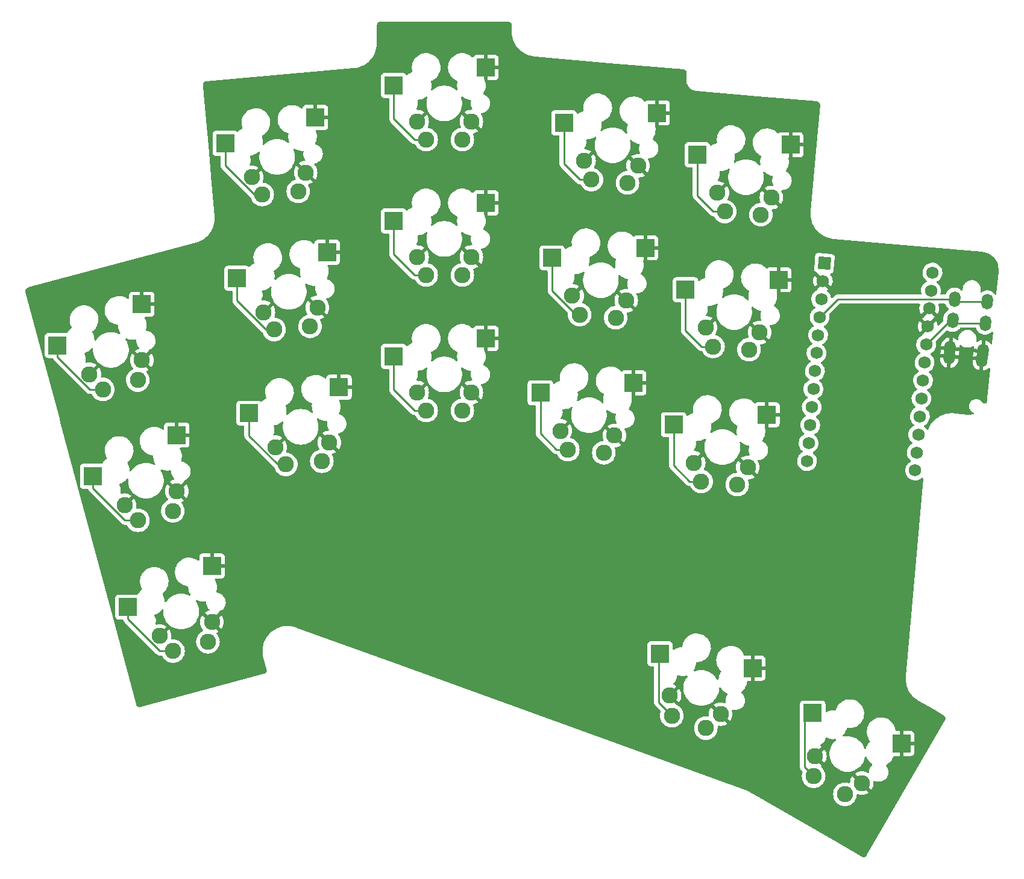
<source format=gbr>
%TF.GenerationSoftware,KiCad,Pcbnew,(6.0.2-0)*%
%TF.CreationDate,2022-05-24T22:23:28-07:00*%
%TF.ProjectId,adux_take_2,61647578-5f74-4616-9b65-5f322e6b6963,v1.0.0*%
%TF.SameCoordinates,Original*%
%TF.FileFunction,Copper,L2,Bot*%
%TF.FilePolarity,Positive*%
%FSLAX46Y46*%
G04 Gerber Fmt 4.6, Leading zero omitted, Abs format (unit mm)*
G04 Created by KiCad (PCBNEW (6.0.2-0)) date 2022-05-24 22:23:28*
%MOMM*%
%LPD*%
G01*
G04 APERTURE LIST*
G04 Aperture macros list*
%AMHorizOval*
0 Thick line with rounded ends*
0 $1 width*
0 $2 $3 position (X,Y) of the first rounded end (center of the circle)*
0 $4 $5 position (X,Y) of the second rounded end (center of the circle)*
0 Add line between two ends*
20,1,$1,$2,$3,$4,$5,0*
0 Add two circle primitives to create the rounded ends*
1,1,$1,$2,$3*
1,1,$1,$4,$5*%
%AMRotRect*
0 Rectangle, with rotation*
0 The origin of the aperture is its center*
0 $1 length*
0 $2 width*
0 $3 Rotation angle, in degrees counterclockwise*
0 Add horizontal line*
21,1,$1,$2,0,0,$3*%
G04 Aperture macros list end*
%TA.AperFunction,SMDPad,CuDef*%
%ADD10R,2.550000X2.500000*%
%TD*%
%TA.AperFunction,ComponentPad*%
%ADD11C,2.286000*%
%TD*%
%TA.AperFunction,ComponentPad*%
%ADD12C,1.752600*%
%TD*%
%TA.AperFunction,ComponentPad*%
%ADD13RotRect,1.752600X1.752600X265.000000*%
%TD*%
%TA.AperFunction,ComponentPad*%
%ADD14HorizOval,1.600000X-0.026147X-0.298858X0.026147X0.298858X0*%
%TD*%
%TA.AperFunction,Conductor*%
%ADD15C,0.250000*%
%TD*%
G04 APERTURE END LIST*
D10*
%TO.P,S1,1*%
%TO.N,P7*%
X6099091Y40458D03*
%TO.P,S1,2*%
%TO.N,GND*%
X17928214Y5839663D03*
%TD*%
D11*
%TO.P,S2,1*%
%TO.N,P7*%
X12461425Y-6143565D03*
%TO.P,S2,2*%
%TO.N,GND*%
X17937654Y-2046612D03*
%TO.P,S2,1*%
%TO.N,P7*%
X17368328Y-4828764D03*
%TO.P,S2,2*%
%TO.N,GND*%
X10577299Y-4018813D03*
%TD*%
D10*
%TO.P,S3,1*%
%TO.N,P6*%
X1168588Y18441345D03*
%TO.P,S3,2*%
%TO.N,GND*%
X12997711Y24240550D03*
%TD*%
D11*
%TO.P,S4,1*%
%TO.N,P6*%
X7530922Y12257322D03*
%TO.P,S4,2*%
%TO.N,GND*%
X13007151Y16354275D03*
%TO.P,S4,1*%
%TO.N,P6*%
X12437825Y13572123D03*
%TO.P,S4,2*%
%TO.N,GND*%
X5646796Y14382074D03*
%TD*%
D10*
%TO.P,S5,1*%
%TO.N,P5*%
X-3761914Y36842232D03*
%TO.P,S5,2*%
%TO.N,GND*%
X8067209Y42641437D03*
%TD*%
D11*
%TO.P,S6,1*%
%TO.N,P5*%
X2600420Y30658209D03*
%TO.P,S6,2*%
%TO.N,GND*%
X8076649Y34755162D03*
%TO.P,S6,1*%
%TO.N,P5*%
X7507323Y31973010D03*
%TO.P,S6,2*%
%TO.N,GND*%
X716294Y32782961D03*
%TD*%
D10*
%TO.P,S7,1*%
%TO.N,P4*%
X23122254Y27308969D03*
%TO.P,S7,2*%
%TO.N,GND*%
X35778687Y30965966D03*
%TD*%
D11*
%TO.P,S8,1*%
%TO.N,P4*%
X28314086Y20114088D03*
%TO.P,S8,2*%
%TO.N,GND*%
X34418546Y23197862D03*
%TO.P,S8,1*%
%TO.N,P4*%
X33374755Y20556840D03*
%TO.P,S8,2*%
%TO.N,GND*%
X26827543Y22533735D03*
%TD*%
D10*
%TO.P,S9,1*%
%TO.N,P3*%
X21461937Y46286478D03*
%TO.P,S9,2*%
%TO.N,GND*%
X34118370Y49943475D03*
%TD*%
D11*
%TO.P,S10,1*%
%TO.N,P3*%
X26653769Y39091597D03*
%TO.P,S10,2*%
%TO.N,GND*%
X32758229Y42175371D03*
%TO.P,S10,1*%
%TO.N,P3*%
X31714438Y39534349D03*
%TO.P,S10,2*%
%TO.N,GND*%
X25167226Y41511244D03*
%TD*%
D10*
%TO.P,S11,1*%
%TO.N,P0*%
X19801620Y65263987D03*
%TO.P,S11,2*%
%TO.N,GND*%
X32458053Y68920984D03*
%TD*%
D11*
%TO.P,S12,1*%
%TO.N,P0*%
X24993452Y58069106D03*
%TO.P,S12,2*%
%TO.N,GND*%
X31097912Y61152880D03*
%TO.P,S12,1*%
%TO.N,P0*%
X30054121Y58511858D03*
%TO.P,S12,2*%
%TO.N,GND*%
X23506909Y60488753D03*
%TD*%
D10*
%TO.P,S13,1*%
%TO.N,P1*%
X43481943Y35306243D03*
%TO.P,S13,2*%
%TO.N,GND*%
X56408943Y37846243D03*
%TD*%
D11*
%TO.P,S14,1*%
%TO.N,P1*%
X48026943Y27686243D03*
%TO.P,S14,2*%
%TO.N,GND*%
X54376943Y30226243D03*
%TO.P,S14,1*%
%TO.N,P1*%
X53106943Y27686243D03*
%TO.P,S14,2*%
%TO.N,GND*%
X46756943Y30226243D03*
%TD*%
D10*
%TO.P,S15,1*%
%TO.N,P19*%
X43481943Y54356243D03*
%TO.P,S15,2*%
%TO.N,GND*%
X56408943Y56896243D03*
%TD*%
D11*
%TO.P,S16,1*%
%TO.N,P19*%
X48026943Y46736243D03*
%TO.P,S16,2*%
%TO.N,GND*%
X54376943Y49276243D03*
%TO.P,S16,1*%
%TO.N,P19*%
X53106943Y46736243D03*
%TO.P,S16,2*%
%TO.N,GND*%
X46756943Y49276243D03*
%TD*%
D10*
%TO.P,S17,1*%
%TO.N,P18*%
X43481943Y73406243D03*
%TO.P,S17,2*%
%TO.N,GND*%
X56408943Y75946243D03*
%TD*%
D11*
%TO.P,S18,1*%
%TO.N,P18*%
X48026943Y65786243D03*
%TO.P,S18,2*%
%TO.N,GND*%
X54376943Y68326243D03*
%TO.P,S18,1*%
%TO.N,P18*%
X53106943Y65786243D03*
%TO.P,S18,2*%
%TO.N,GND*%
X46756943Y68326243D03*
%TD*%
D10*
%TO.P,S19,1*%
%TO.N,P15*%
X64061927Y30182720D03*
%TO.P,S19,2*%
%TO.N,GND*%
X77161112Y31586392D03*
%TD*%
D11*
%TO.P,S20,1*%
%TO.N,P15*%
X67925505Y22195594D03*
%TO.P,S20,2*%
%TO.N,GND*%
X74472717Y24172489D03*
%TO.P,S20,1*%
%TO.N,P15*%
X72986174Y21752842D03*
%TO.P,S20,2*%
%TO.N,GND*%
X66881714Y24836616D03*
%TD*%
D10*
%TO.P,S21,1*%
%TO.N,P14*%
X65722244Y49160229D03*
%TO.P,S21,2*%
%TO.N,GND*%
X78821429Y50563901D03*
%TD*%
D11*
%TO.P,S22,1*%
%TO.N,P14*%
X69585822Y41173103D03*
%TO.P,S22,2*%
%TO.N,GND*%
X76133034Y43149998D03*
%TO.P,S22,1*%
%TO.N,P14*%
X74646491Y40730351D03*
%TO.P,S22,2*%
%TO.N,GND*%
X68542031Y43814125D03*
%TD*%
D10*
%TO.P,S23,1*%
%TO.N,P16*%
X67382561Y68137738D03*
%TO.P,S23,2*%
%TO.N,GND*%
X80481746Y69541410D03*
%TD*%
D11*
%TO.P,S24,1*%
%TO.N,P16*%
X71246139Y60150612D03*
%TO.P,S24,2*%
%TO.N,GND*%
X77793351Y62127507D03*
%TO.P,S24,1*%
%TO.N,P16*%
X76306808Y59707860D03*
%TO.P,S24,2*%
%TO.N,GND*%
X70202348Y62791634D03*
%TD*%
D10*
%TO.P,S25,1*%
%TO.N,P10*%
X82792494Y25699851D03*
%TO.P,S25,2*%
%TO.N,GND*%
X95891679Y27103523D03*
%TD*%
D11*
%TO.P,S26,1*%
%TO.N,P10*%
X86656072Y17712725D03*
%TO.P,S26,2*%
%TO.N,GND*%
X93203284Y19689620D03*
%TO.P,S26,1*%
%TO.N,P10*%
X91716741Y17269973D03*
%TO.P,S26,2*%
%TO.N,GND*%
X85612281Y20353747D03*
%TD*%
D10*
%TO.P,S27,1*%
%TO.N,P20*%
X84452811Y44677360D03*
%TO.P,S27,2*%
%TO.N,GND*%
X97551996Y46081032D03*
%TD*%
D11*
%TO.P,S28,1*%
%TO.N,P20*%
X88316389Y36690234D03*
%TO.P,S28,2*%
%TO.N,GND*%
X94863601Y38667129D03*
%TO.P,S28,1*%
%TO.N,P20*%
X93377058Y36247482D03*
%TO.P,S28,2*%
%TO.N,GND*%
X87272598Y39331256D03*
%TD*%
D10*
%TO.P,S29,1*%
%TO.N,P21*%
X86113128Y63654869D03*
%TO.P,S29,2*%
%TO.N,GND*%
X99212313Y65058541D03*
%TD*%
D11*
%TO.P,S30,1*%
%TO.N,P21*%
X89976706Y55667743D03*
%TO.P,S30,2*%
%TO.N,GND*%
X96523918Y57644638D03*
%TO.P,S30,1*%
%TO.N,P21*%
X95037375Y55224991D03*
%TO.P,S30,2*%
%TO.N,GND*%
X88932915Y58308765D03*
%TD*%
D10*
%TO.P,S31,1*%
%TO.N,P8*%
X80876872Y-6508570D03*
%TO.P,S31,2*%
%TO.N,GND*%
X93893010Y-8543045D03*
%TD*%
D11*
%TO.P,S32,1*%
%TO.N,P8*%
X82541581Y-15223509D03*
%TO.P,S32,2*%
%TO.N,GND*%
X89377361Y-15008518D03*
%TO.P,S32,1*%
%TO.N,P8*%
X87315220Y-16960972D03*
%TO.P,S32,2*%
%TO.N,GND*%
X82216903Y-12402325D03*
%TD*%
D10*
%TO.P,S33,1*%
%TO.N,P9*%
X102329136Y-14865086D03*
%TO.P,S33,2*%
%TO.N,GND*%
X114794246Y-19128882D03*
%TD*%
D11*
%TO.P,S34,1*%
%TO.N,P9*%
X102455221Y-23736700D03*
%TO.P,S34,2*%
%TO.N,GND*%
X109224483Y-24711996D03*
%TO.P,S34,1*%
%TO.N,P9*%
X106854631Y-26276700D03*
%TO.P,S34,2*%
%TO.N,GND*%
X102625369Y-20901996D03*
%TD*%
D12*
%TO.P,MCU1,24*%
%TO.N,P9*%
X116712750Y19256141D03*
%TO.P,MCU1,23*%
%TO.N,P8*%
X116934125Y21786476D03*
%TO.P,MCU1,22*%
%TO.N,P7*%
X117155501Y24316810D03*
%TO.P,MCU1,21*%
%TO.N,P6*%
X117376877Y26847145D03*
%TO.P,MCU1,20*%
%TO.N,P5*%
X117598252Y29377479D03*
%TO.P,MCU1,19*%
%TO.N,P4*%
X117819628Y31907814D03*
%TO.P,MCU1,18*%
%TO.N,P3*%
X118041003Y34438149D03*
%TO.P,MCU1,17*%
%TO.N,P2*%
X118262379Y36968483D03*
%TO.P,MCU1,16*%
%TO.N,GND*%
X118483755Y39498818D03*
%TO.P,MCU1,15*%
X118705130Y42029152D03*
%TO.P,MCU1,14*%
%TO.N,P0*%
X118926506Y44559487D03*
%TO.P,MCU1,13*%
%TO.N,P1*%
X119147881Y47089821D03*
%TO.P,MCU1,12*%
%TO.N,P10*%
X101530743Y20584395D03*
%TO.P,MCU1,11*%
%TO.N,P16*%
X101752118Y23114729D03*
%TO.P,MCU1,10*%
%TO.N,P14*%
X101973494Y25645064D03*
%TO.P,MCU1,9*%
%TO.N,P15*%
X102194869Y28175398D03*
%TO.P,MCU1,8*%
%TO.N,P18*%
X102416245Y30705733D03*
%TO.P,MCU1,7*%
%TO.N,P19*%
X102637621Y33236067D03*
%TO.P,MCU1,6*%
%TO.N,P20*%
X102858996Y35766402D03*
%TO.P,MCU1,5*%
%TO.N,P21*%
X103080372Y38296737D03*
%TO.P,MCU1,4*%
%TO.N,VCC*%
X103301747Y40827071D03*
%TO.P,MCU1,3*%
%TO.N,RST*%
X103523123Y43357406D03*
%TO.P,MCU1,2*%
%TO.N,GND*%
X103744499Y45887740D03*
D13*
%TO.P,MCU1,1*%
%TO.N,RAW*%
X103965874Y48418075D03*
%TD*%
D14*
%TO.P,REF\u002A\u002A,4*%
%TO.N,VCC*%
X126819642Y42964164D03*
%TO.P,REF\u002A\u002A,3*%
%TO.N,P2*%
X126558174Y39975580D03*
%TO.P,REF\u002A\u002A,2*%
%TO.N,GND*%
X126209551Y35990801D03*
%TO.P,REF\u002A\u002A,1*%
X121531184Y35295903D03*
%TO.P,REF\u002A\u002A,4*%
%TO.N,VCC*%
X122237146Y43365080D03*
%TO.P,REF\u002A\u002A,3*%
%TO.N,P2*%
X121975679Y40376496D03*
%TO.P,REF\u002A\u002A,2*%
%TO.N,GND*%
X121627056Y36391717D03*
%TO.P,REF\u002A\u002A,1*%
X126113680Y34894987D03*
%TD*%
D15*
%TO.N,P2*%
X121975679Y40376496D02*
X121670392Y40376496D01*
X121670392Y40376496D02*
X118262379Y36968483D01*
X126558174Y39975580D02*
X122376595Y39975580D01*
X122376595Y39975580D02*
X121975679Y40376496D01*
%TO.N,VCC*%
X126819642Y42964164D02*
X122638062Y42964164D01*
X122638062Y42964164D02*
X122237146Y43365080D01*
X121490742Y43358676D02*
X105833352Y43358676D01*
X105833352Y43358676D02*
X103301747Y40827071D01*
%TO.N,P10*%
X82792494Y25699851D02*
X82792494Y19959857D01*
X82792494Y19959857D02*
X85039626Y17712725D01*
X85039626Y17712725D02*
X86656072Y17712725D01*
%TO.N,P20*%
X84452811Y44677360D02*
X84452811Y38937366D01*
X86699943Y36690234D02*
X88316389Y36690234D01*
X84452811Y38937366D02*
X86699943Y36690234D01*
%TO.N,P21*%
X86113128Y63654869D02*
X86113128Y57914875D01*
X86113128Y57914875D02*
X88360260Y55667743D01*
X88360260Y55667743D02*
X89976706Y55667743D01*
%TO.N,P16*%
X67382561Y68137738D02*
X67382561Y62397744D01*
X67382561Y62397744D02*
X69629693Y60150612D01*
X69629693Y60150612D02*
X71246139Y60150612D01*
%TO.N,P14*%
X65722244Y49160229D02*
X65722244Y44558537D01*
X65722244Y44558537D02*
X69107678Y41173103D01*
X69107678Y41173103D02*
X69585822Y41173103D01*
%TO.N,P15*%
X64061927Y30182720D02*
X64061927Y24442726D01*
X64061927Y24442726D02*
X66309059Y22195594D01*
X66309059Y22195594D02*
X67925505Y22195594D01*
%TO.N,P18*%
X43481943Y73406243D02*
X43481943Y68714797D01*
X46410497Y65786243D02*
X48026943Y65786243D01*
X43481943Y68714797D02*
X46410497Y65786243D01*
%TO.N,P19*%
X43481943Y54356243D02*
X43481943Y49664797D01*
X46410497Y46736243D02*
X48026943Y46736243D01*
X43481943Y49664797D02*
X46410497Y46736243D01*
%TO.N,P1*%
X43481943Y35306243D02*
X43481943Y30614797D01*
X43481943Y30614797D02*
X46410497Y27686243D01*
X46410497Y27686243D02*
X48026943Y27686243D01*
%TO.N,P0*%
X19801620Y65263987D02*
X19801620Y62118667D01*
X19801620Y62118667D02*
X23851181Y58069106D01*
X23851181Y58069106D02*
X24993452Y58069106D01*
%TO.N,P3*%
X21461937Y46286478D02*
X21461937Y43141158D01*
X21461937Y43141158D02*
X25511498Y39091597D01*
X25511498Y39091597D02*
X26653769Y39091597D01*
%TO.N,P4*%
X23122254Y27308969D02*
X23122254Y24163649D01*
X23122254Y24163649D02*
X27171815Y20114088D01*
X27171815Y20114088D02*
X28314086Y20114088D01*
%TO.N,P5*%
X-3761914Y36842232D02*
X-3761914Y35185794D01*
X-3761914Y35185794D02*
X765671Y30658209D01*
X765671Y30658209D02*
X2600420Y30658209D01*
%TO.N,P6*%
X1168588Y18441345D02*
X1168588Y16784907D01*
X1168588Y16784907D02*
X5696173Y12257322D01*
X5696173Y12257322D02*
X7530922Y12257322D01*
%TO.N,P7*%
X6099091Y40458D02*
X6099091Y-1615980D01*
X10626676Y-6143565D02*
X12461425Y-6143565D01*
X6099091Y-1615980D02*
X10626676Y-6143565D01*
%TO.N,P8*%
X80876872Y-6508570D02*
X80666803Y-6718639D01*
X80666803Y-6718639D02*
X80666803Y-13348731D01*
X80666803Y-13348731D02*
X82541581Y-15223509D01*
%TO.N,P9*%
X102329136Y-14865086D02*
X101157858Y-16036364D01*
X101157858Y-16036364D02*
X101157858Y-22439337D01*
X101157858Y-22439337D02*
X102455221Y-23736700D01*
%TD*%
%TA.AperFunction,Conductor*%
%TO.N,GND*%
G36*
X59537000Y82356743D02*
G01*
X59551801Y82354438D01*
X59551805Y82354438D01*
X59560674Y82353057D01*
X59569576Y82354221D01*
X59569580Y82354221D01*
X59569676Y82354234D01*
X59600113Y82354505D01*
X59662318Y82347497D01*
X59689825Y82341219D01*
X59767014Y82314209D01*
X59792434Y82301967D01*
X59861681Y82258456D01*
X59883740Y82240864D01*
X59941564Y82183040D01*
X59959156Y82160981D01*
X60002667Y82091734D01*
X60014909Y82066313D01*
X60041918Y81989126D01*
X60048197Y81961619D01*
X60054465Y81905992D01*
X60055248Y81890346D01*
X60055139Y81881388D01*
X60053757Y81872514D01*
X60055397Y81859974D01*
X60057879Y81840993D01*
X60058943Y81824655D01*
X60058943Y81032363D01*
X60057197Y81011459D01*
X60053872Y80991695D01*
X60053719Y80979156D01*
X60054408Y80974347D01*
X60054408Y80974343D01*
X60054409Y80974339D01*
X60055527Y80962708D01*
X60071877Y80632356D01*
X60123200Y80288944D01*
X60208181Y79952279D01*
X60209235Y79949356D01*
X60209238Y79949347D01*
X60233989Y79880725D01*
X60325989Y79625650D01*
X60475473Y79312250D01*
X60477081Y79309591D01*
X60477085Y79309584D01*
X60477865Y79308295D01*
X60655172Y79015142D01*
X60863330Y78737229D01*
X60865435Y78734932D01*
X60865439Y78734927D01*
X61086952Y78493189D01*
X61097912Y78481228D01*
X61100229Y78479154D01*
X61100234Y78479149D01*
X61265614Y78331109D01*
X61356625Y78249640D01*
X61636941Y78044730D01*
X61936120Y77868500D01*
X61938955Y77867188D01*
X61938957Y77867187D01*
X62119776Y77783510D01*
X62251239Y77722673D01*
X62254200Y77721644D01*
X62254202Y77721643D01*
X62449654Y77653707D01*
X62579216Y77608673D01*
X62916847Y77527615D01*
X63004143Y77515605D01*
X63228858Y77484689D01*
X63243325Y77481828D01*
X63243549Y77481770D01*
X63243556Y77481769D01*
X63248268Y77480546D01*
X63253115Y77480062D01*
X63253117Y77480062D01*
X63255008Y77479874D01*
X63260746Y77479301D01*
X63265603Y77479568D01*
X63265617Y77479568D01*
X63288570Y77480832D01*
X63306473Y77480544D01*
X73780972Y76564144D01*
X84137439Y75658070D01*
X84156613Y75654887D01*
X84179873Y75649153D01*
X84188887Y75649539D01*
X84188941Y75649541D01*
X84219294Y75647158D01*
X84280643Y75634756D01*
X84307499Y75626104D01*
X84382045Y75592468D01*
X84406296Y75578061D01*
X84471491Y75528677D01*
X84491930Y75509232D01*
X84544498Y75446584D01*
X84560100Y75423076D01*
X84597410Y75350301D01*
X84607388Y75323913D01*
X84627568Y75244661D01*
X84631425Y75216712D01*
X84632731Y75164374D01*
X84632821Y75160747D01*
X84632237Y75145088D01*
X84631348Y75136184D01*
X84629198Y75127463D01*
X84629582Y75118492D01*
X84630557Y75095703D01*
X84630193Y75079334D01*
X84614026Y74894540D01*
X84570873Y74401296D01*
X84565825Y74343602D01*
X84562264Y74322938D01*
X84557229Y74303536D01*
X84555984Y74291058D01*
X84556802Y74276194D01*
X84556976Y74267289D01*
X84556068Y74210037D01*
X84553929Y74075257D01*
X84581235Y73861284D01*
X84582432Y73856953D01*
X84582433Y73856950D01*
X84633395Y73672619D01*
X84638716Y73653374D01*
X84725200Y73455762D01*
X84838927Y73272469D01*
X84841819Y73269022D01*
X84841823Y73269017D01*
X84974687Y73110676D01*
X84977582Y73107226D01*
X84980935Y73104226D01*
X84980940Y73104221D01*
X85038918Y73052350D01*
X85138342Y72963398D01*
X85317934Y72843913D01*
X85512704Y72751202D01*
X85516998Y72749867D01*
X85517000Y72749866D01*
X85714390Y72688489D01*
X85714392Y72688488D01*
X85718684Y72687154D01*
X85875618Y72662043D01*
X85891678Y72659473D01*
X85903409Y72657019D01*
X85919086Y72652950D01*
X85931564Y72651705D01*
X85936421Y72651972D01*
X85936435Y72651972D01*
X85959388Y72653236D01*
X85977291Y72652948D01*
X94606378Y71898001D01*
X102867994Y71175203D01*
X102887168Y71172020D01*
X102910440Y71166283D01*
X102919454Y71166669D01*
X102919508Y71166671D01*
X102949861Y71164288D01*
X103011210Y71151886D01*
X103038066Y71143234D01*
X103112612Y71109598D01*
X103136863Y71095191D01*
X103202058Y71045807D01*
X103222497Y71026362D01*
X103275065Y70963714D01*
X103290667Y70940206D01*
X103327977Y70867431D01*
X103337955Y70841043D01*
X103358135Y70761791D01*
X103361992Y70733842D01*
X103362617Y70708805D01*
X103363388Y70677878D01*
X103362804Y70662219D01*
X103361915Y70653315D01*
X103359765Y70644594D01*
X103360149Y70635623D01*
X103361124Y70612835D01*
X103360760Y70596466D01*
X102890027Y65215958D01*
X102059585Y55723958D01*
X102057328Y55698165D01*
X102053767Y55677501D01*
X102048732Y55658099D01*
X102047487Y55645621D01*
X102047754Y55640763D01*
X102047752Y55640667D01*
X102047849Y55629101D01*
X102035321Y55301111D01*
X102035506Y55298032D01*
X102035506Y55298028D01*
X102037178Y55270192D01*
X102055987Y54957057D01*
X102110278Y54616686D01*
X102197669Y54283274D01*
X102198739Y54280383D01*
X102198741Y54280377D01*
X102232269Y54189801D01*
X102317319Y53960034D01*
X102318675Y53957247D01*
X102318675Y53957246D01*
X102462129Y53662307D01*
X102468076Y53650079D01*
X102469689Y53647453D01*
X102469693Y53647446D01*
X102505732Y53588780D01*
X102648488Y53356393D01*
X102856818Y53081804D01*
X103091059Y52828957D01*
X103093370Y52826908D01*
X103093373Y52826905D01*
X103108057Y52813885D01*
X103348955Y52600288D01*
X103351458Y52598474D01*
X103351460Y52598472D01*
X103440379Y52534017D01*
X103628023Y52397998D01*
X103925575Y52224036D01*
X103928394Y52222740D01*
X103928400Y52222737D01*
X104235926Y52081372D01*
X104235931Y52081370D01*
X104238746Y52080076D01*
X104241672Y52079065D01*
X104535273Y51977612D01*
X104564519Y51967506D01*
X104899758Y51887409D01*
X104902819Y51886989D01*
X105209314Y51844936D01*
X105223832Y51842067D01*
X105223954Y51842035D01*
X105223960Y51842034D01*
X105228668Y51840812D01*
X105241146Y51839567D01*
X105268983Y51841099D01*
X105286880Y51840810D01*
X113054781Y51161207D01*
X126112551Y50018800D01*
X126131730Y50015616D01*
X126137393Y50014220D01*
X126154991Y50009881D01*
X126172288Y50010621D01*
X126196210Y50009364D01*
X126397685Y49979392D01*
X126451798Y49971342D01*
X126466681Y49968200D01*
X126742137Y49892406D01*
X126756534Y49887492D01*
X127020838Y49779052D01*
X127034541Y49772437D01*
X127283850Y49632927D01*
X127296632Y49624724D01*
X127527327Y49456166D01*
X127539033Y49446476D01*
X127601928Y49387668D01*
X127747714Y49251353D01*
X127758180Y49240309D01*
X127941813Y49021464D01*
X127950871Y49009240D01*
X128106788Y48769854D01*
X128114307Y48756626D01*
X128240230Y48500195D01*
X128246100Y48486157D01*
X128264550Y48433267D01*
X128331917Y48240151D01*
X128340197Y48216414D01*
X128344331Y48201775D01*
X128395329Y47968028D01*
X128405228Y47922656D01*
X128407568Y47907622D01*
X128434376Y47623201D01*
X128434887Y47607995D01*
X128431731Y47490449D01*
X128428645Y47375522D01*
X128428145Y47356919D01*
X128424565Y47330423D01*
X128424543Y47330207D01*
X128422394Y47321490D01*
X128422857Y47310676D01*
X128423753Y47289730D01*
X128423389Y47273361D01*
X128144481Y44085429D01*
X128118617Y44019311D01*
X128061114Y43977672D01*
X127990227Y43973731D01*
X127928462Y44008740D01*
X127921972Y44016604D01*
X127921744Y44016412D01*
X127778104Y44187596D01*
X127774573Y44191804D01*
X127770365Y44195335D01*
X127603400Y44335437D01*
X127603397Y44335439D01*
X127599182Y44338976D01*
X127400899Y44453454D01*
X127288699Y44494292D01*
X127190920Y44529881D01*
X127190919Y44529881D01*
X127185749Y44531763D01*
X126960269Y44571521D01*
X126845790Y44571522D01*
X126731311Y44571522D01*
X126552052Y44539913D01*
X126511253Y44532719D01*
X126511252Y44532719D01*
X126505832Y44531763D01*
X126458899Y44514681D01*
X126295849Y44455337D01*
X126295845Y44455335D01*
X126290682Y44453456D01*
X126228155Y44417356D01*
X126097165Y44341729D01*
X126097162Y44341727D01*
X126092399Y44338977D01*
X126088187Y44335443D01*
X126087052Y44334648D01*
X126019777Y44311963D01*
X125950917Y44329250D01*
X125902335Y44381022D01*
X125889455Y44450841D01*
X125892267Y44467279D01*
X125916564Y44568480D01*
X125916566Y44568491D01*
X125917875Y44573945D01*
X125926721Y44727369D01*
X125930483Y44792617D01*
X125930483Y44792620D01*
X125930806Y44798224D01*
X125903818Y45021249D01*
X125837761Y45235969D01*
X125832666Y45245842D01*
X125737297Y45430615D01*
X125737297Y45430616D01*
X125734725Y45435598D01*
X125726720Y45446031D01*
X125702914Y45477055D01*
X125597966Y45613826D01*
X125431807Y45765019D01*
X125427060Y45767997D01*
X125427057Y45767999D01*
X125246248Y45881419D01*
X125241499Y45884398D01*
X125033060Y45968190D01*
X124813076Y46013747D01*
X124808465Y46014013D01*
X124808464Y46014013D01*
X124757891Y46016929D01*
X124757887Y46016929D01*
X124756068Y46017034D01*
X124610844Y46017034D01*
X124608057Y46016785D01*
X124608051Y46016785D01*
X124537914Y46010525D01*
X124444081Y46002151D01*
X124438667Y46000670D01*
X124438662Y46000669D01*
X124334150Y45972077D01*
X124227392Y45942871D01*
X124222334Y45940459D01*
X124222330Y45940457D01*
X124131892Y45897320D01*
X124024625Y45846156D01*
X123842189Y45715063D01*
X123810367Y45682225D01*
X123691817Y45559891D01*
X123685851Y45553735D01*
X123560553Y45367272D01*
X123470255Y45161567D01*
X123468946Y45156116D01*
X123468945Y45156112D01*
X123421502Y44958497D01*
X123417811Y44943123D01*
X123417488Y44937518D01*
X123405372Y44727369D01*
X123404880Y44718844D01*
X123407798Y44694734D01*
X123396123Y44624706D01*
X123348441Y44572104D01*
X123279890Y44553632D01*
X123212234Y44575153D01*
X123194655Y44589647D01*
X123192077Y44592720D01*
X123153958Y44624706D01*
X123020904Y44736353D01*
X123020901Y44736355D01*
X123016686Y44739892D01*
X122818403Y44854370D01*
X122766855Y44873132D01*
X122608424Y44930797D01*
X122608423Y44930797D01*
X122603253Y44932679D01*
X122377773Y44972437D01*
X122263294Y44972438D01*
X122148815Y44972438D01*
X121972550Y44941357D01*
X121928757Y44933635D01*
X121928756Y44933635D01*
X121923336Y44932679D01*
X121885102Y44918763D01*
X121713353Y44856253D01*
X121713349Y44856251D01*
X121708186Y44854372D01*
X121585159Y44783342D01*
X121514670Y44742645D01*
X121509903Y44739893D01*
X121334510Y44592722D01*
X121330979Y44588514D01*
X121328815Y44585935D01*
X121187339Y44417330D01*
X121184589Y44412568D01*
X121184589Y44412567D01*
X121134557Y44325909D01*
X121072860Y44219047D01*
X121070981Y44213885D01*
X121070977Y44213876D01*
X121020461Y44075082D01*
X120978367Y44017910D01*
X120912046Y43992572D01*
X120902060Y43992176D01*
X120371493Y43992176D01*
X120303372Y44012178D01*
X120256879Y44065834D01*
X120246775Y44136108D01*
X120250935Y44154805D01*
X120283166Y44260889D01*
X120283167Y44260895D01*
X120284670Y44265841D01*
X120286902Y44282792D01*
X120313956Y44488286D01*
X120313957Y44488293D01*
X120314393Y44491608D01*
X120314596Y44499929D01*
X120315970Y44556122D01*
X120315970Y44556127D01*
X120316052Y44559487D01*
X120306772Y44672364D01*
X120297817Y44781285D01*
X120297816Y44781291D01*
X120297393Y44786436D01*
X120261133Y44930795D01*
X120243178Y45002279D01*
X120243177Y45002283D01*
X120241919Y45007290D01*
X120239860Y45012026D01*
X120153178Y45211381D01*
X120153176Y45211384D01*
X120151118Y45216118D01*
X120044223Y45381353D01*
X120030237Y45402972D01*
X120030235Y45402975D01*
X120027429Y45407312D01*
X119874174Y45575737D01*
X119775060Y45654012D01*
X119733997Y45711929D01*
X119730765Y45782852D01*
X119766390Y45844263D01*
X119797719Y45866045D01*
X119835134Y45884375D01*
X119859388Y45896257D01*
X119863592Y45899255D01*
X119863596Y45899258D01*
X119960235Y45968190D01*
X120044774Y46028491D01*
X120206074Y46189229D01*
X120228006Y46219750D01*
X120335936Y46369952D01*
X120338954Y46374152D01*
X120342402Y46381127D01*
X120437554Y46573653D01*
X120437555Y46573655D01*
X120439848Y46578295D01*
X120489374Y46741305D01*
X120504543Y46791231D01*
X120504543Y46791232D01*
X120506045Y46796175D01*
X120506720Y46801301D01*
X120535331Y47018620D01*
X120535332Y47018627D01*
X120535768Y47021942D01*
X120535876Y47026360D01*
X120537345Y47086456D01*
X120537345Y47086461D01*
X120537427Y47089821D01*
X120528362Y47200074D01*
X120519192Y47311619D01*
X120519191Y47311625D01*
X120518768Y47316770D01*
X120476825Y47483755D01*
X120464553Y47532613D01*
X120464552Y47532617D01*
X120463294Y47537624D01*
X120456109Y47554148D01*
X120374553Y47741715D01*
X120374551Y47741718D01*
X120372493Y47746452D01*
X120277972Y47892559D01*
X120251612Y47933306D01*
X120251610Y47933309D01*
X120248804Y47937646D01*
X120095549Y48106071D01*
X119916844Y48247203D01*
X119717488Y48357254D01*
X119551282Y48416111D01*
X119507710Y48431541D01*
X119507706Y48431542D01*
X119502835Y48433267D01*
X119497742Y48434174D01*
X119497739Y48434175D01*
X119283738Y48472294D01*
X119283732Y48472295D01*
X119278649Y48473200D01*
X119191579Y48474264D01*
X119056120Y48475919D01*
X119056118Y48475919D01*
X119050951Y48475982D01*
X118825857Y48441538D01*
X118609410Y48370792D01*
X118557307Y48343669D01*
X118437773Y48281443D01*
X118407425Y48265645D01*
X118403292Y48262542D01*
X118403289Y48262540D01*
X118229460Y48132026D01*
X118225325Y48128921D01*
X118221753Y48125183D01*
X118094648Y47992175D01*
X118068001Y47964291D01*
X118065087Y47960019D01*
X118065086Y47960018D01*
X118034519Y47915208D01*
X117939678Y47776176D01*
X117843802Y47569629D01*
X117842420Y47564647D01*
X117842420Y47564646D01*
X117823984Y47498167D01*
X117782948Y47350196D01*
X117758750Y47123771D01*
X117759047Y47118619D01*
X117759047Y47118615D01*
X117760998Y47084785D01*
X117771858Y46896434D01*
X117772993Y46891397D01*
X117772994Y46891391D01*
X117812876Y46714420D01*
X117821920Y46674290D01*
X117823864Y46669504D01*
X117823865Y46669499D01*
X117903948Y46472280D01*
X117907592Y46463306D01*
X118026573Y46269147D01*
X118175667Y46097028D01*
X118228928Y46052810D01*
X118301539Y45992527D01*
X118341174Y45933624D01*
X118342672Y45862644D01*
X118305557Y45802121D01*
X118279236Y45783821D01*
X118186050Y45735311D01*
X118181917Y45732208D01*
X118181914Y45732206D01*
X118008085Y45601692D01*
X118003950Y45598587D01*
X117971705Y45564845D01*
X117868192Y45456524D01*
X117846626Y45433957D01*
X117843712Y45429685D01*
X117843711Y45429684D01*
X117797621Y45362118D01*
X117718303Y45245842D01*
X117622427Y45039295D01*
X117561573Y44819862D01*
X117537375Y44593437D01*
X117537672Y44588285D01*
X117537672Y44588281D01*
X117541040Y44529879D01*
X117550483Y44366100D01*
X117551618Y44361063D01*
X117551619Y44361057D01*
X117600112Y44145876D01*
X117595576Y44075025D01*
X117553454Y44017873D01*
X117487120Y43992568D01*
X117477195Y43992176D01*
X105912119Y43992176D01*
X105900936Y43992703D01*
X105893443Y43994378D01*
X105885517Y43994129D01*
X105885516Y43994129D01*
X105825366Y43992238D01*
X105821407Y43992176D01*
X105793496Y43992176D01*
X105789562Y43991679D01*
X105789561Y43991679D01*
X105789496Y43991671D01*
X105777659Y43990738D01*
X105745842Y43989738D01*
X105741381Y43989598D01*
X105733462Y43989349D01*
X105715806Y43984220D01*
X105714010Y43983698D01*
X105694658Y43979690D01*
X105687587Y43978796D01*
X105674555Y43977150D01*
X105667186Y43974233D01*
X105667184Y43974232D01*
X105633449Y43960876D01*
X105622221Y43957031D01*
X105579759Y43944694D01*
X105572936Y43940659D01*
X105572934Y43940658D01*
X105562324Y43934383D01*
X105544576Y43925688D01*
X105525735Y43918228D01*
X105519319Y43913566D01*
X105519318Y43913566D01*
X105489965Y43892240D01*
X105480045Y43885724D01*
X105448817Y43867256D01*
X105448814Y43867254D01*
X105441990Y43863218D01*
X105427669Y43848897D01*
X105412636Y43836057D01*
X105396245Y43824148D01*
X105383875Y43809195D01*
X105368054Y43790071D01*
X105360064Y43781292D01*
X105105192Y43526420D01*
X105042880Y43492394D01*
X104972065Y43497459D01*
X104915229Y43540006D01*
X104893893Y43584820D01*
X104888372Y43606803D01*
X104869280Y43682812D01*
X104839795Y43800198D01*
X104839794Y43800202D01*
X104838536Y43805209D01*
X104836477Y43809945D01*
X104749795Y44009300D01*
X104749793Y44009303D01*
X104747735Y44014037D01*
X104662468Y44145840D01*
X104626854Y44200891D01*
X104626852Y44200894D01*
X104624046Y44205231D01*
X104470791Y44373656D01*
X104406610Y44424343D01*
X104371242Y44452275D01*
X104330179Y44510192D01*
X104326947Y44581115D01*
X104362572Y44642527D01*
X104393902Y44664309D01*
X104451114Y44692336D01*
X104459953Y44697605D01*
X104512603Y44735160D01*
X104521003Y44745859D01*
X104514014Y44759015D01*
X103757311Y45515718D01*
X103743367Y45523332D01*
X103741534Y45523201D01*
X103734919Y45518950D01*
X102972009Y44756040D01*
X102964394Y44742096D01*
X102966370Y44714474D01*
X102951279Y44645100D01*
X102898871Y44593722D01*
X102852552Y44569610D01*
X102790895Y44537513D01*
X102782667Y44533230D01*
X102778534Y44530127D01*
X102778531Y44530125D01*
X102615352Y44407607D01*
X102600567Y44396506D01*
X102590787Y44386272D01*
X102455310Y44244503D01*
X102443243Y44231876D01*
X102440329Y44227604D01*
X102440328Y44227603D01*
X102394842Y44160922D01*
X102314920Y44043761D01*
X102219044Y43837214D01*
X102217662Y43832232D01*
X102217662Y43832231D01*
X102207255Y43794705D01*
X102158190Y43617781D01*
X102133992Y43391356D01*
X102134289Y43386204D01*
X102134289Y43386200D01*
X102135955Y43357305D01*
X102147100Y43164019D01*
X102148235Y43158982D01*
X102148236Y43158976D01*
X102188038Y42982361D01*
X102197162Y42941875D01*
X102199106Y42937089D01*
X102199107Y42937084D01*
X102280890Y42735678D01*
X102282834Y42730891D01*
X102401815Y42536732D01*
X102550909Y42364613D01*
X102676782Y42260111D01*
X102716417Y42201210D01*
X102717915Y42130229D01*
X102680801Y42069706D01*
X102654479Y42051406D01*
X102561291Y42002895D01*
X102557158Y41999792D01*
X102557155Y41999790D01*
X102383326Y41869276D01*
X102379191Y41866171D01*
X102375619Y41862433D01*
X102255296Y41736522D01*
X102221867Y41701541D01*
X102218953Y41697269D01*
X102218952Y41697268D01*
X102151167Y41597898D01*
X102093544Y41513426D01*
X101997668Y41306879D01*
X101996286Y41301897D01*
X101996286Y41301896D01*
X101988503Y41273831D01*
X101936814Y41087446D01*
X101912616Y40861021D01*
X101912913Y40855869D01*
X101912913Y40855865D01*
X101915139Y40817267D01*
X101925724Y40633684D01*
X101926859Y40628647D01*
X101926860Y40628641D01*
X101974648Y40416589D01*
X101975786Y40411540D01*
X101977730Y40406754D01*
X101977731Y40406749D01*
X102059514Y40205343D01*
X102061458Y40200556D01*
X102180439Y40006397D01*
X102329533Y39834278D01*
X102394733Y39780148D01*
X102455405Y39729777D01*
X102495040Y39670874D01*
X102496538Y39599894D01*
X102459423Y39539371D01*
X102433102Y39521071D01*
X102339916Y39472561D01*
X102335783Y39469458D01*
X102335780Y39469456D01*
X102161951Y39338942D01*
X102157816Y39335837D01*
X102127844Y39304473D01*
X102004096Y39174978D01*
X102000492Y39171207D01*
X101997578Y39166935D01*
X101997577Y39166934D01*
X101971190Y39128252D01*
X101872169Y38983092D01*
X101776293Y38776545D01*
X101774911Y38771563D01*
X101774911Y38771562D01*
X101761938Y38724782D01*
X101715439Y38557112D01*
X101691241Y38330687D01*
X101691538Y38325535D01*
X101691538Y38325531D01*
X101695094Y38263867D01*
X101704349Y38103350D01*
X101754411Y37881206D01*
X101756355Y37876420D01*
X101756356Y37876415D01*
X101831221Y37692046D01*
X101840083Y37670222D01*
X101910059Y37556032D01*
X101955721Y37481519D01*
X101959064Y37476063D01*
X102108158Y37303944D01*
X102234031Y37199442D01*
X102273666Y37140541D01*
X102275164Y37069560D01*
X102238050Y37009037D01*
X102211728Y36990737D01*
X102118540Y36942226D01*
X102114407Y36939123D01*
X102114404Y36939121D01*
X101942609Y36810134D01*
X101936440Y36805502D01*
X101886389Y36753127D01*
X101808477Y36671596D01*
X101779116Y36640872D01*
X101776202Y36636600D01*
X101776201Y36636599D01*
X101705074Y36532330D01*
X101650793Y36452757D01*
X101554917Y36246210D01*
X101494063Y36026777D01*
X101469865Y35800352D01*
X101470162Y35795200D01*
X101470162Y35795196D01*
X101473323Y35740374D01*
X101482973Y35573015D01*
X101484108Y35567978D01*
X101484109Y35567972D01*
X101530530Y35361988D01*
X101533035Y35350871D01*
X101534979Y35346085D01*
X101534980Y35346080D01*
X101596402Y35194818D01*
X101618707Y35139887D01*
X101698731Y35009300D01*
X101726829Y34963449D01*
X101737688Y34945728D01*
X101886782Y34773609D01*
X101890757Y34770309D01*
X101890760Y34770306D01*
X102012655Y34669107D01*
X102052290Y34610204D01*
X102053788Y34539224D01*
X102016673Y34478701D01*
X101990351Y34460401D01*
X101897165Y34411891D01*
X101893032Y34408788D01*
X101893029Y34408786D01*
X101719200Y34278272D01*
X101715065Y34275167D01*
X101648646Y34205663D01*
X101589880Y34144168D01*
X101557741Y34110537D01*
X101554827Y34106265D01*
X101554826Y34106264D01*
X101507218Y34036473D01*
X101429418Y33922422D01*
X101333542Y33715875D01*
X101332160Y33710893D01*
X101332160Y33710892D01*
X101317182Y33656883D01*
X101272688Y33496442D01*
X101248490Y33270017D01*
X101248787Y33264865D01*
X101248787Y33264861D01*
X101252008Y33209001D01*
X101261598Y33042680D01*
X101262733Y33037643D01*
X101262734Y33037637D01*
X101308221Y32835796D01*
X101311660Y32820536D01*
X101313604Y32815750D01*
X101313605Y32815745D01*
X101395323Y32614500D01*
X101397332Y32609552D01*
X101516313Y32415393D01*
X101665407Y32243274D01*
X101737167Y32183698D01*
X101791279Y32138773D01*
X101830914Y32079870D01*
X101832412Y32008890D01*
X101795297Y31948367D01*
X101768975Y31930067D01*
X101675789Y31881557D01*
X101671656Y31878454D01*
X101671653Y31878452D01*
X101497824Y31747938D01*
X101493689Y31744833D01*
X101336365Y31580203D01*
X101333451Y31575931D01*
X101333450Y31575930D01*
X101311011Y31543036D01*
X101208042Y31392088D01*
X101112166Y31185541D01*
X101051312Y30966108D01*
X101027114Y30739683D01*
X101027411Y30734531D01*
X101027411Y30734527D01*
X101030850Y30674888D01*
X101040222Y30512346D01*
X101041357Y30507309D01*
X101041358Y30507303D01*
X101081641Y30328554D01*
X101090284Y30290202D01*
X101092228Y30285416D01*
X101092229Y30285411D01*
X101172115Y30088676D01*
X101175956Y30079218D01*
X101294937Y29885059D01*
X101444031Y29712940D01*
X101569904Y29608438D01*
X101609539Y29549537D01*
X101611037Y29478556D01*
X101573923Y29418033D01*
X101547601Y29399733D01*
X101454413Y29351222D01*
X101450280Y29348119D01*
X101450277Y29348117D01*
X101289009Y29227034D01*
X101272313Y29214498D01*
X101266072Y29207967D01*
X101125485Y29060851D01*
X101114989Y29049868D01*
X101112075Y29045596D01*
X101112074Y29045595D01*
X101055014Y28961948D01*
X100986666Y28861753D01*
X100890790Y28655206D01*
X100829936Y28435773D01*
X100805738Y28209348D01*
X100806035Y28204196D01*
X100806035Y28204192D01*
X100809417Y28145546D01*
X100818846Y27982011D01*
X100819981Y27976974D01*
X100819982Y27976968D01*
X100867397Y27766573D01*
X100868908Y27759867D01*
X100870852Y27755081D01*
X100870853Y27755076D01*
X100947550Y27566195D01*
X100954580Y27548883D01*
X101001327Y27472599D01*
X101063544Y27371071D01*
X101073561Y27354724D01*
X101222655Y27182605D01*
X101301879Y27116832D01*
X101348527Y27078104D01*
X101388162Y27019201D01*
X101389660Y26948221D01*
X101352545Y26887698D01*
X101326224Y26869398D01*
X101233038Y26820888D01*
X101228905Y26817785D01*
X101228902Y26817783D01*
X101074195Y26701626D01*
X101050938Y26684164D01*
X101032162Y26664516D01*
X100906673Y26533199D01*
X100893614Y26519534D01*
X100890700Y26515262D01*
X100890699Y26515261D01*
X100837083Y26436663D01*
X100765291Y26331419D01*
X100669415Y26124872D01*
X100668033Y26119890D01*
X100668033Y26119889D01*
X100665048Y26109126D01*
X100608561Y25905439D01*
X100584363Y25679014D01*
X100584660Y25673862D01*
X100584660Y25673858D01*
X100588002Y25615907D01*
X100597471Y25451677D01*
X100598606Y25446640D01*
X100598607Y25446634D01*
X100645800Y25237223D01*
X100647533Y25229533D01*
X100649477Y25224747D01*
X100649478Y25224742D01*
X100726893Y25034093D01*
X100733205Y25018549D01*
X100759997Y24974829D01*
X100846143Y24834252D01*
X100852186Y24824390D01*
X101001280Y24652271D01*
X101127153Y24547769D01*
X101166788Y24488868D01*
X101168286Y24417887D01*
X101131172Y24357364D01*
X101104850Y24339064D01*
X101011662Y24290553D01*
X101007529Y24287450D01*
X101007526Y24287448D01*
X100840916Y24162354D01*
X100829562Y24153829D01*
X100790115Y24112550D01*
X100680151Y23997479D01*
X100672238Y23989199D01*
X100669324Y23984927D01*
X100669323Y23984926D01*
X100618530Y23910466D01*
X100543915Y23801084D01*
X100448039Y23594537D01*
X100446657Y23589555D01*
X100446657Y23589554D01*
X100430862Y23532599D01*
X100387185Y23375104D01*
X100362987Y23148679D01*
X100363284Y23143527D01*
X100363284Y23143523D01*
X100366523Y23087359D01*
X100376095Y22921342D01*
X100377230Y22916305D01*
X100377231Y22916299D01*
X100424737Y22705497D01*
X100426157Y22699198D01*
X100428101Y22694412D01*
X100428102Y22694407D01*
X100509885Y22493001D01*
X100511829Y22488214D01*
X100630810Y22294055D01*
X100779904Y22121936D01*
X100823040Y22086124D01*
X100905776Y22017435D01*
X100945411Y21958532D01*
X100946909Y21887552D01*
X100909794Y21827029D01*
X100883473Y21808729D01*
X100790287Y21760219D01*
X100786154Y21757116D01*
X100786151Y21757114D01*
X100612322Y21626600D01*
X100608187Y21623495D01*
X100570485Y21584042D01*
X100471996Y21480979D01*
X100450863Y21458865D01*
X100322540Y21270750D01*
X100226664Y21064203D01*
X100165810Y20844770D01*
X100141612Y20618345D01*
X100141909Y20613193D01*
X100141909Y20613189D01*
X100146076Y20540918D01*
X100154720Y20391008D01*
X100155855Y20385971D01*
X100155856Y20385965D01*
X100202877Y20177315D01*
X100204782Y20168864D01*
X100206726Y20164078D01*
X100206727Y20164073D01*
X100284527Y19972477D01*
X100290454Y19957880D01*
X100409435Y19763721D01*
X100558529Y19591602D01*
X100733732Y19446146D01*
X100738184Y19443544D01*
X100738189Y19443541D01*
X100877723Y19362004D01*
X100930340Y19331257D01*
X101143072Y19250023D01*
X101148138Y19248992D01*
X101148139Y19248992D01*
X101200373Y19238365D01*
X101366215Y19204624D01*
X101494031Y19199937D01*
X101588613Y19196468D01*
X101588618Y19196468D01*
X101593777Y19196279D01*
X101598897Y19196935D01*
X101598899Y19196935D01*
X101671087Y19206183D01*
X101819646Y19225214D01*
X101824595Y19226699D01*
X101824601Y19226700D01*
X101959126Y19267060D01*
X102037756Y19290650D01*
X102242250Y19390831D01*
X102246454Y19393829D01*
X102246458Y19393832D01*
X102376470Y19486569D01*
X102427636Y19523065D01*
X102588936Y19683803D01*
X102594956Y19692180D01*
X102718798Y19864526D01*
X102721816Y19868726D01*
X102757179Y19940276D01*
X102820416Y20068227D01*
X102820417Y20068229D01*
X102822710Y20072869D01*
X102884667Y20276794D01*
X102887405Y20285805D01*
X102887405Y20285806D01*
X102888907Y20290749D01*
X102890139Y20300108D01*
X102918193Y20513194D01*
X102918194Y20513201D01*
X102918630Y20516516D01*
X102918750Y20521409D01*
X102920207Y20581030D01*
X102920207Y20581035D01*
X102920289Y20584395D01*
X102909333Y20717652D01*
X102902054Y20806193D01*
X102902053Y20806199D01*
X102901630Y20811344D01*
X102858037Y20984899D01*
X102847415Y21027187D01*
X102847414Y21027191D01*
X102846156Y21032198D01*
X102838554Y21049681D01*
X102757415Y21236289D01*
X102757413Y21236292D01*
X102755355Y21241026D01*
X102631666Y21432220D01*
X102478411Y21600645D01*
X102379297Y21678920D01*
X102338234Y21736837D01*
X102335002Y21807760D01*
X102370627Y21869171D01*
X102401956Y21890953D01*
X102429190Y21904296D01*
X102463625Y21921165D01*
X102467829Y21924163D01*
X102467833Y21924166D01*
X102557756Y21988308D01*
X102649011Y22053399D01*
X102810311Y22214137D01*
X102825058Y22234659D01*
X102940173Y22394860D01*
X102943191Y22399060D01*
X102953913Y22420753D01*
X103041791Y22598561D01*
X103041792Y22598563D01*
X103044085Y22603203D01*
X103110282Y22821083D01*
X103117110Y22872944D01*
X103139568Y23043528D01*
X103139569Y23043535D01*
X103140005Y23046850D01*
X103140445Y23064860D01*
X103141582Y23111364D01*
X103141582Y23111369D01*
X103141664Y23114729D01*
X103131671Y23236275D01*
X103123429Y23336527D01*
X103123428Y23336533D01*
X103123005Y23341678D01*
X103088133Y23480511D01*
X103068790Y23557521D01*
X103068789Y23557525D01*
X103067531Y23562532D01*
X103064999Y23568355D01*
X102978790Y23766623D01*
X102978788Y23766626D01*
X102976730Y23771360D01*
X102887943Y23908604D01*
X102855849Y23958214D01*
X102855846Y23958218D01*
X102853041Y23962554D01*
X102699786Y24130979D01*
X102600671Y24209255D01*
X102559608Y24267172D01*
X102556376Y24338095D01*
X102592001Y24399506D01*
X102623326Y24421286D01*
X102685001Y24451500D01*
X102689205Y24454498D01*
X102689209Y24454501D01*
X102769556Y24511812D01*
X102870387Y24583734D01*
X103031687Y24744472D01*
X103050762Y24771017D01*
X103161549Y24925195D01*
X103164567Y24929395D01*
X103184927Y24970589D01*
X103263167Y25128896D01*
X103263168Y25128898D01*
X103265461Y25133538D01*
X103331658Y25351418D01*
X103339204Y25408737D01*
X103360944Y25573863D01*
X103360945Y25573870D01*
X103361381Y25577185D01*
X103361953Y25600593D01*
X103362958Y25641699D01*
X103362958Y25641704D01*
X103363040Y25645064D01*
X103352389Y25774616D01*
X103344805Y25866862D01*
X103344804Y25866868D01*
X103344381Y25872013D01*
X103313038Y25996796D01*
X103290166Y26087856D01*
X103290165Y26087860D01*
X103288907Y26092867D01*
X103285279Y26101211D01*
X103200166Y26296958D01*
X103200164Y26296961D01*
X103198106Y26301695D01*
X103108280Y26440545D01*
X103077225Y26488549D01*
X103077223Y26488552D01*
X103074417Y26492889D01*
X102921162Y26661314D01*
X102822048Y26739589D01*
X102780985Y26797506D01*
X102777753Y26868429D01*
X102813378Y26929840D01*
X102844707Y26951622D01*
X102881103Y26969453D01*
X102906376Y26981834D01*
X102910580Y26984832D01*
X102910584Y26984835D01*
X103003613Y27051192D01*
X103091762Y27114068D01*
X103253062Y27274806D01*
X103256238Y27279225D01*
X103382924Y27455529D01*
X103385942Y27459729D01*
X103397860Y27483842D01*
X103484542Y27659230D01*
X103484543Y27659232D01*
X103486836Y27663872D01*
X103553033Y27881752D01*
X103555427Y27899936D01*
X103582319Y28104197D01*
X103582320Y28104204D01*
X103582756Y28107519D01*
X103582843Y28111087D01*
X103584333Y28172033D01*
X103584333Y28172038D01*
X103584415Y28175398D01*
X103574317Y28298220D01*
X103566180Y28397196D01*
X103566179Y28397202D01*
X103565756Y28402347D01*
X103525413Y28562962D01*
X103511541Y28618190D01*
X103511540Y28618194D01*
X103510282Y28623201D01*
X103506940Y28630887D01*
X103421541Y28827292D01*
X103421539Y28827295D01*
X103419481Y28832029D01*
X103305267Y29008577D01*
X103298600Y29018883D01*
X103298598Y29018886D01*
X103295792Y29023223D01*
X103142537Y29191648D01*
X103056145Y29259876D01*
X103043422Y29269924D01*
X103002359Y29327841D01*
X102999127Y29398764D01*
X103034752Y29460175D01*
X103066077Y29481955D01*
X103127752Y29512169D01*
X103131956Y29515167D01*
X103131960Y29515170D01*
X103232733Y29587051D01*
X103313138Y29644403D01*
X103474438Y29805141D01*
X103495382Y29834287D01*
X103604300Y29985864D01*
X103607318Y29990064D01*
X103624165Y30024150D01*
X103705918Y30189565D01*
X103705919Y30189567D01*
X103708212Y30194207D01*
X103768831Y30393729D01*
X103772907Y30407143D01*
X103772907Y30407144D01*
X103774409Y30412087D01*
X103775409Y30419684D01*
X103803695Y30634532D01*
X103803696Y30634539D01*
X103804132Y30637854D01*
X103804509Y30653279D01*
X103805709Y30702368D01*
X103805709Y30702373D01*
X103805791Y30705733D01*
X103794728Y30840297D01*
X103787556Y30927531D01*
X103787555Y30927537D01*
X103787132Y30932682D01*
X103740573Y31118045D01*
X103732917Y31148525D01*
X103732916Y31148529D01*
X103731658Y31153536D01*
X103726558Y31165265D01*
X103642917Y31357627D01*
X103642915Y31357630D01*
X103640857Y31362364D01*
X103529645Y31534272D01*
X103519976Y31549218D01*
X103519974Y31549221D01*
X103517168Y31553558D01*
X103363913Y31721983D01*
X103264799Y31800258D01*
X103223736Y31858175D01*
X103220504Y31929098D01*
X103256129Y31990509D01*
X103287458Y32012291D01*
X103344486Y32040229D01*
X103349128Y32042503D01*
X103353332Y32045501D01*
X103353336Y32045504D01*
X103444977Y32110871D01*
X103534514Y32174737D01*
X103695814Y32335475D01*
X103710288Y32355617D01*
X103825676Y32516198D01*
X103828694Y32520398D01*
X103848123Y32559708D01*
X103927294Y32719899D01*
X103927295Y32719901D01*
X103929588Y32724541D01*
X103990208Y32924064D01*
X103994283Y32937477D01*
X103994283Y32937478D01*
X103995785Y32942421D01*
X104008321Y33037637D01*
X104025071Y33164866D01*
X104025072Y33164873D01*
X104025508Y33168188D01*
X104025796Y33179981D01*
X104027085Y33232702D01*
X104027085Y33232707D01*
X104027167Y33236067D01*
X104018882Y33336836D01*
X104008932Y33457865D01*
X104008931Y33457871D01*
X104008508Y33463016D01*
X103974926Y33596713D01*
X103954293Y33678859D01*
X103954292Y33678863D01*
X103953034Y33683870D01*
X103949072Y33692982D01*
X103864293Y33887961D01*
X103864291Y33887964D01*
X103862233Y33892698D01*
X103762798Y34046401D01*
X103741352Y34079552D01*
X103741350Y34079555D01*
X103738544Y34083892D01*
X103585289Y34252317D01*
X103486174Y34330593D01*
X103445111Y34388510D01*
X103441879Y34459433D01*
X103477504Y34520844D01*
X103508833Y34542626D01*
X103565861Y34570564D01*
X103570503Y34572838D01*
X103574707Y34575836D01*
X103574711Y34575839D01*
X103681543Y34652042D01*
X103755889Y34705072D01*
X103917189Y34865810D01*
X103921465Y34871760D01*
X104047051Y35046533D01*
X104050069Y35050733D01*
X104057708Y35066188D01*
X104148669Y35250234D01*
X104148670Y35250236D01*
X104150963Y35254876D01*
X104217160Y35472756D01*
X104223227Y35518836D01*
X104246446Y35695201D01*
X104246447Y35695208D01*
X104246883Y35698523D01*
X104247202Y35711561D01*
X104248460Y35763037D01*
X104248460Y35763042D01*
X104248542Y35766402D01*
X104237926Y35895522D01*
X104230307Y35988200D01*
X104230306Y35988206D01*
X104229883Y35993351D01*
X104200443Y36110557D01*
X104175668Y36209194D01*
X104175667Y36209198D01*
X104174409Y36214205D01*
X104171806Y36220192D01*
X104085668Y36418296D01*
X104085666Y36418299D01*
X104083608Y36423033D01*
X103969541Y36599354D01*
X103962727Y36609887D01*
X103962725Y36609890D01*
X103959919Y36614227D01*
X103806664Y36782652D01*
X103707549Y36860928D01*
X103666486Y36918845D01*
X103663254Y36989768D01*
X103698879Y37051179D01*
X103730204Y37072959D01*
X103791879Y37103173D01*
X103796083Y37106171D01*
X103796087Y37106174D01*
X103914000Y37190281D01*
X103977265Y37235407D01*
X104138565Y37396145D01*
X104152199Y37415118D01*
X104268427Y37576868D01*
X104271445Y37581068D01*
X104274070Y37586378D01*
X104370045Y37780569D01*
X104370046Y37780571D01*
X104372339Y37785211D01*
X104425380Y37959788D01*
X104437034Y37998147D01*
X104437034Y37998148D01*
X104438536Y38003091D01*
X104444370Y38047404D01*
X104467822Y38225536D01*
X104467823Y38225543D01*
X104468259Y38228858D01*
X104468341Y38232210D01*
X104469836Y38293372D01*
X104469836Y38293377D01*
X104469918Y38296737D01*
X104460360Y38412991D01*
X104451683Y38518535D01*
X104451682Y38518541D01*
X104451259Y38523686D01*
X104419258Y38651088D01*
X104397044Y38739529D01*
X104397043Y38739533D01*
X104395785Y38744540D01*
X104393726Y38749276D01*
X104307044Y38948631D01*
X104307042Y38948634D01*
X104304984Y38953368D01*
X104215560Y39091597D01*
X104184103Y39140222D01*
X104184101Y39140225D01*
X104181295Y39144562D01*
X104028040Y39312987D01*
X103928926Y39391262D01*
X103887863Y39449179D01*
X103884631Y39520102D01*
X103888980Y39527599D01*
X117095423Y39527599D01*
X117107931Y39310668D01*
X117109367Y39300450D01*
X117157137Y39088479D01*
X117160216Y39078651D01*
X117241970Y38877316D01*
X117246613Y38868125D01*
X117331089Y38730272D01*
X117341545Y38720812D01*
X117350323Y38724596D01*
X118111733Y39486006D01*
X118119347Y39499950D01*
X118119216Y39501783D01*
X118114965Y39508398D01*
X117354677Y40268686D01*
X117343141Y40274986D01*
X117330859Y40265363D01*
X117278898Y40189191D01*
X117273813Y40180240D01*
X117182326Y39983147D01*
X117178763Y39973460D01*
X117120697Y39764082D01*
X117118766Y39753962D01*
X117095675Y39537888D01*
X117095423Y39527599D01*
X103888980Y39527599D01*
X103920256Y39581513D01*
X103951585Y39603295D01*
X103978819Y39616638D01*
X104013254Y39633507D01*
X104017458Y39636505D01*
X104017462Y39636508D01*
X104110140Y39702615D01*
X104198640Y39765741D01*
X104359940Y39926479D01*
X104385758Y39962408D01*
X104489802Y40107202D01*
X104492820Y40111402D01*
X104509240Y40144624D01*
X104591420Y40310903D01*
X104591421Y40310905D01*
X104593714Y40315545D01*
X104659911Y40533425D01*
X104661441Y40545046D01*
X104674097Y40641178D01*
X117706191Y40641178D01*
X117712935Y40628848D01*
X118470943Y39870840D01*
X118484887Y39863226D01*
X118486720Y39863357D01*
X118493335Y39867608D01*
X119255870Y40630143D01*
X119263485Y40644088D01*
X119261460Y40672398D01*
X119276552Y40741772D01*
X119331707Y40794537D01*
X119411735Y40833742D01*
X119420584Y40839017D01*
X119473234Y40876572D01*
X119481634Y40887271D01*
X119474645Y40900427D01*
X118717942Y41657130D01*
X118703998Y41664744D01*
X118702165Y41664613D01*
X118695550Y41660362D01*
X117932640Y40897452D01*
X117925026Y40883508D01*
X117927040Y40855343D01*
X117911949Y40785969D01*
X117859541Y40734590D01*
X117748155Y40676607D01*
X117739427Y40671110D01*
X117714644Y40652503D01*
X117706191Y40641178D01*
X104674097Y40641178D01*
X104689197Y40755870D01*
X104689198Y40755877D01*
X104689634Y40759192D01*
X104690248Y40784328D01*
X104691211Y40823706D01*
X104691211Y40823711D01*
X104691293Y40827071D01*
X104683173Y40925839D01*
X104673058Y41048869D01*
X104673057Y41048875D01*
X104672634Y41054020D01*
X104649603Y41145713D01*
X104640242Y41182981D01*
X104643047Y41253922D01*
X104673351Y41302771D01*
X105360848Y41990267D01*
X106058852Y42688271D01*
X106121164Y42722297D01*
X106147947Y42725176D01*
X117304567Y42725176D01*
X117372688Y42705174D01*
X117419181Y42651518D01*
X117429285Y42581244D01*
X117418854Y42546125D01*
X117403703Y42513486D01*
X117400138Y42503794D01*
X117342072Y42294416D01*
X117340141Y42284296D01*
X117317050Y42068222D01*
X117316798Y42057933D01*
X117329306Y41841002D01*
X117330742Y41830782D01*
X117378512Y41618813D01*
X117381591Y41608985D01*
X117463345Y41407650D01*
X117467988Y41398459D01*
X117552464Y41260606D01*
X117562920Y41251146D01*
X117571698Y41254930D01*
X118616035Y42299267D01*
X118678347Y42333293D01*
X118749162Y42328228D01*
X118794225Y42299267D01*
X119834450Y41259042D01*
X119846460Y41252483D01*
X119858199Y41261451D01*
X119892755Y41309541D01*
X119898066Y41318380D01*
X119994336Y41513169D01*
X119998135Y41522765D01*
X120061300Y41730661D01*
X120063479Y41740742D01*
X120092079Y41957977D01*
X120092598Y41964650D01*
X120094092Y42025787D01*
X120093898Y42032506D01*
X120075946Y42250858D01*
X120074261Y42261038D01*
X120021326Y42471781D01*
X120018004Y42481538D01*
X119988700Y42548933D01*
X119979879Y42619380D01*
X120010546Y42683412D01*
X120070962Y42720700D01*
X120104249Y42725176D01*
X120854427Y42725176D01*
X120922548Y42705174D01*
X120969041Y42651518D01*
X120972828Y42642271D01*
X121020565Y42511115D01*
X121052088Y42456516D01*
X121100893Y42371984D01*
X121135044Y42312832D01*
X121218521Y42213347D01*
X121277879Y42142607D01*
X121282215Y42137439D01*
X121403206Y42035915D01*
X121442531Y41976808D01*
X121443657Y41905820D01*
X121406226Y41845493D01*
X121385216Y41830279D01*
X121371401Y41822303D01*
X121253198Y41754059D01*
X121253193Y41754055D01*
X121248436Y41751309D01*
X121073043Y41604138D01*
X120925872Y41428746D01*
X120811393Y41230463D01*
X120809512Y41225295D01*
X120773511Y41126382D01*
X120733085Y41015314D01*
X120728533Y40989501D01*
X120709844Y40883508D01*
X120703284Y40846308D01*
X120655410Y40299106D01*
X120629546Y40232988D01*
X120618984Y40220993D01*
X120065412Y39667421D01*
X120003100Y39633395D01*
X119932285Y39638460D01*
X119875449Y39681007D01*
X119854113Y39725820D01*
X119799951Y39941447D01*
X119796631Y39951198D01*
X119709984Y40150475D01*
X119705117Y40159550D01*
X119635838Y40266640D01*
X119625153Y40275843D01*
X119615586Y40271439D01*
X117711265Y38367118D01*
X117703650Y38353174D01*
X117705626Y38325551D01*
X117690534Y38256177D01*
X117638127Y38204799D01*
X117617624Y38194126D01*
X117534379Y38150791D01*
X117521923Y38144307D01*
X117517790Y38141204D01*
X117517787Y38141202D01*
X117370288Y38030457D01*
X117339823Y38007583D01*
X117324596Y37991649D01*
X117222044Y37884334D01*
X117182499Y37842953D01*
X117179585Y37838681D01*
X117179584Y37838680D01*
X117134010Y37771870D01*
X117054176Y37654838D01*
X116958300Y37448291D01*
X116956918Y37443309D01*
X116956918Y37443308D01*
X116936878Y37371046D01*
X116897446Y37228858D01*
X116873248Y37002433D01*
X116873545Y36997281D01*
X116873545Y36997277D01*
X116877431Y36929879D01*
X116886356Y36775096D01*
X116887491Y36770059D01*
X116887492Y36770053D01*
X116919142Y36629610D01*
X116936418Y36552952D01*
X116938362Y36548166D01*
X116938363Y36548161D01*
X117019563Y36348191D01*
X117022090Y36341968D01*
X117073881Y36257453D01*
X117134615Y36158345D01*
X117141071Y36147809D01*
X117290165Y35975690D01*
X117351564Y35924716D01*
X117416037Y35871189D01*
X117455672Y35812286D01*
X117457170Y35741306D01*
X117420055Y35680783D01*
X117393733Y35662483D01*
X117300547Y35613973D01*
X117296414Y35610870D01*
X117296411Y35610868D01*
X117122582Y35480354D01*
X117118447Y35477249D01*
X117109429Y35467812D01*
X116985704Y35338341D01*
X116961123Y35312619D01*
X116958209Y35308347D01*
X116958208Y35308346D01*
X116904062Y35228971D01*
X116832800Y35124504D01*
X116736924Y34917957D01*
X116735542Y34912975D01*
X116735542Y34912974D01*
X116734850Y34910477D01*
X116676070Y34698524D01*
X116651872Y34472099D01*
X116652169Y34466947D01*
X116652169Y34466943D01*
X116656166Y34397622D01*
X116664980Y34244762D01*
X116666114Y34239731D01*
X116666116Y34239719D01*
X116712066Y34035824D01*
X116715042Y34022618D01*
X116716986Y34017832D01*
X116716987Y34017827D01*
X116787739Y33843587D01*
X116800714Y33811634D01*
X116919695Y33617475D01*
X117068789Y33445356D01*
X117072764Y33442056D01*
X117072767Y33442053D01*
X117194662Y33340854D01*
X117234297Y33281951D01*
X117235795Y33210971D01*
X117198680Y33150448D01*
X117172358Y33132148D01*
X117079172Y33083638D01*
X117075039Y33080535D01*
X117075036Y33080533D01*
X116906504Y32953996D01*
X116897072Y32946914D01*
X116739748Y32782284D01*
X116736834Y32778012D01*
X116736833Y32778011D01*
X116699713Y32723595D01*
X116611425Y32594169D01*
X116515549Y32387622D01*
X116514167Y32382640D01*
X116514167Y32382639D01*
X116496329Y32318318D01*
X116454695Y32168189D01*
X116430497Y31941764D01*
X116430794Y31936612D01*
X116430794Y31936608D01*
X116435317Y31858175D01*
X116443605Y31714427D01*
X116444740Y31709390D01*
X116444741Y31709384D01*
X116484000Y31535180D01*
X116493667Y31492283D01*
X116495611Y31487497D01*
X116495612Y31487492D01*
X116573337Y31296079D01*
X116579339Y31281299D01*
X116650413Y31165317D01*
X116680643Y31115987D01*
X116698320Y31087140D01*
X116847414Y30915021D01*
X116973287Y30810519D01*
X117012922Y30751618D01*
X117014420Y30680637D01*
X116977306Y30620114D01*
X116950984Y30601814D01*
X116857796Y30553303D01*
X116853663Y30550200D01*
X116853660Y30550198D01*
X116679831Y30419684D01*
X116675696Y30416579D01*
X116622778Y30361204D01*
X116525790Y30259711D01*
X116518372Y30251949D01*
X116515458Y30247677D01*
X116515457Y30247676D01*
X116463759Y30171889D01*
X116390049Y30063834D01*
X116294173Y29857287D01*
X116292791Y29852305D01*
X116292791Y29852304D01*
X116287786Y29834257D01*
X116233319Y29637854D01*
X116209121Y29411429D01*
X116209418Y29406277D01*
X116209418Y29406273D01*
X116212721Y29348995D01*
X116222229Y29184092D01*
X116223364Y29179055D01*
X116223365Y29179049D01*
X116271153Y28966997D01*
X116272291Y28961948D01*
X116274235Y28957162D01*
X116274236Y28957157D01*
X116355791Y28756312D01*
X116357963Y28750964D01*
X116476944Y28556805D01*
X116626038Y28384686D01*
X116669457Y28348639D01*
X116751910Y28280185D01*
X116791545Y28221282D01*
X116793043Y28150302D01*
X116755928Y28089779D01*
X116729607Y28071479D01*
X116636421Y28022969D01*
X116632288Y28019866D01*
X116632285Y28019864D01*
X116466991Y27895758D01*
X116454321Y27886245D01*
X116446822Y27878398D01*
X116302370Y27727237D01*
X116296997Y27721615D01*
X116294083Y27717343D01*
X116294082Y27717342D01*
X116233139Y27628002D01*
X116168674Y27533500D01*
X116072798Y27326953D01*
X116071416Y27321971D01*
X116071416Y27321970D01*
X116062533Y27289937D01*
X116011944Y27107520D01*
X115987746Y26881095D01*
X115988043Y26875943D01*
X115988043Y26875939D01*
X115991833Y26810209D01*
X116000854Y26653758D01*
X116001989Y26648721D01*
X116001990Y26648715D01*
X116040234Y26479015D01*
X116050916Y26431614D01*
X116052860Y26426828D01*
X116052861Y26426823D01*
X116132404Y26230934D01*
X116136588Y26220630D01*
X116255569Y26026471D01*
X116404663Y25854352D01*
X116530536Y25749850D01*
X116570171Y25690949D01*
X116571669Y25619968D01*
X116534555Y25559445D01*
X116508233Y25541145D01*
X116415045Y25492634D01*
X116410912Y25489531D01*
X116410909Y25489529D01*
X116264685Y25379741D01*
X116232945Y25355910D01*
X116223020Y25345524D01*
X116088336Y25204585D01*
X116075621Y25191280D01*
X116072707Y25187008D01*
X116072706Y25187007D01*
X116013696Y25100501D01*
X115947298Y25003165D01*
X115851422Y24796618D01*
X115850040Y24791636D01*
X115850040Y24791635D01*
X115838125Y24748669D01*
X115790568Y24577185D01*
X115766370Y24350760D01*
X115766667Y24345608D01*
X115766667Y24345604D01*
X115770835Y24273326D01*
X115779478Y24123423D01*
X115780613Y24118386D01*
X115780614Y24118380D01*
X115827562Y23910056D01*
X115829540Y23901279D01*
X115831484Y23896493D01*
X115831485Y23896488D01*
X115905226Y23714888D01*
X115915212Y23690295D01*
X115960694Y23616076D01*
X116019906Y23519451D01*
X116034193Y23496136D01*
X116183287Y23324017D01*
X116235081Y23281017D01*
X116309159Y23219516D01*
X116348794Y23160613D01*
X116350292Y23089633D01*
X116313177Y23029110D01*
X116286854Y23010809D01*
X116206127Y22968785D01*
X116193669Y22962300D01*
X116189536Y22959197D01*
X116189533Y22959195D01*
X116016558Y22829322D01*
X116011569Y22825576D01*
X116002551Y22816139D01*
X115909015Y22718259D01*
X115854245Y22660946D01*
X115851331Y22656674D01*
X115851330Y22656673D01*
X115812216Y22599334D01*
X115725922Y22472831D01*
X115630046Y22266284D01*
X115569192Y22046851D01*
X115544994Y21820426D01*
X115545291Y21815274D01*
X115545291Y21815270D01*
X115548644Y21757114D01*
X115558102Y21593089D01*
X115559237Y21588052D01*
X115559238Y21588046D01*
X115607026Y21375994D01*
X115608164Y21370945D01*
X115610108Y21366159D01*
X115610109Y21366154D01*
X115683791Y21184698D01*
X115693836Y21159961D01*
X115812817Y20965802D01*
X115961911Y20793683D01*
X115965886Y20790383D01*
X115965889Y20790380D01*
X116087784Y20689181D01*
X116127419Y20630278D01*
X116128917Y20559298D01*
X116091802Y20498775D01*
X116065480Y20480475D01*
X115972294Y20431965D01*
X115968161Y20428862D01*
X115968158Y20428860D01*
X115800027Y20302624D01*
X115790194Y20295241D01*
X115759236Y20262845D01*
X115687640Y20187924D01*
X115632870Y20130611D01*
X115629956Y20126339D01*
X115629955Y20126338D01*
X115587732Y20064441D01*
X115504547Y19942496D01*
X115408671Y19735949D01*
X115407289Y19730967D01*
X115407289Y19730966D01*
X115389379Y19666383D01*
X115347817Y19516516D01*
X115323619Y19290091D01*
X115323916Y19284939D01*
X115323916Y19284935D01*
X115327128Y19229233D01*
X115336727Y19062754D01*
X115337862Y19057717D01*
X115337863Y19057711D01*
X115373265Y18900621D01*
X115386789Y18840610D01*
X115388733Y18835824D01*
X115388734Y18835819D01*
X115469044Y18638040D01*
X115472461Y18629626D01*
X115591442Y18435467D01*
X115740536Y18263348D01*
X115915739Y18117892D01*
X115920191Y18115290D01*
X115920196Y18115287D01*
X116106864Y18006207D01*
X116112347Y18003003D01*
X116325079Y17921769D01*
X116330145Y17920738D01*
X116330146Y17920738D01*
X116382380Y17910111D01*
X116548222Y17876370D01*
X116676038Y17871683D01*
X116770620Y17868214D01*
X116770625Y17868214D01*
X116775784Y17868025D01*
X116780904Y17868681D01*
X116780906Y17868681D01*
X116853094Y17877929D01*
X117001653Y17896960D01*
X117006602Y17898445D01*
X117006608Y17898446D01*
X117166502Y17946417D01*
X117219763Y17962396D01*
X117229041Y17966941D01*
X117350727Y18026555D01*
X117424257Y18062577D01*
X117428461Y18065575D01*
X117428465Y18065578D01*
X117558505Y18158335D01*
X117609643Y18194811D01*
X117613306Y18198461D01*
X117627077Y18212183D01*
X117689449Y18246099D01*
X117760255Y18240910D01*
X117817016Y18198264D01*
X117841711Y18131700D01*
X117841537Y18111955D01*
X115414402Y-9630339D01*
X115409557Y-9685721D01*
X115405996Y-9706390D01*
X115400961Y-9725788D01*
X115399716Y-9738266D01*
X115399983Y-9743123D01*
X115399983Y-9743134D01*
X115400108Y-9745402D01*
X115400197Y-9757357D01*
X115388619Y-10046694D01*
X115387686Y-10070003D01*
X115387848Y-10072969D01*
X115387848Y-10072979D01*
X115391986Y-10148769D01*
X115405779Y-10401403D01*
X115455075Y-10729616D01*
X115455794Y-10732508D01*
X115455796Y-10732519D01*
X115507218Y-10939400D01*
X115535133Y-11051710D01*
X115645239Y-11364808D01*
X115646482Y-11367499D01*
X115646484Y-11367504D01*
X115779295Y-11655043D01*
X115784409Y-11666114D01*
X115951400Y-11952937D01*
X115953133Y-11955356D01*
X115953136Y-11955360D01*
X115994161Y-12012610D01*
X116144721Y-12222716D01*
X116146669Y-12224953D01*
X116146674Y-12224960D01*
X116283828Y-12382506D01*
X116362645Y-12473041D01*
X116603226Y-12701677D01*
X116864316Y-12906582D01*
X117013634Y-13002473D01*
X117114937Y-13067529D01*
X117127084Y-13076397D01*
X117132176Y-13080602D01*
X117142959Y-13087004D01*
X117168836Y-13097380D01*
X117184932Y-13105205D01*
X119452729Y-14414519D01*
X120692442Y-15130268D01*
X120708478Y-15141258D01*
X120727131Y-15156282D01*
X120735421Y-15159724D01*
X120735424Y-15159726D01*
X120735519Y-15159766D01*
X120762015Y-15174751D01*
X120812373Y-15211917D01*
X120833056Y-15231107D01*
X120886404Y-15293098D01*
X120902298Y-15316411D01*
X120940509Y-15388709D01*
X120950818Y-15414973D01*
X120970255Y-15487512D01*
X120971985Y-15493970D01*
X120976190Y-15521871D01*
X120979247Y-15603595D01*
X120977139Y-15631724D01*
X120961934Y-15712087D01*
X120953621Y-15739037D01*
X120931573Y-15789574D01*
X120931234Y-15790351D01*
X120924088Y-15804293D01*
X120919513Y-15811999D01*
X120913883Y-15818988D01*
X120910441Y-15827276D01*
X120910438Y-15827282D01*
X120901688Y-15848354D01*
X120894441Y-15863034D01*
X109939906Y-34836845D01*
X109928917Y-34852880D01*
X109919515Y-34864554D01*
X109913883Y-34871547D01*
X109910441Y-34879836D01*
X109910437Y-34879843D01*
X109910399Y-34879935D01*
X109895414Y-34906431D01*
X109858248Y-34956789D01*
X109839058Y-34977472D01*
X109777067Y-35030820D01*
X109753754Y-35046714D01*
X109681456Y-35084925D01*
X109655192Y-35095234D01*
X109576194Y-35116401D01*
X109548295Y-35120606D01*
X109524939Y-35121480D01*
X109466570Y-35123663D01*
X109438441Y-35121555D01*
X109358078Y-35106350D01*
X109331128Y-35098037D01*
X109279810Y-35075648D01*
X109265872Y-35068504D01*
X109258166Y-35063929D01*
X109251177Y-35058299D01*
X109242889Y-35054857D01*
X109242883Y-35054854D01*
X109221811Y-35046104D01*
X109207131Y-35038857D01*
X105298272Y-32782076D01*
X94030631Y-26276700D01*
X105198024Y-26276700D01*
X105218420Y-26535850D01*
X105279104Y-26788620D01*
X105378583Y-27028784D01*
X105514408Y-27250429D01*
X105683233Y-27448098D01*
X105880902Y-27616923D01*
X106102547Y-27752748D01*
X106107117Y-27754641D01*
X106107119Y-27754642D01*
X106338138Y-27850333D01*
X106342711Y-27852227D01*
X106429174Y-27872985D01*
X106590668Y-27911756D01*
X106590674Y-27911757D01*
X106595481Y-27912911D01*
X106854631Y-27933307D01*
X107113781Y-27912911D01*
X107118588Y-27911757D01*
X107118594Y-27911756D01*
X107280088Y-27872985D01*
X107366551Y-27852227D01*
X107371124Y-27850333D01*
X107602143Y-27754642D01*
X107602145Y-27754641D01*
X107606715Y-27752748D01*
X107828360Y-27616923D01*
X108026029Y-27448098D01*
X108194854Y-27250429D01*
X108330679Y-27028784D01*
X108430158Y-26788620D01*
X108490842Y-26535850D01*
X108503204Y-26378786D01*
X108528488Y-26312446D01*
X108585626Y-26270306D01*
X108656477Y-26265747D01*
X108677033Y-26272264D01*
X108708144Y-26285151D01*
X108717530Y-26288200D01*
X108960598Y-26346557D01*
X108970345Y-26348100D01*
X109219553Y-26367713D01*
X109229413Y-26367713D01*
X109478621Y-26348100D01*
X109488368Y-26346557D01*
X109731436Y-26288200D01*
X109740821Y-26285151D01*
X109971765Y-26189491D01*
X109980559Y-26185010D01*
X110190611Y-26056290D01*
X110196439Y-26047361D01*
X110190433Y-26037157D01*
X108865273Y-24711996D01*
X107900780Y-23747504D01*
X107887245Y-23740113D01*
X107881066Y-23744436D01*
X107751469Y-23955920D01*
X107746988Y-23964714D01*
X107651328Y-24195658D01*
X107648279Y-24205043D01*
X107589922Y-24448111D01*
X107588379Y-24457859D01*
X107576438Y-24609584D01*
X107551153Y-24675926D01*
X107494015Y-24718066D01*
X107423165Y-24722625D01*
X107402609Y-24716108D01*
X107371129Y-24703069D01*
X107371126Y-24703068D01*
X107366551Y-24701173D01*
X107280088Y-24680415D01*
X107118594Y-24641644D01*
X107118588Y-24641643D01*
X107113781Y-24640489D01*
X106854631Y-24620093D01*
X106595481Y-24640489D01*
X106590674Y-24641643D01*
X106590668Y-24641644D01*
X106429174Y-24680415D01*
X106342711Y-24701173D01*
X106338140Y-24703066D01*
X106338138Y-24703067D01*
X106107119Y-24798758D01*
X106107117Y-24798759D01*
X106102547Y-24800652D01*
X105880902Y-24936477D01*
X105683233Y-25105302D01*
X105514408Y-25302971D01*
X105378583Y-25524616D01*
X105376690Y-25529186D01*
X105376689Y-25529188D01*
X105290811Y-25736516D01*
X105279104Y-25764780D01*
X105218420Y-26017550D01*
X105198024Y-26276700D01*
X94030631Y-26276700D01*
X93258220Y-25830748D01*
X93254032Y-25827982D01*
X93250718Y-25824664D01*
X93191394Y-25792132D01*
X93188978Y-25790772D01*
X93182804Y-25787208D01*
X93165053Y-25776959D01*
X93161141Y-25775391D01*
X93157249Y-25773379D01*
X93156950Y-25773244D01*
X93152685Y-25770905D01*
X93148106Y-25769248D01*
X93148103Y-25769247D01*
X93126767Y-25761527D01*
X93122780Y-25760008D01*
X93064194Y-25736516D01*
X93057110Y-25735827D01*
X93048776Y-25733311D01*
X68801735Y-16960972D01*
X85658613Y-16960972D01*
X85679009Y-17220122D01*
X85680163Y-17224929D01*
X85680164Y-17224935D01*
X85710401Y-17350881D01*
X85739693Y-17472892D01*
X85741586Y-17477463D01*
X85741587Y-17477465D01*
X85804135Y-17628468D01*
X85839172Y-17713056D01*
X85974997Y-17934701D01*
X85978214Y-17938468D01*
X85978215Y-17938469D01*
X86065798Y-18041016D01*
X86143822Y-18132370D01*
X86341491Y-18301195D01*
X86563136Y-18437020D01*
X86567706Y-18438913D01*
X86567708Y-18438914D01*
X86741578Y-18510933D01*
X86803300Y-18536499D01*
X86834328Y-18543948D01*
X87051257Y-18596028D01*
X87051263Y-18596029D01*
X87056070Y-18597183D01*
X87315220Y-18617579D01*
X87574370Y-18597183D01*
X87579177Y-18596029D01*
X87579183Y-18596028D01*
X87796112Y-18543948D01*
X87827140Y-18536499D01*
X87888862Y-18510933D01*
X88062732Y-18438914D01*
X88062734Y-18438913D01*
X88067304Y-18437020D01*
X88288949Y-18301195D01*
X88486618Y-18132370D01*
X88564642Y-18041016D01*
X88652225Y-17938469D01*
X88652226Y-17938468D01*
X88655443Y-17934701D01*
X88791268Y-17713056D01*
X88826306Y-17628468D01*
X88888853Y-17477465D01*
X88888854Y-17477463D01*
X88890747Y-17472892D01*
X88920039Y-17350881D01*
X88950276Y-17224935D01*
X88950277Y-17224929D01*
X88951431Y-17220122D01*
X88971827Y-16960972D01*
X88957205Y-16775185D01*
X88971801Y-16705705D01*
X89021643Y-16655145D01*
X89090908Y-16639559D01*
X89112224Y-16642779D01*
X89113464Y-16643077D01*
X89123223Y-16644622D01*
X89372431Y-16664235D01*
X89382291Y-16664235D01*
X89631499Y-16644622D01*
X89641246Y-16643079D01*
X89884314Y-16584722D01*
X89893699Y-16581673D01*
X90124643Y-16486013D01*
X90133437Y-16481532D01*
X90343489Y-16352812D01*
X90349317Y-16343883D01*
X90343311Y-16333679D01*
X90025939Y-16016307D01*
X100519638Y-16016307D01*
X100520384Y-16024199D01*
X100523799Y-16060325D01*
X100524358Y-16072183D01*
X100524358Y-22360570D01*
X100523831Y-22371753D01*
X100522156Y-22379246D01*
X100522405Y-22387172D01*
X100522405Y-22387173D01*
X100524296Y-22447323D01*
X100524358Y-22451282D01*
X100524358Y-22479193D01*
X100524855Y-22483127D01*
X100524855Y-22483128D01*
X100524863Y-22483193D01*
X100525796Y-22495030D01*
X100527185Y-22539226D01*
X100532836Y-22558676D01*
X100536845Y-22578037D01*
X100539384Y-22598134D01*
X100542303Y-22605505D01*
X100542303Y-22605507D01*
X100555662Y-22639249D01*
X100559507Y-22650479D01*
X100571840Y-22692930D01*
X100575873Y-22699749D01*
X100575875Y-22699754D01*
X100582151Y-22710365D01*
X100590846Y-22728113D01*
X100598306Y-22746954D01*
X100602968Y-22753370D01*
X100602968Y-22753371D01*
X100624294Y-22782724D01*
X100630810Y-22792644D01*
X100653316Y-22830699D01*
X100667637Y-22845020D01*
X100680477Y-22860053D01*
X100692386Y-22876444D01*
X100698492Y-22881495D01*
X100726463Y-22904635D01*
X100735242Y-22912625D01*
X100869281Y-23046664D01*
X100903307Y-23108976D01*
X100896595Y-23183977D01*
X100879694Y-23224780D01*
X100867118Y-23277164D01*
X100826738Y-23445361D01*
X100819010Y-23477550D01*
X100798614Y-23736700D01*
X100819010Y-23995850D01*
X100820164Y-24000657D01*
X100820165Y-24000663D01*
X100832325Y-24051313D01*
X100879694Y-24248620D01*
X100881587Y-24253191D01*
X100881588Y-24253193D01*
X100941729Y-24398385D01*
X100979173Y-24488784D01*
X101114998Y-24710429D01*
X101118215Y-24714196D01*
X101118216Y-24714197D01*
X101125414Y-24722625D01*
X101283823Y-24908098D01*
X101481492Y-25076923D01*
X101703137Y-25212748D01*
X101707707Y-25214641D01*
X101707709Y-25214642D01*
X101911858Y-25299203D01*
X101943301Y-25312227D01*
X102029764Y-25332985D01*
X102191258Y-25371756D01*
X102191264Y-25371757D01*
X102196071Y-25372911D01*
X102455221Y-25393307D01*
X102714371Y-25372911D01*
X102719178Y-25371757D01*
X102719184Y-25371756D01*
X102880678Y-25332985D01*
X102967141Y-25312227D01*
X102998584Y-25299203D01*
X103202733Y-25214642D01*
X103202735Y-25214641D01*
X103207305Y-25212748D01*
X103428950Y-25076923D01*
X103626619Y-24908098D01*
X103785028Y-24722625D01*
X103792226Y-24714197D01*
X103792227Y-24714196D01*
X103795444Y-24710429D01*
X103931269Y-24488784D01*
X103968714Y-24398385D01*
X104028854Y-24253193D01*
X104028855Y-24253191D01*
X104030748Y-24248620D01*
X104078117Y-24051313D01*
X104090277Y-24000663D01*
X104090278Y-24000657D01*
X104091432Y-23995850D01*
X104111828Y-23736700D01*
X104091432Y-23477550D01*
X104083705Y-23445361D01*
X104043324Y-23277164D01*
X104030748Y-23224780D01*
X104013847Y-23183977D01*
X103933163Y-22989188D01*
X103933162Y-22989186D01*
X103931269Y-22984616D01*
X103795444Y-22762971D01*
X103735624Y-22692930D01*
X103629832Y-22569064D01*
X103626619Y-22565302D01*
X103526341Y-22479656D01*
X103487534Y-22420209D01*
X103487026Y-22349214D01*
X103524982Y-22289215D01*
X103542338Y-22276416D01*
X103591495Y-22246292D01*
X103597325Y-22237361D01*
X103591319Y-22227157D01*
X102355254Y-20991091D01*
X102321228Y-20928779D01*
X102323063Y-20903128D01*
X102989777Y-20903128D01*
X102989908Y-20904962D01*
X102994159Y-20911576D01*
X103949074Y-21866490D01*
X103962606Y-21873879D01*
X103968785Y-21869557D01*
X104098383Y-21658072D01*
X104102864Y-21649278D01*
X104198524Y-21418334D01*
X104201573Y-21408949D01*
X104259930Y-21165881D01*
X104261473Y-21156134D01*
X104281086Y-20906926D01*
X104281086Y-20897066D01*
X104261473Y-20647858D01*
X104259930Y-20638111D01*
X104201573Y-20395043D01*
X104198524Y-20385658D01*
X104102864Y-20154714D01*
X104098383Y-20145920D01*
X103969663Y-19935868D01*
X103960734Y-19930040D01*
X103950532Y-19936044D01*
X102997390Y-20889185D01*
X102989777Y-20903128D01*
X102323063Y-20903128D01*
X102326293Y-20857963D01*
X102355254Y-20812901D01*
X102625369Y-20542786D01*
X103589859Y-19578295D01*
X103597251Y-19564758D01*
X103592929Y-19558579D01*
X103456758Y-19475134D01*
X103409127Y-19422486D01*
X103397520Y-19352445D01*
X103425623Y-19287247D01*
X103459079Y-19259462D01*
X103459032Y-19259392D01*
X103459723Y-19258927D01*
X103459724Y-19258926D01*
X103650402Y-19130553D01*
X103817329Y-18971313D01*
X103893439Y-18869017D01*
X103951854Y-18790505D01*
X103951856Y-18790502D01*
X103955038Y-18786225D01*
X104040782Y-18617579D01*
X104057175Y-18585337D01*
X104057175Y-18585336D01*
X104059594Y-18580579D01*
X104118955Y-18389405D01*
X104158258Y-18330280D01*
X104223287Y-18301790D01*
X104290536Y-18311663D01*
X104465150Y-18389406D01*
X104476744Y-18394568D01*
X104746759Y-18471993D01*
X104751109Y-18472604D01*
X104751112Y-18472605D01*
X104836349Y-18484584D01*
X105024921Y-18511086D01*
X105235515Y-18511086D01*
X105237701Y-18510933D01*
X105237705Y-18510933D01*
X105441196Y-18496704D01*
X105441201Y-18496703D01*
X105445581Y-18496397D01*
X105449875Y-18495484D01*
X105454246Y-18494870D01*
X105454428Y-18496168D01*
X105519503Y-18501132D01*
X105576136Y-18543948D01*
X105600631Y-18610585D01*
X105585211Y-18679887D01*
X105555226Y-18716063D01*
X105478528Y-18779513D01*
X105262981Y-19009047D01*
X105077902Y-19263787D01*
X105075995Y-19267256D01*
X105075993Y-19267259D01*
X104988345Y-19426691D01*
X104926210Y-19539714D01*
X104810296Y-19832478D01*
X104731990Y-20137461D01*
X104692526Y-20449853D01*
X104692526Y-20764729D01*
X104731990Y-21077121D01*
X104810296Y-21382104D01*
X104926210Y-21674868D01*
X104928112Y-21678327D01*
X104928113Y-21678330D01*
X105025208Y-21854944D01*
X105077902Y-21950795D01*
X105262981Y-22205535D01*
X105478528Y-22435069D01*
X105721144Y-22635778D01*
X105987002Y-22804497D01*
X105990581Y-22806181D01*
X105990588Y-22806185D01*
X106268320Y-22936875D01*
X106268324Y-22936877D01*
X106271910Y-22938564D01*
X106571374Y-23035866D01*
X106880672Y-23094868D01*
X106974226Y-23100754D01*
X107114284Y-23109566D01*
X107114300Y-23109567D01*
X107116279Y-23109691D01*
X107273573Y-23109691D01*
X107275552Y-23109567D01*
X107275568Y-23109566D01*
X107415626Y-23100754D01*
X107509180Y-23094868D01*
X107818478Y-23035866D01*
X108117942Y-22938564D01*
X108121528Y-22936877D01*
X108121532Y-22936875D01*
X108399264Y-22806185D01*
X108399271Y-22806181D01*
X108402850Y-22804497D01*
X108668708Y-22635778D01*
X108911324Y-22435069D01*
X109126871Y-22205535D01*
X109311950Y-21950795D01*
X109364645Y-21854944D01*
X109461739Y-21678330D01*
X109461740Y-21678327D01*
X109463642Y-21674868D01*
X109579556Y-21382104D01*
X109580537Y-21378283D01*
X109580542Y-21378269D01*
X109657490Y-21078575D01*
X109693804Y-21017569D01*
X109757336Y-20985880D01*
X109827915Y-20993570D01*
X109883133Y-21038197D01*
X109896342Y-21062684D01*
X109897686Y-21066821D01*
X109899612Y-21070769D01*
X109899614Y-21070775D01*
X109904580Y-21080956D01*
X110020823Y-21319288D01*
X110023278Y-21322927D01*
X110023281Y-21322933D01*
X110063193Y-21382104D01*
X110177898Y-21552162D01*
X110365854Y-21760908D01*
X110581033Y-21941465D01*
X110584765Y-21943797D01*
X110629417Y-21971699D01*
X110676587Y-22024761D01*
X110687582Y-22094901D01*
X110658911Y-22159851D01*
X110649619Y-22169723D01*
X110572523Y-22243269D01*
X110569335Y-22247554D01*
X110465456Y-22387173D01*
X110434814Y-22428357D01*
X110432399Y-22433107D01*
X110352495Y-22590267D01*
X110330258Y-22634003D01*
X110297474Y-22739583D01*
X110263430Y-22849221D01*
X110263429Y-22849227D01*
X110261846Y-22854324D01*
X110258245Y-22881495D01*
X110232276Y-23077435D01*
X110231535Y-23083023D01*
X110231735Y-23088353D01*
X110231735Y-23088355D01*
X110234612Y-23165005D01*
X110217179Y-23233828D01*
X110165305Y-23282301D01*
X110095460Y-23295033D01*
X110042866Y-23277164D01*
X109980559Y-23238982D01*
X109971765Y-23234501D01*
X109740821Y-23138841D01*
X109731436Y-23135792D01*
X109488368Y-23077435D01*
X109478621Y-23075892D01*
X109229413Y-23056279D01*
X109219553Y-23056279D01*
X108970345Y-23075892D01*
X108960598Y-23077435D01*
X108717530Y-23135792D01*
X108708145Y-23138841D01*
X108477201Y-23234501D01*
X108468407Y-23238982D01*
X108258355Y-23367702D01*
X108252527Y-23376631D01*
X108258531Y-23386833D01*
X109224483Y-24352786D01*
X110548185Y-25676487D01*
X110561721Y-25683878D01*
X110567900Y-25679556D01*
X110697497Y-25468072D01*
X110701978Y-25459278D01*
X110797638Y-25228334D01*
X110800687Y-25218949D01*
X110859044Y-24975881D01*
X110860587Y-24966134D01*
X110880200Y-24716926D01*
X110880200Y-24707066D01*
X110865354Y-24518425D01*
X110879950Y-24448945D01*
X110929793Y-24398385D01*
X110999057Y-24382799D01*
X111033957Y-24390100D01*
X111233910Y-24462680D01*
X111233914Y-24462681D01*
X111238925Y-24464500D01*
X111244174Y-24465449D01*
X111244177Y-24465450D01*
X111461858Y-24504813D01*
X111461865Y-24504814D01*
X111465942Y-24505551D01*
X111483679Y-24506387D01*
X111488627Y-24506621D01*
X111488634Y-24506621D01*
X111490115Y-24506691D01*
X111652260Y-24506691D01*
X111719216Y-24501010D01*
X111818897Y-24492552D01*
X111818901Y-24492551D01*
X111824208Y-24492101D01*
X111829363Y-24490763D01*
X111829369Y-24490762D01*
X112042338Y-24435486D01*
X112042342Y-24435485D01*
X112047507Y-24434144D01*
X112052373Y-24431952D01*
X112052376Y-24431951D01*
X112252984Y-24341584D01*
X112257850Y-24339392D01*
X112262270Y-24336416D01*
X112262274Y-24336414D01*
X112399825Y-24243808D01*
X112449220Y-24210553D01*
X112616147Y-24051313D01*
X112753856Y-23866225D01*
X112779217Y-23816343D01*
X112855993Y-23665337D01*
X112855993Y-23665336D01*
X112858412Y-23660579D01*
X112896058Y-23539341D01*
X112925240Y-23445361D01*
X112925241Y-23445355D01*
X112926824Y-23440258D01*
X112948440Y-23277164D01*
X112956435Y-23216844D01*
X112956435Y-23216839D01*
X112957135Y-23211559D01*
X112955388Y-23165005D01*
X112950494Y-23034639D01*
X112948481Y-22981023D01*
X112901107Y-22755241D01*
X112894924Y-22739583D01*
X112852932Y-22633255D01*
X112816368Y-22540669D01*
X112696688Y-22343442D01*
X112693192Y-22339413D01*
X112693186Y-22339405D01*
X112650927Y-22290706D01*
X112621387Y-22226147D01*
X112631441Y-22155866D01*
X112677896Y-22102177D01*
X112686939Y-22096875D01*
X112827533Y-22022120D01*
X112827539Y-22022116D01*
X112831425Y-22020050D01*
X112897975Y-21971699D01*
X113055112Y-21857533D01*
X113055115Y-21857530D01*
X113058675Y-21854944D01*
X113260735Y-21659817D01*
X113433671Y-21438468D01*
X113435867Y-21434664D01*
X113435872Y-21434657D01*
X113571918Y-21199017D01*
X113574119Y-21195205D01*
X113666853Y-20965681D01*
X113710917Y-20910014D01*
X113783678Y-20886882D01*
X114522131Y-20886882D01*
X114537370Y-20882407D01*
X114538575Y-20881017D01*
X114540246Y-20873334D01*
X114540246Y-20868766D01*
X115048246Y-20868766D01*
X115052721Y-20884005D01*
X115054111Y-20885210D01*
X115061794Y-20886881D01*
X116113915Y-20886881D01*
X116120736Y-20886511D01*
X116171598Y-20880987D01*
X116186850Y-20877361D01*
X116307300Y-20832206D01*
X116322895Y-20823668D01*
X116424970Y-20747167D01*
X116437531Y-20734606D01*
X116514032Y-20632531D01*
X116522570Y-20616936D01*
X116567724Y-20496488D01*
X116571351Y-20481233D01*
X116576877Y-20430368D01*
X116577246Y-20423554D01*
X116577246Y-19400997D01*
X116572771Y-19385758D01*
X116571381Y-19384553D01*
X116563698Y-19382882D01*
X115066361Y-19382882D01*
X115051122Y-19387357D01*
X115049917Y-19388747D01*
X115048246Y-19396430D01*
X115048246Y-20868766D01*
X114540246Y-20868766D01*
X114540246Y-18856767D01*
X115048246Y-18856767D01*
X115052721Y-18872006D01*
X115054111Y-18873211D01*
X115061794Y-18874882D01*
X116559130Y-18874882D01*
X116574369Y-18870407D01*
X116575574Y-18869017D01*
X116577245Y-18861334D01*
X116577245Y-17834213D01*
X116576875Y-17827392D01*
X116571351Y-17776530D01*
X116567725Y-17761278D01*
X116522570Y-17640828D01*
X116514032Y-17625233D01*
X116437531Y-17523158D01*
X116424970Y-17510597D01*
X116322895Y-17434096D01*
X116307300Y-17425558D01*
X116186852Y-17380404D01*
X116171597Y-17376777D01*
X116120732Y-17371251D01*
X116113918Y-17370882D01*
X115066361Y-17370882D01*
X115051122Y-17375357D01*
X115049917Y-17376747D01*
X115048246Y-17384430D01*
X115048246Y-18856767D01*
X114540246Y-18856767D01*
X114540246Y-17388998D01*
X114535771Y-17373759D01*
X114534381Y-17372554D01*
X114526698Y-17370883D01*
X114060975Y-17370883D01*
X113992854Y-17350881D01*
X113946361Y-17297225D01*
X113936889Y-17266762D01*
X113888992Y-16995120D01*
X113888991Y-16995115D01*
X113888229Y-16990795D01*
X113801428Y-16723647D01*
X113794300Y-16709031D01*
X113732182Y-16581673D01*
X113678291Y-16471180D01*
X113675836Y-16467541D01*
X113675833Y-16467535D01*
X113585546Y-16333679D01*
X113521216Y-16238306D01*
X113490926Y-16204665D01*
X113336197Y-16032822D01*
X113333260Y-16029560D01*
X113118081Y-15849003D01*
X112879867Y-15700151D01*
X112694855Y-15617778D01*
X112627270Y-15587687D01*
X112627268Y-15587686D01*
X112623256Y-15585900D01*
X112353241Y-15508475D01*
X112348891Y-15507864D01*
X112348888Y-15507863D01*
X112245941Y-15493395D01*
X112075079Y-15469382D01*
X111864485Y-15469382D01*
X111862299Y-15469535D01*
X111862295Y-15469535D01*
X111658804Y-15483764D01*
X111658799Y-15483765D01*
X111654419Y-15484071D01*
X111379661Y-15542473D01*
X111375532Y-15543976D01*
X111375528Y-15543977D01*
X111119850Y-15637036D01*
X111119846Y-15637038D01*
X111115705Y-15638545D01*
X110867689Y-15770418D01*
X110864130Y-15773004D01*
X110864128Y-15773005D01*
X110670742Y-15913508D01*
X110640439Y-15935524D01*
X110637275Y-15938580D01*
X110637272Y-15938582D01*
X110586882Y-15987243D01*
X110438379Y-16130651D01*
X110265443Y-16352000D01*
X110263247Y-16355804D01*
X110263242Y-16355811D01*
X110149425Y-16552949D01*
X110124995Y-16595263D01*
X110019769Y-16855706D01*
X110018704Y-16859979D01*
X110018703Y-16859981D01*
X109953752Y-17120487D01*
X109951814Y-17128258D01*
X109951355Y-17132626D01*
X109951354Y-17132631D01*
X109922912Y-17403246D01*
X109922453Y-17407615D01*
X109922606Y-17412003D01*
X109922606Y-17412009D01*
X109930597Y-17640828D01*
X109932256Y-17688340D01*
X109933018Y-17692663D01*
X109933019Y-17692670D01*
X109956795Y-17827506D01*
X109981033Y-17964969D01*
X110067834Y-18232117D01*
X110069762Y-18236070D01*
X110069764Y-18236075D01*
X110121390Y-18341923D01*
X110190971Y-18484584D01*
X110193426Y-18488223D01*
X110193429Y-18488229D01*
X110266141Y-18596028D01*
X110348046Y-18717458D01*
X110350994Y-18720732D01*
X110353700Y-18724196D01*
X110352225Y-18725349D01*
X110379613Y-18782384D01*
X110370866Y-18852840D01*
X110342790Y-18893354D01*
X110271403Y-18962291D01*
X110271397Y-18962297D01*
X110268231Y-18965355D01*
X110205707Y-19045383D01*
X110107760Y-19170750D01*
X110095295Y-19186704D01*
X110093099Y-19190508D01*
X110093094Y-19190515D01*
X110026486Y-19305884D01*
X109954847Y-19429967D01*
X109849621Y-19690410D01*
X109848556Y-19694683D01*
X109848555Y-19694685D01*
X109818474Y-19815335D01*
X109782587Y-19876593D01*
X109719277Y-19908725D01*
X109648646Y-19901528D01*
X109593119Y-19857288D01*
X109579065Y-19831237D01*
X109478917Y-19578295D01*
X109463642Y-19539714D01*
X109401507Y-19426691D01*
X109313859Y-19267259D01*
X109313857Y-19267256D01*
X109311950Y-19263787D01*
X109126871Y-19009047D01*
X108911324Y-18779513D01*
X108668708Y-18578804D01*
X108402850Y-18410085D01*
X108399271Y-18408401D01*
X108399264Y-18408397D01*
X108121532Y-18277707D01*
X108121528Y-18277705D01*
X108117942Y-18276018D01*
X107818478Y-18178716D01*
X107509180Y-18119714D01*
X107415626Y-18113828D01*
X107275568Y-18105016D01*
X107275552Y-18105015D01*
X107273573Y-18104891D01*
X107116279Y-18104891D01*
X107114300Y-18105015D01*
X107114284Y-18105016D01*
X106974226Y-18113828D01*
X106880672Y-18119714D01*
X106674582Y-18159028D01*
X106603922Y-18152145D01*
X106548199Y-18108152D01*
X106525106Y-18041016D01*
X106541975Y-17972053D01*
X106563447Y-17944623D01*
X106658456Y-17852874D01*
X106658460Y-17852869D01*
X106661621Y-17849817D01*
X106834557Y-17628468D01*
X106836753Y-17624664D01*
X106836758Y-17624657D01*
X106972804Y-17389017D01*
X106975005Y-17385205D01*
X107080231Y-17124762D01*
X107106403Y-17019793D01*
X107142291Y-16958534D01*
X107205600Y-16926403D01*
X107246195Y-16925501D01*
X107394773Y-16946382D01*
X107605367Y-16946382D01*
X107607553Y-16946229D01*
X107607557Y-16946229D01*
X107811048Y-16932000D01*
X107811053Y-16931999D01*
X107815433Y-16931693D01*
X108090191Y-16873291D01*
X108094320Y-16871788D01*
X108094324Y-16871787D01*
X108350002Y-16778728D01*
X108350006Y-16778726D01*
X108354147Y-16777219D01*
X108602163Y-16645346D01*
X108616442Y-16634972D01*
X108825850Y-16482829D01*
X108825853Y-16482826D01*
X108829413Y-16480240D01*
X108834703Y-16475132D01*
X108958263Y-16355811D01*
X109031473Y-16285113D01*
X109173564Y-16103244D01*
X109201702Y-16067229D01*
X109201703Y-16067228D01*
X109204409Y-16063764D01*
X109206605Y-16059960D01*
X109206610Y-16059953D01*
X109342656Y-15824313D01*
X109344857Y-15820501D01*
X109450083Y-15560058D01*
X109451149Y-15555783D01*
X109516974Y-15291775D01*
X109516975Y-15291770D01*
X109518038Y-15287506D01*
X109519626Y-15272403D01*
X109546940Y-15012518D01*
X109546940Y-15012515D01*
X109547399Y-15008149D01*
X109547240Y-15003588D01*
X109537750Y-14731821D01*
X109537749Y-14731815D01*
X109537596Y-14727424D01*
X109535653Y-14716401D01*
X109496116Y-14492180D01*
X109488819Y-14450795D01*
X109402018Y-14183647D01*
X109375345Y-14128958D01*
X109333920Y-14044026D01*
X109278881Y-13931180D01*
X109276426Y-13927541D01*
X109276423Y-13927535D01*
X109170331Y-13770248D01*
X109121806Y-13698306D01*
X109078199Y-13649875D01*
X108975218Y-13535504D01*
X108933850Y-13489560D01*
X108718671Y-13309003D01*
X108480457Y-13160151D01*
X108292343Y-13076397D01*
X108227860Y-13047687D01*
X108227858Y-13047686D01*
X108223846Y-13045900D01*
X108035162Y-12991796D01*
X107958058Y-12969687D01*
X107958057Y-12969687D01*
X107953831Y-12968475D01*
X107949481Y-12967864D01*
X107949478Y-12967863D01*
X107846531Y-12953395D01*
X107675669Y-12929382D01*
X107465075Y-12929382D01*
X107462889Y-12929535D01*
X107462885Y-12929535D01*
X107259394Y-12943764D01*
X107259389Y-12943765D01*
X107255009Y-12944071D01*
X106980251Y-13002473D01*
X106976122Y-13003976D01*
X106976118Y-13003977D01*
X106720440Y-13097036D01*
X106720436Y-13097038D01*
X106716295Y-13098545D01*
X106468279Y-13230418D01*
X106464720Y-13233004D01*
X106464718Y-13233005D01*
X106245161Y-13392522D01*
X106241029Y-13395524D01*
X106237865Y-13398580D01*
X106237862Y-13398582D01*
X106202932Y-13432314D01*
X106038969Y-13590651D01*
X105866033Y-13812000D01*
X105863837Y-13815804D01*
X105863832Y-13815811D01*
X105754116Y-14005846D01*
X105725585Y-14055263D01*
X105620359Y-14315706D01*
X105619294Y-14319979D01*
X105619293Y-14319981D01*
X105594187Y-14420675D01*
X105558299Y-14481934D01*
X105494990Y-14514065D01*
X105454395Y-14514967D01*
X105305817Y-14494086D01*
X105095223Y-14494086D01*
X105093037Y-14494239D01*
X105093033Y-14494239D01*
X104889542Y-14508468D01*
X104889537Y-14508469D01*
X104885157Y-14508775D01*
X104610399Y-14567177D01*
X104606270Y-14568680D01*
X104606266Y-14568681D01*
X104350588Y-14661740D01*
X104350584Y-14661742D01*
X104346443Y-14663249D01*
X104297789Y-14689119D01*
X104228251Y-14703438D01*
X104162011Y-14677890D01*
X104120098Y-14620585D01*
X104112636Y-14577867D01*
X104112636Y-13566952D01*
X104105881Y-13504770D01*
X104054751Y-13368381D01*
X103967397Y-13251825D01*
X103850841Y-13164471D01*
X103714452Y-13113341D01*
X103652270Y-13106586D01*
X101006002Y-13106586D01*
X100943820Y-13113341D01*
X100807431Y-13164471D01*
X100690875Y-13251825D01*
X100603521Y-13368381D01*
X100552391Y-13504770D01*
X100545636Y-13566952D01*
X100545636Y-15842244D01*
X100544084Y-15861956D01*
X100537759Y-15901887D01*
X100535353Y-15913508D01*
X100529701Y-15935524D01*
X100524358Y-15956334D01*
X100524358Y-15976588D01*
X100522807Y-15996298D01*
X100519638Y-16016307D01*
X90025939Y-16016307D01*
X89018151Y-15008518D01*
X88053658Y-14044026D01*
X88040123Y-14036635D01*
X88033944Y-14040958D01*
X87904347Y-14252442D01*
X87899866Y-14261236D01*
X87804206Y-14492180D01*
X87801157Y-14501565D01*
X87742800Y-14744633D01*
X87741257Y-14754380D01*
X87721644Y-15003588D01*
X87721644Y-15013448D01*
X87735846Y-15193904D01*
X87721250Y-15263384D01*
X87671407Y-15313944D01*
X87602143Y-15329530D01*
X87580829Y-15326311D01*
X87579189Y-15325917D01*
X87579178Y-15325915D01*
X87574370Y-15324761D01*
X87315220Y-15304365D01*
X87056070Y-15324761D01*
X87051263Y-15325915D01*
X87051257Y-15325916D01*
X86889763Y-15364687D01*
X86803300Y-15385445D01*
X86798729Y-15387338D01*
X86798727Y-15387339D01*
X86567708Y-15483030D01*
X86567706Y-15483031D01*
X86563136Y-15484924D01*
X86341491Y-15620749D01*
X86337724Y-15623966D01*
X86337723Y-15623967D01*
X86318231Y-15640615D01*
X86143822Y-15789574D01*
X86140609Y-15793336D01*
X86037973Y-15913508D01*
X85974997Y-15987243D01*
X85839172Y-16208888D01*
X85837279Y-16213458D01*
X85837278Y-16213460D01*
X85741587Y-16444479D01*
X85739693Y-16449052D01*
X85738538Y-16453864D01*
X85688033Y-16664235D01*
X85679009Y-16701822D01*
X85658613Y-16960972D01*
X68801735Y-16960972D01*
X43499029Y-7806704D01*
X79093372Y-7806704D01*
X79100127Y-7868886D01*
X79151257Y-8005275D01*
X79238611Y-8121831D01*
X79355167Y-8209185D01*
X79491556Y-8260315D01*
X79553738Y-8267070D01*
X79907303Y-8267070D01*
X79975424Y-8287072D01*
X80021917Y-8340728D01*
X80033303Y-8393070D01*
X80033303Y-13269964D01*
X80032776Y-13281147D01*
X80031101Y-13288640D01*
X80031350Y-13296566D01*
X80031350Y-13296567D01*
X80033241Y-13356717D01*
X80033303Y-13360676D01*
X80033303Y-13388587D01*
X80033800Y-13392521D01*
X80033800Y-13392522D01*
X80033808Y-13392587D01*
X80034741Y-13404424D01*
X80036130Y-13448620D01*
X80039599Y-13460559D01*
X80041781Y-13468070D01*
X80045790Y-13487431D01*
X80048329Y-13507528D01*
X80051248Y-13514899D01*
X80051248Y-13514901D01*
X80064607Y-13548643D01*
X80068452Y-13559873D01*
X80080785Y-13602324D01*
X80084818Y-13609143D01*
X80084820Y-13609148D01*
X80091096Y-13619759D01*
X80099791Y-13637507D01*
X80107251Y-13656348D01*
X80111913Y-13662764D01*
X80111913Y-13662765D01*
X80133239Y-13692118D01*
X80139755Y-13702038D01*
X80162261Y-13740093D01*
X80176582Y-13754414D01*
X80189422Y-13769447D01*
X80201331Y-13785838D01*
X80207437Y-13790889D01*
X80235408Y-13814029D01*
X80244187Y-13822019D01*
X80955641Y-14533473D01*
X80989667Y-14595785D01*
X80982955Y-14670786D01*
X80980013Y-14677890D01*
X80966054Y-14711589D01*
X80905370Y-14964359D01*
X80884974Y-15223509D01*
X80905370Y-15482659D01*
X80906524Y-15487466D01*
X80906525Y-15487472D01*
X80938522Y-15620749D01*
X80966054Y-15735429D01*
X80967947Y-15740000D01*
X80967948Y-15740002D01*
X81057556Y-15956334D01*
X81065533Y-15975593D01*
X81201358Y-16197238D01*
X81204575Y-16201005D01*
X81204576Y-16201006D01*
X81273449Y-16281646D01*
X81370183Y-16394907D01*
X81373945Y-16398120D01*
X81464115Y-16475132D01*
X81567852Y-16563732D01*
X81789497Y-16699557D01*
X81794067Y-16701450D01*
X81794069Y-16701451D01*
X81972079Y-16775185D01*
X82029661Y-16799036D01*
X82116124Y-16819794D01*
X82277618Y-16858565D01*
X82277624Y-16858566D01*
X82282431Y-16859720D01*
X82541581Y-16880116D01*
X82800731Y-16859720D01*
X82805538Y-16858566D01*
X82805544Y-16858565D01*
X82967038Y-16819794D01*
X83053501Y-16799036D01*
X83111083Y-16775185D01*
X83289093Y-16701451D01*
X83289095Y-16701450D01*
X83293665Y-16699557D01*
X83515310Y-16563732D01*
X83619048Y-16475132D01*
X83709217Y-16398120D01*
X83712979Y-16394907D01*
X83809713Y-16281646D01*
X83878586Y-16201006D01*
X83878587Y-16201005D01*
X83881804Y-16197238D01*
X84017629Y-15975593D01*
X84025607Y-15956334D01*
X84115214Y-15740002D01*
X84115215Y-15740000D01*
X84117108Y-15735429D01*
X84144640Y-15620749D01*
X84176637Y-15487472D01*
X84176638Y-15487466D01*
X84177792Y-15482659D01*
X84198188Y-15223509D01*
X84177792Y-14964359D01*
X84117108Y-14711589D01*
X84107801Y-14689119D01*
X84019523Y-14475997D01*
X84019522Y-14475995D01*
X84017629Y-14471425D01*
X83881804Y-14249780D01*
X83712979Y-14052111D01*
X83625815Y-13977666D01*
X83519078Y-13886504D01*
X83519077Y-13886503D01*
X83515310Y-13883286D01*
X83293665Y-13747461D01*
X83289095Y-13745568D01*
X83289093Y-13745567D01*
X83161750Y-13692820D01*
X83120873Y-13665506D01*
X81946788Y-12491420D01*
X81912762Y-12429108D01*
X81914597Y-12403457D01*
X82581311Y-12403457D01*
X82581442Y-12405291D01*
X82585693Y-12411905D01*
X83540608Y-13366819D01*
X83554140Y-13374208D01*
X83560319Y-13369886D01*
X83689917Y-13158401D01*
X83694398Y-13149607D01*
X83790058Y-12918663D01*
X83793107Y-12909278D01*
X83851464Y-12666210D01*
X83853007Y-12656463D01*
X83872620Y-12407255D01*
X83872620Y-12397395D01*
X83853007Y-12148187D01*
X83851464Y-12138440D01*
X83793107Y-11895372D01*
X83790058Y-11885987D01*
X83694398Y-11655043D01*
X83689917Y-11646249D01*
X83561197Y-11436197D01*
X83552268Y-11430369D01*
X83542066Y-11436373D01*
X82588924Y-12389514D01*
X82581311Y-12403457D01*
X81914597Y-12403457D01*
X81917827Y-12358292D01*
X81946788Y-12313230D01*
X82216903Y-12043115D01*
X83181393Y-11078624D01*
X83188785Y-11065087D01*
X83184463Y-11058908D01*
X82972979Y-10929311D01*
X82964185Y-10924830D01*
X82786604Y-10851274D01*
X82731323Y-10806726D01*
X82708902Y-10739362D01*
X82726460Y-10670571D01*
X82747851Y-10643695D01*
X82910170Y-10488850D01*
X82914036Y-10485162D01*
X82976354Y-10401403D01*
X83048561Y-10304354D01*
X83048563Y-10304351D01*
X83051745Y-10300074D01*
X83156301Y-10094428D01*
X83219894Y-9889628D01*
X83223129Y-9879210D01*
X83223130Y-9879204D01*
X83224713Y-9874107D01*
X83244666Y-9723562D01*
X83252148Y-9667110D01*
X83280927Y-9602208D01*
X83340226Y-9563168D01*
X83411786Y-9562546D01*
X83531528Y-9596881D01*
X83535755Y-9598093D01*
X83540105Y-9598704D01*
X83540108Y-9598705D01*
X83639711Y-9612703D01*
X83813917Y-9637186D01*
X84024511Y-9637186D01*
X84026697Y-9637033D01*
X84026701Y-9637033D01*
X84230192Y-9622804D01*
X84230197Y-9622803D01*
X84234577Y-9622497D01*
X84509335Y-9564095D01*
X84581734Y-9537744D01*
X84652586Y-9533241D01*
X84714626Y-9567759D01*
X84748156Y-9630339D01*
X84742530Y-9701112D01*
X84726763Y-9730206D01*
X84551170Y-9971889D01*
X84551167Y-9971894D01*
X84548839Y-9975098D01*
X84546932Y-9978567D01*
X84546930Y-9978570D01*
X84399050Y-10247563D01*
X84397147Y-10251025D01*
X84281233Y-10543789D01*
X84202927Y-10848772D01*
X84163463Y-11161164D01*
X84163463Y-11476040D01*
X84202927Y-11788432D01*
X84281233Y-12093415D01*
X84397147Y-12386179D01*
X84399049Y-12389638D01*
X84399050Y-12389641D01*
X84545737Y-12656463D01*
X84548839Y-12662106D01*
X84618506Y-12757994D01*
X84728420Y-12909278D01*
X84733918Y-12916846D01*
X84949465Y-13146380D01*
X85192081Y-13347089D01*
X85457939Y-13515808D01*
X85461518Y-13517492D01*
X85461525Y-13517496D01*
X85739257Y-13648186D01*
X85739261Y-13648188D01*
X85742847Y-13649875D01*
X85746619Y-13651101D01*
X85746620Y-13651101D01*
X85790954Y-13665506D01*
X86042311Y-13747177D01*
X86351609Y-13806179D01*
X86444132Y-13812000D01*
X86585221Y-13820877D01*
X86585237Y-13820878D01*
X86587216Y-13821002D01*
X86744510Y-13821002D01*
X86746489Y-13820878D01*
X86746505Y-13820877D01*
X86887594Y-13812000D01*
X86980117Y-13806179D01*
X87289415Y-13747177D01*
X87540772Y-13665506D01*
X87585106Y-13651101D01*
X87585107Y-13651101D01*
X87588879Y-13649875D01*
X87592465Y-13648188D01*
X87592469Y-13648186D01*
X87870201Y-13517496D01*
X87870208Y-13517492D01*
X87873787Y-13515808D01*
X88139645Y-13347089D01*
X88382261Y-13146380D01*
X88597808Y-12916846D01*
X88603307Y-12909278D01*
X88713220Y-12757994D01*
X88782887Y-12662106D01*
X88785990Y-12656463D01*
X88932676Y-12389641D01*
X88932677Y-12389638D01*
X88934579Y-12386179D01*
X89050493Y-12093415D01*
X89128799Y-11788432D01*
X89168263Y-11476040D01*
X89168263Y-11352897D01*
X89188265Y-11284776D01*
X89241921Y-11238283D01*
X89312195Y-11228179D01*
X89376775Y-11257673D01*
X89398722Y-11282439D01*
X89528238Y-11474455D01*
X89716194Y-11683201D01*
X89931373Y-11863758D01*
X90169587Y-12012610D01*
X90290077Y-12066256D01*
X90344172Y-12112235D01*
X90364821Y-12180162D01*
X90345469Y-12248470D01*
X90339926Y-12256560D01*
X90279981Y-12337130D01*
X90277566Y-12341880D01*
X90212019Y-12470802D01*
X90175425Y-12542776D01*
X90141219Y-12652936D01*
X90108597Y-12757994D01*
X90108596Y-12758000D01*
X90107013Y-12763097D01*
X90106312Y-12768389D01*
X90086636Y-12916846D01*
X90076702Y-12991796D01*
X90076902Y-12997126D01*
X90076902Y-12997127D01*
X90080251Y-13086326D01*
X90085356Y-13222332D01*
X90090415Y-13246444D01*
X90103529Y-13308943D01*
X90097942Y-13379719D01*
X90054977Y-13436239D01*
X89988275Y-13460559D01*
X89931997Y-13451226D01*
X89893704Y-13435365D01*
X89884314Y-13432314D01*
X89641246Y-13373957D01*
X89631499Y-13372414D01*
X89382291Y-13352801D01*
X89372431Y-13352801D01*
X89123223Y-13372414D01*
X89113476Y-13373957D01*
X88870408Y-13432314D01*
X88861023Y-13435363D01*
X88630079Y-13531023D01*
X88621285Y-13535504D01*
X88411233Y-13664224D01*
X88405405Y-13673153D01*
X88411409Y-13683355D01*
X89377361Y-14649308D01*
X90701063Y-15973009D01*
X90714599Y-15980400D01*
X90720778Y-15976078D01*
X90850375Y-15764594D01*
X90854856Y-15755800D01*
X90950516Y-15524856D01*
X90953565Y-15515471D01*
X91011922Y-15272403D01*
X91013465Y-15262656D01*
X91033078Y-15013448D01*
X91033078Y-15003588D01*
X91013465Y-14754380D01*
X91011922Y-14744633D01*
X90960522Y-14530540D01*
X90964069Y-14459632D01*
X91005389Y-14401898D01*
X91071362Y-14375668D01*
X91105460Y-14377137D01*
X91179605Y-14390544D01*
X91307025Y-14413586D01*
X91307032Y-14413587D01*
X91311109Y-14414324D01*
X91328846Y-14415160D01*
X91333794Y-14415394D01*
X91333801Y-14415394D01*
X91335282Y-14415464D01*
X91497427Y-14415464D01*
X91564383Y-14409783D01*
X91664064Y-14401325D01*
X91664068Y-14401324D01*
X91669375Y-14400874D01*
X91674530Y-14399536D01*
X91674536Y-14399535D01*
X91887505Y-14344259D01*
X91887509Y-14344258D01*
X91892674Y-14342917D01*
X91897540Y-14340725D01*
X91897543Y-14340724D01*
X92098151Y-14250357D01*
X92103017Y-14248165D01*
X92107437Y-14245189D01*
X92107441Y-14245187D01*
X92280080Y-14128958D01*
X92294387Y-14119326D01*
X92461314Y-13960086D01*
X92520381Y-13880697D01*
X92595839Y-13779278D01*
X92595841Y-13779275D01*
X92599023Y-13774998D01*
X92656085Y-13662765D01*
X92701160Y-13574110D01*
X92701160Y-13574109D01*
X92703579Y-13569352D01*
X92741225Y-13448114D01*
X92770407Y-13354134D01*
X92770408Y-13354128D01*
X92771991Y-13349031D01*
X92797025Y-13160151D01*
X92801602Y-13125617D01*
X92801602Y-13125612D01*
X92802302Y-13120332D01*
X92801026Y-13086326D01*
X92796601Y-12968475D01*
X92793648Y-12889796D01*
X92746274Y-12664014D01*
X92744150Y-12658634D01*
X92698395Y-12542776D01*
X92661535Y-12449442D01*
X92541855Y-12252215D01*
X92454930Y-12152042D01*
X92394155Y-12082005D01*
X92394153Y-12082003D01*
X92390655Y-12077972D01*
X92330995Y-12029054D01*
X92291002Y-11970395D01*
X92289071Y-11899425D01*
X92325816Y-11838676D01*
X92336827Y-11829685D01*
X92405452Y-11779826D01*
X92405455Y-11779824D01*
X92409015Y-11777237D01*
X92611075Y-11582110D01*
X92784011Y-11360761D01*
X92786207Y-11356957D01*
X92786212Y-11356950D01*
X92922258Y-11121310D01*
X92924459Y-11117498D01*
X93029685Y-10857055D01*
X93041805Y-10808445D01*
X93096576Y-10588772D01*
X93096577Y-10588767D01*
X93097640Y-10584503D01*
X93115573Y-10413874D01*
X93142586Y-10348218D01*
X93200807Y-10307588D01*
X93240883Y-10301045D01*
X93620895Y-10301045D01*
X93636134Y-10296570D01*
X93637339Y-10295180D01*
X93639010Y-10287497D01*
X93639010Y-10282929D01*
X94147010Y-10282929D01*
X94151485Y-10298168D01*
X94152875Y-10299373D01*
X94160558Y-10301044D01*
X95212679Y-10301044D01*
X95219500Y-10300674D01*
X95270362Y-10295150D01*
X95285614Y-10291524D01*
X95406064Y-10246369D01*
X95421659Y-10237831D01*
X95523734Y-10161330D01*
X95536295Y-10148769D01*
X95612796Y-10046694D01*
X95621334Y-10031099D01*
X95666488Y-9910651D01*
X95670115Y-9895396D01*
X95675641Y-9844531D01*
X95676010Y-9837717D01*
X95676010Y-8815160D01*
X95671535Y-8799921D01*
X95670145Y-8798716D01*
X95662462Y-8797045D01*
X94165125Y-8797045D01*
X94149886Y-8801520D01*
X94148681Y-8802910D01*
X94147010Y-8810593D01*
X94147010Y-10282929D01*
X93639010Y-10282929D01*
X93639010Y-8270930D01*
X94147010Y-8270930D01*
X94151485Y-8286169D01*
X94152875Y-8287374D01*
X94160558Y-8289045D01*
X95657894Y-8289045D01*
X95673133Y-8284570D01*
X95674338Y-8283180D01*
X95676009Y-8275497D01*
X95676009Y-7248376D01*
X95675639Y-7241555D01*
X95670115Y-7190693D01*
X95666489Y-7175441D01*
X95621334Y-7054991D01*
X95612796Y-7039396D01*
X95536295Y-6937321D01*
X95523734Y-6924760D01*
X95421659Y-6848259D01*
X95406064Y-6839721D01*
X95285616Y-6794567D01*
X95270361Y-6790940D01*
X95219496Y-6785414D01*
X95212682Y-6785045D01*
X94165125Y-6785045D01*
X94149886Y-6789520D01*
X94148681Y-6790910D01*
X94147010Y-6798593D01*
X94147010Y-8270930D01*
X93639010Y-8270930D01*
X93639010Y-6803161D01*
X93634535Y-6787922D01*
X93633145Y-6786717D01*
X93625462Y-6785046D01*
X92789291Y-6785046D01*
X92721170Y-6765044D01*
X92674677Y-6711388D01*
X92669464Y-6697999D01*
X92656942Y-6659460D01*
X92655004Y-6655485D01*
X92592465Y-6527264D01*
X92533805Y-6406993D01*
X92531350Y-6403354D01*
X92531347Y-6403348D01*
X92451080Y-6284348D01*
X92376730Y-6174119D01*
X92188774Y-5965373D01*
X91973595Y-5784816D01*
X91735381Y-5635964D01*
X91478770Y-5521713D01*
X91208755Y-5444288D01*
X91204405Y-5443677D01*
X91204402Y-5443676D01*
X91101455Y-5429208D01*
X90930593Y-5405195D01*
X90719999Y-5405195D01*
X90717813Y-5405348D01*
X90717809Y-5405348D01*
X90514318Y-5419577D01*
X90514313Y-5419578D01*
X90509933Y-5419884D01*
X90235175Y-5478286D01*
X90231046Y-5479789D01*
X90231042Y-5479790D01*
X89975364Y-5572849D01*
X89975360Y-5572851D01*
X89971219Y-5574358D01*
X89723203Y-5706231D01*
X89719644Y-5708817D01*
X89719642Y-5708818D01*
X89540606Y-5838895D01*
X89495953Y-5871337D01*
X89492789Y-5874393D01*
X89492786Y-5874395D01*
X89415803Y-5948737D01*
X89293893Y-6066464D01*
X89120957Y-6287813D01*
X89118761Y-6291617D01*
X89118756Y-6291624D01*
X89019339Y-6463820D01*
X88980509Y-6531076D01*
X88875283Y-6791519D01*
X88874218Y-6795792D01*
X88874217Y-6795794D01*
X88814236Y-7036366D01*
X88807328Y-7064071D01*
X88806869Y-7068439D01*
X88806868Y-7068444D01*
X88788674Y-7241555D01*
X88777967Y-7343428D01*
X88778120Y-7347816D01*
X88778120Y-7347822D01*
X88787281Y-7610137D01*
X88787770Y-7624153D01*
X88788532Y-7628476D01*
X88788533Y-7628483D01*
X88812309Y-7763319D01*
X88836547Y-7900782D01*
X88923348Y-8167930D01*
X88925276Y-8171883D01*
X88925278Y-8171888D01*
X88945007Y-8212337D01*
X89046485Y-8420397D01*
X89048940Y-8424036D01*
X89048943Y-8424042D01*
X89088996Y-8483423D01*
X89203560Y-8653271D01*
X89206505Y-8656542D01*
X89206506Y-8656543D01*
X89241662Y-8695588D01*
X89391516Y-8862017D01*
X89447549Y-8909035D01*
X89486875Y-8968143D01*
X89488001Y-9039130D01*
X89465846Y-9083128D01*
X89445635Y-9108997D01*
X89305187Y-9352260D01*
X89199961Y-9612703D01*
X89198896Y-9616976D01*
X89198895Y-9616978D01*
X89134786Y-9874107D01*
X89132006Y-9885255D01*
X89131547Y-9889623D01*
X89131546Y-9889628D01*
X89110073Y-10093935D01*
X89083060Y-10159592D01*
X89024838Y-10200222D01*
X88953893Y-10202925D01*
X88892749Y-10166843D01*
X88874348Y-10141466D01*
X88856883Y-10109696D01*
X88782887Y-9975098D01*
X88617740Y-9747792D01*
X88600136Y-9723562D01*
X88600135Y-9723560D01*
X88597808Y-9720358D01*
X88382261Y-9490824D01*
X88139645Y-9290115D01*
X87873787Y-9121396D01*
X87870208Y-9119712D01*
X87870201Y-9119708D01*
X87592469Y-8989018D01*
X87592465Y-8989016D01*
X87588879Y-8987329D01*
X87289415Y-8890027D01*
X86980117Y-8831025D01*
X86886563Y-8825139D01*
X86746505Y-8816327D01*
X86746489Y-8816326D01*
X86744510Y-8816202D01*
X86587216Y-8816202D01*
X86585237Y-8816326D01*
X86585221Y-8816327D01*
X86445163Y-8825139D01*
X86351609Y-8831025D01*
X86042311Y-8890027D01*
X86038534Y-8891254D01*
X86038535Y-8891254D01*
X85746610Y-8986106D01*
X85746605Y-8986108D01*
X85742847Y-8987329D01*
X85739264Y-8989015D01*
X85737716Y-8989628D01*
X85667016Y-8996110D01*
X85604035Y-8963339D01*
X85568769Y-8901721D01*
X85572415Y-8830818D01*
X85592039Y-8794906D01*
X85620840Y-8758041D01*
X85620842Y-8758037D01*
X85623553Y-8754568D01*
X85625749Y-8750764D01*
X85625754Y-8750757D01*
X85747678Y-8539577D01*
X85764001Y-8511305D01*
X85869227Y-8250862D01*
X85870293Y-8246587D01*
X85936118Y-7982579D01*
X85936119Y-7982574D01*
X85937182Y-7978310D01*
X85945331Y-7900782D01*
X85956179Y-7797562D01*
X85983192Y-7731905D01*
X86041414Y-7691275D01*
X86081489Y-7684732D01*
X86086652Y-7684732D01*
X86088838Y-7684579D01*
X86088842Y-7684579D01*
X86292333Y-7670350D01*
X86292338Y-7670349D01*
X86296718Y-7670043D01*
X86571476Y-7611641D01*
X86575605Y-7610138D01*
X86575609Y-7610137D01*
X86831287Y-7517078D01*
X86831291Y-7517076D01*
X86835432Y-7515569D01*
X87083448Y-7383696D01*
X87132825Y-7347822D01*
X87307135Y-7221179D01*
X87307138Y-7221176D01*
X87310698Y-7218590D01*
X87512758Y-7023463D01*
X87656312Y-6839721D01*
X87682987Y-6805579D01*
X87682988Y-6805578D01*
X87685694Y-6802114D01*
X87687890Y-6798310D01*
X87687895Y-6798303D01*
X87823941Y-6562663D01*
X87826142Y-6558851D01*
X87931368Y-6298408D01*
X87932434Y-6294133D01*
X87998259Y-6030125D01*
X87998260Y-6030120D01*
X87999323Y-6025856D01*
X88002024Y-6000162D01*
X88028225Y-5750868D01*
X88028225Y-5750865D01*
X88028684Y-5746499D01*
X88028531Y-5742105D01*
X88019035Y-5470171D01*
X88019034Y-5470165D01*
X88018881Y-5465774D01*
X88015307Y-5445500D01*
X87977111Y-5228882D01*
X87970104Y-5189145D01*
X87883303Y-4921997D01*
X87873789Y-4902489D01*
X87798254Y-4747622D01*
X87760166Y-4669530D01*
X87757711Y-4665891D01*
X87757708Y-4665885D01*
X87650777Y-4507354D01*
X87603091Y-4436656D01*
X87415135Y-4227910D01*
X87199956Y-4047353D01*
X86961742Y-3898501D01*
X86781882Y-3818422D01*
X86709145Y-3786037D01*
X86709143Y-3786036D01*
X86705131Y-3784250D01*
X86435116Y-3706825D01*
X86430766Y-3706214D01*
X86430763Y-3706213D01*
X86327816Y-3691745D01*
X86156954Y-3667732D01*
X85946360Y-3667732D01*
X85944174Y-3667885D01*
X85944170Y-3667885D01*
X85740679Y-3682114D01*
X85740674Y-3682115D01*
X85736294Y-3682421D01*
X85461536Y-3740823D01*
X85457407Y-3742326D01*
X85457403Y-3742327D01*
X85201725Y-3835386D01*
X85201721Y-3835388D01*
X85197580Y-3836895D01*
X84949564Y-3968768D01*
X84946005Y-3971354D01*
X84946003Y-3971355D01*
X84769344Y-4099705D01*
X84722314Y-4133874D01*
X84520254Y-4329001D01*
X84347318Y-4550350D01*
X84345122Y-4554154D01*
X84345117Y-4554161D01*
X84233423Y-4747622D01*
X84206870Y-4793613D01*
X84101644Y-5054056D01*
X84100579Y-5058329D01*
X84100578Y-5058331D01*
X84043783Y-5286125D01*
X84033689Y-5326608D01*
X84033230Y-5330976D01*
X84033229Y-5330981D01*
X84014692Y-5507356D01*
X83987679Y-5573013D01*
X83929457Y-5613643D01*
X83889382Y-5620186D01*
X83884219Y-5620186D01*
X83882033Y-5620339D01*
X83882029Y-5620339D01*
X83678538Y-5634568D01*
X83678533Y-5634569D01*
X83674153Y-5634875D01*
X83399395Y-5693277D01*
X83395266Y-5694780D01*
X83395262Y-5694781D01*
X83139584Y-5787840D01*
X83139580Y-5787842D01*
X83135439Y-5789349D01*
X82887423Y-5921222D01*
X82883864Y-5923808D01*
X82860432Y-5940832D01*
X82793564Y-5964690D01*
X82724413Y-5948608D01*
X82674933Y-5897694D01*
X82660372Y-5838895D01*
X82660372Y-5210436D01*
X82653617Y-5148254D01*
X82602487Y-5011865D01*
X82515133Y-4895309D01*
X82398577Y-4807955D01*
X82262188Y-4756825D01*
X82200006Y-4750070D01*
X79553738Y-4750070D01*
X79491556Y-4756825D01*
X79355167Y-4807955D01*
X79238611Y-4895309D01*
X79151257Y-5011865D01*
X79100127Y-5148254D01*
X79093372Y-5210436D01*
X79093372Y-7806704D01*
X43499029Y-7806704D01*
X29794698Y-2848613D01*
X29775422Y-2839739D01*
X29762762Y-2832561D01*
X29762755Y-2832558D01*
X29758524Y-2830159D01*
X29746793Y-2825726D01*
X29743551Y-2825046D01*
X29742476Y-2824357D01*
X29742343Y-2824792D01*
X29397859Y-2719317D01*
X29124592Y-2665845D01*
X29043081Y-2649895D01*
X29043075Y-2649894D01*
X29039870Y-2649267D01*
X28821480Y-2629703D01*
X28679821Y-2617013D01*
X28679817Y-2617013D01*
X28676548Y-2616720D01*
X28527116Y-2618893D01*
X28315077Y-2621977D01*
X28315068Y-2621978D01*
X28311809Y-2622025D01*
X28308556Y-2622412D01*
X28308557Y-2622412D01*
X27952835Y-2664738D01*
X27952825Y-2664740D01*
X27949587Y-2665125D01*
X27946405Y-2665844D01*
X27946401Y-2665845D01*
X27596985Y-2744834D01*
X27593787Y-2745557D01*
X27248247Y-2862452D01*
X27245271Y-2863817D01*
X27245269Y-2863818D01*
X26919671Y-3013182D01*
X26919665Y-3013185D01*
X26916692Y-3014549D01*
X26602697Y-3200210D01*
X26600073Y-3202155D01*
X26600070Y-3202157D01*
X26463521Y-3303374D01*
X26309648Y-3417432D01*
X26307234Y-3419644D01*
X26307228Y-3419649D01*
X26043122Y-3661658D01*
X26040706Y-3663872D01*
X25940232Y-3777247D01*
X25834358Y-3896716D01*
X25798770Y-3936873D01*
X25796873Y-3939524D01*
X25796870Y-3939527D01*
X25698696Y-4076680D01*
X25586450Y-4233491D01*
X25584838Y-4236324D01*
X25407645Y-4547696D01*
X25407640Y-4547705D01*
X25406034Y-4550528D01*
X25404726Y-4553509D01*
X25404723Y-4553515D01*
X25355534Y-4665623D01*
X25259468Y-4884566D01*
X25258473Y-4887675D01*
X25258472Y-4887679D01*
X25177488Y-5140855D01*
X25148332Y-5232002D01*
X25147664Y-5235202D01*
X25147663Y-5235207D01*
X25124701Y-5345257D01*
X25073826Y-5589089D01*
X25036752Y-5951977D01*
X25036984Y-6063408D01*
X25037443Y-6284348D01*
X25037510Y-6316754D01*
X25076092Y-6679485D01*
X25076772Y-6682677D01*
X25076773Y-6682684D01*
X25096995Y-6777624D01*
X25146328Y-7009249D01*
X25147147Y-7014591D01*
X25147289Y-7014566D01*
X25148125Y-7019368D01*
X25148587Y-7024215D01*
X25151685Y-7036366D01*
X25162645Y-7061999D01*
X25168494Y-7078913D01*
X25591220Y-8656543D01*
X25602886Y-8700082D01*
X25606454Y-8719194D01*
X25609021Y-8743021D01*
X25612450Y-8751319D01*
X25612450Y-8751320D01*
X25612487Y-8751409D01*
X25620628Y-8780744D01*
X25629957Y-8842639D01*
X25631012Y-8870833D01*
X25624901Y-8952386D01*
X25619655Y-8980109D01*
X25614720Y-8996110D01*
X25595551Y-9058254D01*
X25584272Y-9084108D01*
X25543375Y-9154942D01*
X25526625Y-9177637D01*
X25470999Y-9237588D01*
X25449612Y-9255993D01*
X25382042Y-9302061D01*
X25357096Y-9315245D01*
X25304992Y-9335694D01*
X25290085Y-9340499D01*
X25281389Y-9342716D01*
X25272471Y-9343677D01*
X25264178Y-9347104D01*
X25264173Y-9347105D01*
X25243092Y-9355815D01*
X25227588Y-9361071D01*
X14539413Y-12224960D01*
X7928741Y-13996285D01*
X7909633Y-13999852D01*
X7885807Y-14002419D01*
X7877514Y-14005846D01*
X7877513Y-14005846D01*
X7877419Y-14005885D01*
X7848084Y-14014026D01*
X7786189Y-14023355D01*
X7757995Y-14024410D01*
X7724060Y-14021867D01*
X7676439Y-14018299D01*
X7648722Y-14013054D01*
X7570576Y-13988949D01*
X7544715Y-13977666D01*
X7473888Y-13936774D01*
X7451187Y-13920020D01*
X7391239Y-13864397D01*
X7372837Y-13843015D01*
X7326763Y-13775436D01*
X7313584Y-13750498D01*
X7293128Y-13698376D01*
X7288322Y-13683465D01*
X7286111Y-13674791D01*
X7285150Y-13665869D01*
X7278171Y-13648977D01*
X7273008Y-13636482D01*
X7267753Y-13620979D01*
X3955016Y-1257676D01*
X4315591Y-1257676D01*
X4322346Y-1319858D01*
X4373476Y-1456247D01*
X4460830Y-1572803D01*
X4577386Y-1660157D01*
X4713775Y-1711287D01*
X4775957Y-1718042D01*
X5372524Y-1718042D01*
X5440645Y-1738044D01*
X5489676Y-1797658D01*
X5496895Y-1815891D01*
X5500740Y-1827122D01*
X5513073Y-1869573D01*
X5517106Y-1876392D01*
X5517108Y-1876397D01*
X5523384Y-1887008D01*
X5532079Y-1904756D01*
X5539539Y-1923597D01*
X5544201Y-1930013D01*
X5544201Y-1930014D01*
X5565527Y-1959367D01*
X5572043Y-1969287D01*
X5594549Y-2007342D01*
X5608870Y-2021663D01*
X5621710Y-2036696D01*
X5633619Y-2053087D01*
X5639725Y-2058138D01*
X5667696Y-2081278D01*
X5676475Y-2089268D01*
X10123024Y-6535818D01*
X10130564Y-6544104D01*
X10134676Y-6550583D01*
X10140453Y-6556008D01*
X10184327Y-6597208D01*
X10187169Y-6599963D01*
X10206906Y-6619700D01*
X10210103Y-6622180D01*
X10219123Y-6629883D01*
X10251355Y-6660151D01*
X10258301Y-6663970D01*
X10258304Y-6663972D01*
X10269110Y-6669913D01*
X10285629Y-6680764D01*
X10301635Y-6693179D01*
X10308904Y-6696324D01*
X10308908Y-6696327D01*
X10342213Y-6710739D01*
X10352863Y-6715956D01*
X10391616Y-6737260D01*
X10399291Y-6739231D01*
X10399292Y-6739231D01*
X10411238Y-6742298D01*
X10429943Y-6748702D01*
X10448531Y-6756746D01*
X10456354Y-6757985D01*
X10456364Y-6757988D01*
X10492200Y-6763664D01*
X10503820Y-6766070D01*
X10538965Y-6775093D01*
X10546646Y-6777065D01*
X10566900Y-6777065D01*
X10586610Y-6778616D01*
X10606619Y-6781785D01*
X10614511Y-6781039D01*
X10650637Y-6777624D01*
X10662495Y-6777065D01*
X10852067Y-6777065D01*
X10920188Y-6797067D01*
X10968476Y-6854846D01*
X10985377Y-6895649D01*
X11121202Y-7117294D01*
X11124419Y-7121061D01*
X11124420Y-7121062D01*
X11194604Y-7203237D01*
X11290027Y-7314963D01*
X11487696Y-7483788D01*
X11709341Y-7619613D01*
X11713911Y-7621506D01*
X11713913Y-7621507D01*
X11900885Y-7698953D01*
X11949505Y-7719092D01*
X12002876Y-7731905D01*
X12197462Y-7778621D01*
X12197468Y-7778622D01*
X12202275Y-7779776D01*
X12461425Y-7800172D01*
X12720575Y-7779776D01*
X12725382Y-7778622D01*
X12725388Y-7778621D01*
X12919974Y-7731905D01*
X12973345Y-7719092D01*
X13021965Y-7698953D01*
X13208937Y-7621507D01*
X13208939Y-7621506D01*
X13213509Y-7619613D01*
X13435154Y-7483788D01*
X13632823Y-7314963D01*
X13728246Y-7203237D01*
X13798430Y-7121062D01*
X13798431Y-7121061D01*
X13801648Y-7117294D01*
X13937473Y-6895649D01*
X13976217Y-6802114D01*
X14035058Y-6660058D01*
X14035059Y-6660056D01*
X14036952Y-6655485D01*
X14061131Y-6554771D01*
X14096481Y-6407528D01*
X14096482Y-6407522D01*
X14097636Y-6402715D01*
X14118032Y-6143565D01*
X14097636Y-5884415D01*
X14095231Y-5874395D01*
X14051529Y-5692364D01*
X14036952Y-5631645D01*
X14032206Y-5620186D01*
X13939367Y-5396053D01*
X13939366Y-5396051D01*
X13937473Y-5391481D01*
X13801648Y-5169836D01*
X13699276Y-5049973D01*
X13636036Y-4975929D01*
X13632823Y-4972167D01*
X13470692Y-4833694D01*
X13464920Y-4828764D01*
X15711721Y-4828764D01*
X15732117Y-5087914D01*
X15733271Y-5092721D01*
X15733272Y-5092727D01*
X15772043Y-5254221D01*
X15792801Y-5340684D01*
X15794694Y-5345255D01*
X15794695Y-5345257D01*
X15889035Y-5573013D01*
X15892280Y-5580848D01*
X16028105Y-5802493D01*
X16031322Y-5806260D01*
X16031323Y-5806261D01*
X16089515Y-5874395D01*
X16196930Y-6000162D01*
X16200692Y-6003375D01*
X16364834Y-6143565D01*
X16394599Y-6168987D01*
X16616244Y-6304812D01*
X16620814Y-6306705D01*
X16620816Y-6306706D01*
X16652940Y-6320012D01*
X16856408Y-6404291D01*
X16942871Y-6425049D01*
X17104365Y-6463820D01*
X17104371Y-6463821D01*
X17109178Y-6464975D01*
X17368328Y-6485371D01*
X17627478Y-6464975D01*
X17632285Y-6463821D01*
X17632291Y-6463820D01*
X17793785Y-6425049D01*
X17880248Y-6404291D01*
X18083716Y-6320012D01*
X18115840Y-6306706D01*
X18115842Y-6306705D01*
X18120412Y-6304812D01*
X18342057Y-6168987D01*
X18371823Y-6143565D01*
X18535964Y-6003375D01*
X18539726Y-6000162D01*
X18647141Y-5874395D01*
X18705333Y-5806261D01*
X18705334Y-5806260D01*
X18708551Y-5802493D01*
X18844376Y-5580848D01*
X18847622Y-5573013D01*
X18941961Y-5345257D01*
X18941962Y-5345255D01*
X18943855Y-5340684D01*
X18964613Y-5254221D01*
X19003384Y-5092727D01*
X19003385Y-5092721D01*
X19004539Y-5087914D01*
X19024935Y-4828764D01*
X19004539Y-4569614D01*
X19000830Y-4554161D01*
X18947606Y-4332468D01*
X18943855Y-4316844D01*
X18908230Y-4230838D01*
X18846270Y-4081252D01*
X18846269Y-4081250D01*
X18844376Y-4076680D01*
X18708551Y-3855035D01*
X18606228Y-3735230D01*
X18577199Y-3670444D01*
X18587804Y-3600244D01*
X18634679Y-3546922D01*
X18653823Y-3536994D01*
X18684936Y-3524107D01*
X18693730Y-3519626D01*
X18903782Y-3390906D01*
X18909610Y-3381977D01*
X18903604Y-3371773D01*
X17579576Y-2047744D01*
X18302062Y-2047744D01*
X18302193Y-2049578D01*
X18306444Y-2056192D01*
X19261359Y-3011106D01*
X19274891Y-3018495D01*
X19281070Y-3014173D01*
X19410668Y-2802688D01*
X19415149Y-2793894D01*
X19510809Y-2562950D01*
X19513858Y-2553565D01*
X19572215Y-2310497D01*
X19573758Y-2300750D01*
X19593371Y-2051542D01*
X19593371Y-2041682D01*
X19573758Y-1792474D01*
X19572215Y-1782727D01*
X19513858Y-1539659D01*
X19510809Y-1530274D01*
X19415149Y-1299330D01*
X19410668Y-1290536D01*
X19281948Y-1080484D01*
X19273019Y-1074656D01*
X19262817Y-1080660D01*
X18309675Y-2033801D01*
X18302062Y-2047744D01*
X17579576Y-2047744D01*
X17578444Y-2046612D01*
X16613951Y-1082120D01*
X16600416Y-1074729D01*
X16594237Y-1079052D01*
X16464640Y-1290536D01*
X16460159Y-1299330D01*
X16364499Y-1530274D01*
X16361450Y-1539659D01*
X16303093Y-1782727D01*
X16301550Y-1792474D01*
X16281937Y-2041682D01*
X16281937Y-2051542D01*
X16301550Y-2300750D01*
X16303093Y-2310497D01*
X16361450Y-2553565D01*
X16364499Y-2562950D01*
X16460159Y-2793894D01*
X16464640Y-2802688D01*
X16595253Y-3015829D01*
X16601053Y-3023811D01*
X16699895Y-3139541D01*
X16728926Y-3204330D01*
X16718321Y-3274530D01*
X16671446Y-3327853D01*
X16652303Y-3337779D01*
X16620823Y-3350819D01*
X16620820Y-3350821D01*
X16616244Y-3352716D01*
X16394599Y-3488541D01*
X16390832Y-3491758D01*
X16390831Y-3491759D01*
X16263811Y-3600244D01*
X16196930Y-3657366D01*
X16193717Y-3661128D01*
X16077765Y-3796891D01*
X16028105Y-3855035D01*
X15892280Y-4076680D01*
X15890387Y-4081250D01*
X15890386Y-4081252D01*
X15828426Y-4230838D01*
X15792801Y-4316844D01*
X15789050Y-4332468D01*
X15735827Y-4554161D01*
X15732117Y-4569614D01*
X15711721Y-4828764D01*
X13464920Y-4828764D01*
X13438922Y-4806560D01*
X13438921Y-4806559D01*
X13435154Y-4803342D01*
X13213509Y-4667517D01*
X13208939Y-4665624D01*
X13208937Y-4665623D01*
X12977918Y-4569932D01*
X12977916Y-4569931D01*
X12973345Y-4568038D01*
X12885235Y-4546885D01*
X12725388Y-4508509D01*
X12725382Y-4508508D01*
X12720575Y-4507354D01*
X12461425Y-4486958D01*
X12329959Y-4497305D01*
X12260480Y-4482709D01*
X12209921Y-4432867D01*
X12194334Y-4363602D01*
X12197556Y-4342278D01*
X12211858Y-4282707D01*
X12213403Y-4272951D01*
X12233016Y-4023743D01*
X12233016Y-4013883D01*
X12213403Y-3764675D01*
X12211860Y-3754928D01*
X12153503Y-3511860D01*
X12150454Y-3502475D01*
X12054794Y-3271531D01*
X12050313Y-3262737D01*
X11921593Y-3052685D01*
X11912664Y-3046857D01*
X11902460Y-3052863D01*
X10666394Y-4288928D01*
X10604082Y-4322954D01*
X10533266Y-4317889D01*
X10488204Y-4288928D01*
X10307184Y-4107908D01*
X10273158Y-4045596D01*
X10278223Y-3974781D01*
X10307184Y-3929718D01*
X11541789Y-2695112D01*
X11549181Y-2681574D01*
X11544860Y-2675397D01*
X11333375Y-2545799D01*
X11324581Y-2541318D01*
X11093637Y-2445658D01*
X11084252Y-2442609D01*
X10841184Y-2384252D01*
X10831437Y-2382709D01*
X10582229Y-2363096D01*
X10572369Y-2363096D01*
X10323161Y-2382709D01*
X10313414Y-2384252D01*
X10151763Y-2423062D01*
X10080856Y-2419515D01*
X10023121Y-2378195D01*
X9996891Y-2312222D01*
X10002016Y-2263182D01*
X10025662Y-2187029D01*
X10044264Y-2046674D01*
X10055273Y-1963615D01*
X10055273Y-1963610D01*
X10055973Y-1958330D01*
X10054393Y-1916226D01*
X10047519Y-1733125D01*
X10047319Y-1727794D01*
X9999945Y-1502012D01*
X9981872Y-1456247D01*
X9957576Y-1394726D01*
X9915206Y-1287440D01*
X9857823Y-1192875D01*
X9839584Y-1124261D01*
X9861336Y-1056679D01*
X9922447Y-1009110D01*
X10010498Y-977062D01*
X10077279Y-952756D01*
X10077283Y-952754D01*
X10081424Y-951247D01*
X10329440Y-819374D01*
X10354767Y-800973D01*
X10553127Y-656857D01*
X10553130Y-656854D01*
X10556690Y-654268D01*
X10588179Y-623860D01*
X10743925Y-473457D01*
X10758750Y-459141D01*
X10875797Y-309327D01*
X10933499Y-267961D01*
X11004404Y-264358D01*
X11066001Y-299661D01*
X11098734Y-362662D01*
X11100093Y-402693D01*
X11098173Y-417892D01*
X11097676Y-421823D01*
X11097676Y-736699D01*
X11137140Y-1049091D01*
X11215446Y-1354074D01*
X11331360Y-1646838D01*
X11333262Y-1650297D01*
X11333263Y-1650300D01*
X11473158Y-1904767D01*
X11483052Y-1922765D01*
X11668131Y-2177505D01*
X11883678Y-2407039D01*
X12126294Y-2607748D01*
X12392152Y-2776467D01*
X12395731Y-2778151D01*
X12395738Y-2778155D01*
X12673470Y-2908845D01*
X12673474Y-2908847D01*
X12677060Y-2910534D01*
X12976524Y-3007836D01*
X13285822Y-3066838D01*
X13379376Y-3072724D01*
X13519434Y-3081536D01*
X13519450Y-3081537D01*
X13521429Y-3081661D01*
X13678723Y-3081661D01*
X13680702Y-3081537D01*
X13680718Y-3081536D01*
X13820776Y-3072724D01*
X13914330Y-3066838D01*
X14223628Y-3007836D01*
X14523092Y-2910534D01*
X14526678Y-2908847D01*
X14526682Y-2908845D01*
X14804414Y-2778155D01*
X14804421Y-2778151D01*
X14808000Y-2776467D01*
X15073858Y-2607748D01*
X15316474Y-2407039D01*
X15532021Y-2177505D01*
X15717100Y-1922765D01*
X15726995Y-1904767D01*
X15866889Y-1650300D01*
X15866890Y-1650297D01*
X15868792Y-1646838D01*
X15984706Y-1354074D01*
X16063012Y-1049091D01*
X16102476Y-736699D01*
X16102476Y-421823D01*
X16063012Y-109431D01*
X15984706Y195552D01*
X15868792Y488316D01*
X15824286Y569272D01*
X15719009Y760771D01*
X15719007Y760774D01*
X15717100Y764243D01*
X15670525Y828348D01*
X15646668Y895213D01*
X15662748Y964365D01*
X15713661Y1013845D01*
X15783244Y1027945D01*
X15823711Y1017514D01*
X15930213Y970096D01*
X15930220Y970093D01*
X15934228Y968309D01*
X16204243Y890884D01*
X16208593Y890273D01*
X16208596Y890272D01*
X16279851Y880258D01*
X16482405Y851791D01*
X16692999Y851791D01*
X16695185Y851944D01*
X16695189Y851944D01*
X16898680Y866173D01*
X16898685Y866174D01*
X16903065Y866480D01*
X16907367Y867394D01*
X16907371Y867395D01*
X16993296Y885659D01*
X17064087Y880258D01*
X17120720Y837442D01*
X17145405Y767140D01*
X17146437Y739663D01*
X17152833Y569272D01*
X17200207Y343490D01*
X17284946Y128918D01*
X17404626Y-68309D01*
X17408123Y-72339D01*
X17494747Y-172164D01*
X17555826Y-242552D01*
X17556227Y-242881D01*
X17590407Y-303453D01*
X17586331Y-374332D01*
X17544581Y-431756D01*
X17497086Y-454470D01*
X17430701Y-470408D01*
X17421316Y-473457D01*
X17190372Y-569117D01*
X17181578Y-573598D01*
X16971526Y-702318D01*
X16965698Y-711247D01*
X16971702Y-721449D01*
X17924843Y-1674591D01*
X17938786Y-1682204D01*
X17940620Y-1682073D01*
X17947234Y-1677822D01*
X18902148Y-722907D01*
X18909759Y-708969D01*
X18907724Y-680518D01*
X18902119Y-663875D01*
X18919434Y-595023D01*
X18976272Y-544051D01*
X19165628Y-458753D01*
X19170494Y-456561D01*
X19174914Y-453585D01*
X19174918Y-453583D01*
X19309966Y-362662D01*
X19361864Y-327722D01*
X19528791Y-168482D01*
X19606717Y-63746D01*
X19663316Y12326D01*
X19663318Y12329D01*
X19666500Y16606D01*
X19721284Y124357D01*
X19768637Y217494D01*
X19768637Y217495D01*
X19771056Y222252D01*
X19810322Y348709D01*
X19837884Y437470D01*
X19837885Y437476D01*
X19839468Y442573D01*
X19869779Y671272D01*
X19861125Y901808D01*
X19813751Y1127590D01*
X19729012Y1342162D01*
X19609332Y1539389D01*
X19520009Y1642325D01*
X19461632Y1709599D01*
X19461630Y1709601D01*
X19458132Y1713632D01*
X19361268Y1793056D01*
X19283864Y1856524D01*
X19283858Y1856528D01*
X19279736Y1859908D01*
X19079244Y1974034D01*
X19074228Y1975855D01*
X19074223Y1975857D01*
X18867404Y2050929D01*
X18867400Y2050930D01*
X18862389Y2052749D01*
X18857140Y2053698D01*
X18857137Y2053699D01*
X18639880Y2092985D01*
X18576406Y2124789D01*
X18540203Y2185862D01*
X18540044Y2247456D01*
X18604606Y2506398D01*
X18604607Y2506403D01*
X18605670Y2510667D01*
X18609212Y2544360D01*
X18634572Y2785655D01*
X18634572Y2785658D01*
X18635031Y2790024D01*
X18632261Y2869356D01*
X18625382Y3066352D01*
X18625381Y3066358D01*
X18625228Y3070749D01*
X18576451Y3347378D01*
X18489650Y3614526D01*
X18366513Y3866993D01*
X18364057Y3870635D01*
X18364053Y3870641D01*
X18354229Y3885205D01*
X18332718Y3952865D01*
X18351202Y4021413D01*
X18403811Y4069086D01*
X18458687Y4081664D01*
X19247883Y4081664D01*
X19254704Y4082034D01*
X19305566Y4087558D01*
X19320818Y4091184D01*
X19441268Y4136339D01*
X19456863Y4144877D01*
X19558938Y4221378D01*
X19571499Y4233939D01*
X19648000Y4336014D01*
X19656538Y4351609D01*
X19701692Y4472057D01*
X19705319Y4487312D01*
X19710845Y4538177D01*
X19711214Y4544991D01*
X19711214Y5567548D01*
X19706739Y5582787D01*
X19705349Y5583992D01*
X19697666Y5585663D01*
X17800214Y5585663D01*
X17732093Y5605665D01*
X17685600Y5659321D01*
X17674214Y5711663D01*
X17674214Y6111778D01*
X18182214Y6111778D01*
X18186689Y6096539D01*
X18188079Y6095334D01*
X18195762Y6093663D01*
X19693098Y6093663D01*
X19708337Y6098138D01*
X19709542Y6099528D01*
X19711213Y6107211D01*
X19711213Y7134332D01*
X19710843Y7141153D01*
X19705319Y7192015D01*
X19701693Y7207267D01*
X19656538Y7327717D01*
X19648000Y7343312D01*
X19571499Y7445387D01*
X19558938Y7457948D01*
X19456863Y7534449D01*
X19441268Y7542987D01*
X19320820Y7588141D01*
X19305565Y7591768D01*
X19254700Y7597294D01*
X19247886Y7597663D01*
X18200329Y7597663D01*
X18185090Y7593188D01*
X18183885Y7591798D01*
X18182214Y7584115D01*
X18182214Y6111778D01*
X17674214Y6111778D01*
X17674214Y7579547D01*
X17669739Y7594786D01*
X17668349Y7595991D01*
X17660666Y7597662D01*
X16608545Y7597662D01*
X16601724Y7597292D01*
X16550862Y7591768D01*
X16535610Y7588142D01*
X16415160Y7542987D01*
X16399565Y7534449D01*
X16297490Y7457948D01*
X16284929Y7445387D01*
X16208428Y7343312D01*
X16199890Y7327717D01*
X16154736Y7207269D01*
X16151109Y7192014D01*
X16145583Y7141149D01*
X16145214Y7134335D01*
X16145214Y6696980D01*
X16125212Y6628859D01*
X16071556Y6582366D01*
X16001282Y6572262D01*
X15938223Y6600458D01*
X15925548Y6611094D01*
X15925543Y6611098D01*
X15922177Y6613922D01*
X15683963Y6762774D01*
X15427352Y6877025D01*
X15157337Y6954450D01*
X15152987Y6955061D01*
X15152984Y6955062D01*
X15050037Y6969530D01*
X14879175Y6993543D01*
X14668581Y6993543D01*
X14666395Y6993390D01*
X14666391Y6993390D01*
X14462900Y6979161D01*
X14462895Y6979160D01*
X14458515Y6978854D01*
X14183757Y6920452D01*
X14179628Y6918949D01*
X14179624Y6918948D01*
X13923946Y6825889D01*
X13923942Y6825887D01*
X13919801Y6824380D01*
X13671785Y6692507D01*
X13668226Y6689921D01*
X13668224Y6689920D01*
X13545090Y6600458D01*
X13444535Y6527401D01*
X13242475Y6332274D01*
X13069539Y6110925D01*
X13067343Y6107121D01*
X13067338Y6107114D01*
X13000730Y5991745D01*
X12929091Y5867662D01*
X12823865Y5607219D01*
X12822800Y5602946D01*
X12822799Y5602944D01*
X12765996Y5375119D01*
X12755910Y5334667D01*
X12755451Y5330299D01*
X12755450Y5330294D01*
X12733197Y5118564D01*
X12726549Y5055310D01*
X12726702Y5050922D01*
X12726702Y5050916D01*
X12735733Y4792313D01*
X12736352Y4774585D01*
X12737114Y4770262D01*
X12737115Y4770255D01*
X12760432Y4638022D01*
X12785129Y4497956D01*
X12871930Y4230808D01*
X12873858Y4226855D01*
X12873860Y4226850D01*
X12918006Y4136339D01*
X12995067Y3978341D01*
X12997522Y3974702D01*
X12997525Y3974696D01*
X13057888Y3885205D01*
X13152142Y3745467D01*
X13155087Y3742196D01*
X13155088Y3742195D01*
X13247612Y3639437D01*
X13340098Y3536721D01*
X13555277Y3356164D01*
X13793491Y3207312D01*
X14050102Y3093061D01*
X14054330Y3091849D01*
X14054329Y3091849D01*
X14221259Y3043983D01*
X14320117Y3015636D01*
X14324467Y3015025D01*
X14324470Y3015024D01*
X14504425Y2989733D01*
X14569099Y2960445D01*
X14607672Y2900841D01*
X14612812Y2869356D01*
X14620478Y2649833D01*
X14621240Y2645510D01*
X14621241Y2645503D01*
X14645017Y2510667D01*
X14669255Y2373204D01*
X14756056Y2106056D01*
X14757984Y2102103D01*
X14757986Y2102098D01*
X14802827Y2010161D01*
X14879193Y1853589D01*
X14881649Y1849948D01*
X14881650Y1849946D01*
X14882904Y1848087D01*
X14889350Y1838531D01*
X14910861Y1770874D01*
X14892379Y1702325D01*
X14839770Y1654651D01*
X14769738Y1642987D01*
X14731244Y1654064D01*
X14526682Y1750323D01*
X14526678Y1750325D01*
X14523092Y1752012D01*
X14223628Y1849314D01*
X13914330Y1908316D01*
X13820776Y1914202D01*
X13680718Y1923014D01*
X13680702Y1923015D01*
X13678723Y1923139D01*
X13521429Y1923139D01*
X13519450Y1923015D01*
X13519434Y1923014D01*
X13379376Y1914202D01*
X13285822Y1908316D01*
X12976524Y1849314D01*
X12677060Y1752012D01*
X12673474Y1750325D01*
X12673470Y1750323D01*
X12395738Y1619633D01*
X12395731Y1619629D01*
X12392152Y1617945D01*
X12126294Y1449226D01*
X11883678Y1248517D01*
X11668131Y1018983D01*
X11508892Y799808D01*
X11501106Y789092D01*
X11444884Y745738D01*
X11374148Y739663D01*
X11311356Y772794D01*
X11276445Y834614D01*
X11273247Y858756D01*
X11265027Y1094150D01*
X11265026Y1094156D01*
X11264873Y1098548D01*
X11260673Y1122371D01*
X11216858Y1370854D01*
X11216096Y1375177D01*
X11129295Y1642325D01*
X11123570Y1654064D01*
X11055240Y1794159D01*
X11006158Y1894792D01*
X11003701Y1898435D01*
X11003247Y1899221D01*
X10986508Y1968216D01*
X11009727Y2035308D01*
X11038304Y2064158D01*
X11122453Y2125295D01*
X11122456Y2125298D01*
X11126016Y2127884D01*
X11328076Y2323011D01*
X11501012Y2544360D01*
X11503208Y2548164D01*
X11503213Y2548171D01*
X11639259Y2783811D01*
X11641460Y2787623D01*
X11746686Y3048066D01*
X11753421Y3075079D01*
X11813577Y3316349D01*
X11813578Y3316354D01*
X11814641Y3320618D01*
X11817000Y3343055D01*
X11843543Y3595606D01*
X11843543Y3595609D01*
X11844002Y3599975D01*
X11843849Y3604369D01*
X11834353Y3876303D01*
X11834352Y3876309D01*
X11834199Y3880700D01*
X11821475Y3952865D01*
X11789123Y4136339D01*
X11785422Y4157329D01*
X11698621Y4424477D01*
X11664821Y4493778D01*
X11634144Y4556673D01*
X11575484Y4676944D01*
X11573029Y4680583D01*
X11573026Y4680589D01*
X11446082Y4868791D01*
X11418409Y4909818D01*
X11230453Y5118564D01*
X11015274Y5299121D01*
X10777060Y5447973D01*
X10520449Y5562224D01*
X10363532Y5607219D01*
X10254661Y5638437D01*
X10254660Y5638437D01*
X10250434Y5639649D01*
X10246084Y5640260D01*
X10246081Y5640261D01*
X10110460Y5659321D01*
X9972272Y5678742D01*
X9761678Y5678742D01*
X9759492Y5678589D01*
X9759488Y5678589D01*
X9555997Y5664360D01*
X9555992Y5664359D01*
X9551612Y5664053D01*
X9276854Y5605651D01*
X9272725Y5604148D01*
X9272721Y5604147D01*
X9017043Y5511088D01*
X9017039Y5511086D01*
X9012898Y5509579D01*
X8764882Y5377706D01*
X8761323Y5375120D01*
X8761321Y5375119D01*
X8656719Y5299121D01*
X8537632Y5212600D01*
X8335572Y5017473D01*
X8162636Y4796124D01*
X8160440Y4792320D01*
X8160435Y4792313D01*
X8071356Y4638022D01*
X8022188Y4552861D01*
X7916962Y4292418D01*
X7915897Y4288145D01*
X7915896Y4288143D01*
X7865885Y4087558D01*
X7849007Y4019866D01*
X7848548Y4015498D01*
X7848547Y4015493D01*
X7832524Y3863041D01*
X7819646Y3740509D01*
X7819799Y3736121D01*
X7819799Y3736115D01*
X7826861Y3533899D01*
X7829449Y3459784D01*
X7830211Y3455461D01*
X7830212Y3455454D01*
X7853988Y3320618D01*
X7878226Y3183155D01*
X7965027Y2916007D01*
X8088164Y2663540D01*
X8090621Y2659897D01*
X8091075Y2659111D01*
X8107814Y2590116D01*
X8084595Y2523024D01*
X8056018Y2494174D01*
X7968306Y2430448D01*
X7766246Y2235321D01*
X7593310Y2013972D01*
X7505545Y1861958D01*
X7454163Y1812965D01*
X7396426Y1798958D01*
X4775957Y1798958D01*
X4713775Y1792203D01*
X4577386Y1741073D01*
X4460830Y1653719D01*
X4373476Y1537163D01*
X4322346Y1400774D01*
X4315591Y1338592D01*
X4315591Y-1257676D01*
X3955016Y-1257676D01*
X-975487Y17143211D01*
X-614912Y17143211D01*
X-608157Y17081029D01*
X-557027Y16944640D01*
X-469673Y16828084D01*
X-353117Y16740730D01*
X-216728Y16689600D01*
X-154546Y16682845D01*
X442021Y16682845D01*
X510142Y16662843D01*
X559173Y16603229D01*
X566392Y16584996D01*
X570237Y16573765D01*
X582570Y16531314D01*
X586603Y16524495D01*
X586605Y16524490D01*
X592881Y16513879D01*
X601576Y16496131D01*
X609036Y16477290D01*
X613698Y16470874D01*
X613698Y16470873D01*
X635024Y16441520D01*
X641540Y16431600D01*
X664046Y16393545D01*
X678367Y16379224D01*
X691207Y16364191D01*
X703116Y16347800D01*
X709222Y16342749D01*
X737193Y16319609D01*
X745972Y16311619D01*
X5192521Y11865069D01*
X5200061Y11856783D01*
X5204173Y11850304D01*
X5209950Y11844879D01*
X5253824Y11803679D01*
X5256666Y11800924D01*
X5276403Y11781187D01*
X5279600Y11778707D01*
X5288620Y11771004D01*
X5320852Y11740736D01*
X5327798Y11736917D01*
X5327801Y11736915D01*
X5338607Y11730974D01*
X5355126Y11720123D01*
X5371132Y11707708D01*
X5378401Y11704563D01*
X5378405Y11704560D01*
X5411710Y11690148D01*
X5422360Y11684931D01*
X5461113Y11663627D01*
X5468788Y11661656D01*
X5468789Y11661656D01*
X5480735Y11658589D01*
X5499440Y11652185D01*
X5518028Y11644141D01*
X5525851Y11642902D01*
X5525861Y11642899D01*
X5561697Y11637223D01*
X5573317Y11634817D01*
X5608462Y11625794D01*
X5616143Y11623822D01*
X5636397Y11623822D01*
X5656107Y11622271D01*
X5676116Y11619102D01*
X5684008Y11619848D01*
X5720134Y11623263D01*
X5731992Y11623822D01*
X5921564Y11623822D01*
X5989685Y11603820D01*
X6037973Y11546041D01*
X6054874Y11505238D01*
X6190699Y11283593D01*
X6359524Y11085924D01*
X6557193Y10917099D01*
X6778838Y10781274D01*
X6783408Y10779381D01*
X6783410Y10779380D01*
X7014429Y10683689D01*
X7019002Y10681795D01*
X7105465Y10661037D01*
X7266959Y10622266D01*
X7266965Y10622265D01*
X7271772Y10621111D01*
X7530922Y10600715D01*
X7790072Y10621111D01*
X7794879Y10622265D01*
X7794885Y10622266D01*
X7956379Y10661037D01*
X8042842Y10681795D01*
X8047415Y10683689D01*
X8278434Y10779380D01*
X8278436Y10779381D01*
X8283006Y10781274D01*
X8504651Y10917099D01*
X8702320Y11085924D01*
X8871145Y11283593D01*
X9006970Y11505238D01*
X9055858Y11623263D01*
X9104555Y11740829D01*
X9104556Y11740831D01*
X9106449Y11745402D01*
X9130331Y11844879D01*
X9165978Y11993359D01*
X9165979Y11993365D01*
X9167133Y11998172D01*
X9187529Y12257322D01*
X9167133Y12516472D01*
X9147466Y12598394D01*
X9107604Y12764430D01*
X9106449Y12769242D01*
X9104555Y12773815D01*
X9008864Y13004834D01*
X9008863Y13004836D01*
X9006970Y13009406D01*
X8871145Y13231051D01*
X8702320Y13428720D01*
X8540189Y13567193D01*
X8534417Y13572123D01*
X10781218Y13572123D01*
X10801614Y13312973D01*
X10802768Y13308166D01*
X10802769Y13308160D01*
X10822296Y13226826D01*
X10862298Y13060203D01*
X10864191Y13055632D01*
X10864192Y13055630D01*
X10885233Y13004834D01*
X10961777Y12820039D01*
X11097602Y12598394D01*
X11266427Y12400725D01*
X11270189Y12397512D01*
X11434331Y12257322D01*
X11464096Y12231900D01*
X11685741Y12096075D01*
X11690311Y12094182D01*
X11690313Y12094181D01*
X11910188Y12003106D01*
X11925905Y11996596D01*
X12012368Y11975838D01*
X12173862Y11937067D01*
X12173868Y11937066D01*
X12178675Y11935912D01*
X12437825Y11915516D01*
X12696975Y11935912D01*
X12701782Y11937066D01*
X12701788Y11937067D01*
X12863282Y11975838D01*
X12949745Y11996596D01*
X12965462Y12003106D01*
X13185337Y12094181D01*
X13185339Y12094182D01*
X13189909Y12096075D01*
X13411554Y12231900D01*
X13441320Y12257322D01*
X13605461Y12397512D01*
X13609223Y12400725D01*
X13778048Y12598394D01*
X13913873Y12820039D01*
X13990418Y13004834D01*
X14011458Y13055630D01*
X14011459Y13055632D01*
X14013352Y13060203D01*
X14053354Y13226826D01*
X14072881Y13308160D01*
X14072882Y13308166D01*
X14074036Y13312973D01*
X14094432Y13572123D01*
X14074036Y13831273D01*
X14056677Y13903582D01*
X14014507Y14079231D01*
X14013352Y14084043D01*
X13913873Y14324207D01*
X13778048Y14545852D01*
X13675725Y14665657D01*
X13646696Y14730443D01*
X13657301Y14800643D01*
X13704176Y14853965D01*
X13723320Y14863893D01*
X13754433Y14876780D01*
X13763227Y14881261D01*
X13973279Y15009981D01*
X13979107Y15018910D01*
X13973101Y15029114D01*
X12649073Y16353143D01*
X13371559Y16353143D01*
X13371690Y16351309D01*
X13375941Y16344695D01*
X14330856Y15389781D01*
X14344388Y15382392D01*
X14350567Y15386714D01*
X14480165Y15598199D01*
X14484646Y15606993D01*
X14580306Y15837937D01*
X14583355Y15847322D01*
X14641712Y16090390D01*
X14643255Y16100137D01*
X14662868Y16349345D01*
X14662868Y16359205D01*
X14643255Y16608413D01*
X14641712Y16618160D01*
X14583355Y16861228D01*
X14580306Y16870613D01*
X14484646Y17101557D01*
X14480165Y17110351D01*
X14351445Y17320403D01*
X14342516Y17326231D01*
X14332314Y17320227D01*
X13379172Y16367086D01*
X13371559Y16353143D01*
X12649073Y16353143D01*
X12647941Y16354275D01*
X11683448Y17318767D01*
X11669913Y17326158D01*
X11663734Y17321835D01*
X11534137Y17110351D01*
X11529656Y17101557D01*
X11433996Y16870613D01*
X11430947Y16861228D01*
X11372590Y16618160D01*
X11371047Y16608413D01*
X11351434Y16359205D01*
X11351434Y16349345D01*
X11371047Y16100137D01*
X11372590Y16090390D01*
X11430947Y15847322D01*
X11433996Y15837937D01*
X11529656Y15606993D01*
X11534137Y15598199D01*
X11664750Y15385058D01*
X11670550Y15377076D01*
X11769392Y15261346D01*
X11798423Y15196557D01*
X11787818Y15126357D01*
X11740943Y15073034D01*
X11721800Y15063108D01*
X11690320Y15050068D01*
X11690317Y15050066D01*
X11685741Y15048171D01*
X11464096Y14912346D01*
X11460329Y14909129D01*
X11460328Y14909128D01*
X11333308Y14800643D01*
X11266427Y14743521D01*
X11097602Y14545852D01*
X10961777Y14324207D01*
X10862298Y14084043D01*
X10861143Y14079231D01*
X10818974Y13903582D01*
X10801614Y13831273D01*
X10781218Y13572123D01*
X8534417Y13572123D01*
X8508419Y13594327D01*
X8508418Y13594328D01*
X8504651Y13597545D01*
X8283006Y13733370D01*
X8278436Y13735263D01*
X8278434Y13735264D01*
X8047415Y13830955D01*
X8047413Y13830956D01*
X8042842Y13832849D01*
X7956379Y13853607D01*
X7794885Y13892378D01*
X7794879Y13892379D01*
X7790072Y13893533D01*
X7530922Y13913929D01*
X7399456Y13903582D01*
X7329977Y13918178D01*
X7279418Y13968020D01*
X7263831Y14037285D01*
X7267053Y14058609D01*
X7281355Y14118180D01*
X7282900Y14127936D01*
X7302513Y14377144D01*
X7302513Y14387004D01*
X7282900Y14636212D01*
X7281357Y14645959D01*
X7223000Y14889027D01*
X7219951Y14898412D01*
X7124291Y15129356D01*
X7119810Y15138150D01*
X6991090Y15348202D01*
X6982161Y15354030D01*
X6971957Y15348024D01*
X5735891Y14111959D01*
X5673579Y14077933D01*
X5602763Y14082998D01*
X5557701Y14111959D01*
X5376681Y14292979D01*
X5342655Y14355291D01*
X5347720Y14426106D01*
X5376681Y14471169D01*
X6611286Y15705775D01*
X6618678Y15719313D01*
X6614357Y15725490D01*
X6402872Y15855088D01*
X6394078Y15859569D01*
X6163134Y15955229D01*
X6153749Y15958278D01*
X5910681Y16016635D01*
X5900934Y16018178D01*
X5651726Y16037791D01*
X5641866Y16037791D01*
X5392658Y16018178D01*
X5382911Y16016635D01*
X5221260Y15977825D01*
X5150353Y15981372D01*
X5092618Y16022692D01*
X5066388Y16088665D01*
X5071513Y16137705D01*
X5095159Y16213858D01*
X5113761Y16354213D01*
X5124770Y16437272D01*
X5124770Y16437277D01*
X5125470Y16442557D01*
X5123890Y16484661D01*
X5117016Y16667762D01*
X5116816Y16673093D01*
X5069442Y16898875D01*
X5051369Y16944640D01*
X5023283Y17015757D01*
X4984703Y17113447D01*
X4951619Y17167968D01*
X4927320Y17208012D01*
X4909081Y17276626D01*
X4930833Y17344208D01*
X4991944Y17391777D01*
X5079995Y17423825D01*
X5146776Y17448131D01*
X5146780Y17448133D01*
X5150921Y17449640D01*
X5398937Y17581513D01*
X5424264Y17599914D01*
X5622624Y17744030D01*
X5622627Y17744033D01*
X5626187Y17746619D01*
X5657676Y17777027D01*
X5781189Y17896303D01*
X5828247Y17941746D01*
X5945294Y18091560D01*
X6002996Y18132926D01*
X6073901Y18136529D01*
X6135498Y18101226D01*
X6168231Y18038225D01*
X6169590Y17998194D01*
X6167670Y17982995D01*
X6167173Y17979064D01*
X6167173Y17664188D01*
X6206637Y17351796D01*
X6284943Y17046813D01*
X6286396Y17043144D01*
X6286396Y17043143D01*
X6301098Y17006010D01*
X6400857Y16754049D01*
X6402759Y16750590D01*
X6402760Y16750587D01*
X6542655Y16496120D01*
X6552549Y16478122D01*
X6626948Y16375720D01*
X6727969Y16236677D01*
X6737628Y16223382D01*
X6953175Y15993848D01*
X7195791Y15793139D01*
X7461649Y15624420D01*
X7465228Y15622736D01*
X7465235Y15622732D01*
X7742967Y15492042D01*
X7742971Y15492040D01*
X7746557Y15490353D01*
X8046021Y15393051D01*
X8355319Y15334049D01*
X8448873Y15328163D01*
X8588931Y15319351D01*
X8588947Y15319350D01*
X8590926Y15319226D01*
X8748220Y15319226D01*
X8750199Y15319350D01*
X8750215Y15319351D01*
X8890273Y15328163D01*
X8983827Y15334049D01*
X9293125Y15393051D01*
X9592589Y15490353D01*
X9596175Y15492040D01*
X9596179Y15492042D01*
X9873911Y15622732D01*
X9873918Y15622736D01*
X9877497Y15624420D01*
X10143355Y15793139D01*
X10385971Y15993848D01*
X10601518Y16223382D01*
X10611178Y16236677D01*
X10712198Y16375720D01*
X10786597Y16478122D01*
X10796492Y16496120D01*
X10936386Y16750587D01*
X10936387Y16750590D01*
X10938289Y16754049D01*
X11038048Y17006010D01*
X11052750Y17043143D01*
X11052750Y17043144D01*
X11054203Y17046813D01*
X11132509Y17351796D01*
X11171973Y17664188D01*
X11171973Y17979064D01*
X11132509Y18291456D01*
X11054203Y18596439D01*
X10938289Y18889203D01*
X10928954Y18906184D01*
X10788506Y19161658D01*
X10788504Y19161661D01*
X10786597Y19165130D01*
X10740022Y19229235D01*
X10716165Y19296100D01*
X10732245Y19365252D01*
X10783158Y19414732D01*
X10852741Y19428832D01*
X10893208Y19418401D01*
X10999710Y19370983D01*
X10999717Y19370980D01*
X11003725Y19369196D01*
X11028807Y19362004D01*
X11228449Y19304758D01*
X11273740Y19291771D01*
X11278090Y19291160D01*
X11278093Y19291159D01*
X11349348Y19281145D01*
X11551902Y19252678D01*
X11762496Y19252678D01*
X11764682Y19252831D01*
X11764686Y19252831D01*
X11968177Y19267060D01*
X11968182Y19267061D01*
X11972562Y19267367D01*
X11976864Y19268281D01*
X11976868Y19268282D01*
X12062793Y19286546D01*
X12133584Y19281145D01*
X12190217Y19238329D01*
X12214902Y19168027D01*
X12215782Y19144584D01*
X12222330Y18970159D01*
X12269704Y18744377D01*
X12271662Y18739418D01*
X12271663Y18739416D01*
X12300340Y18666801D01*
X12354443Y18529805D01*
X12474123Y18332578D01*
X12477620Y18328548D01*
X12590504Y18198461D01*
X12625323Y18158335D01*
X12625724Y18158006D01*
X12659904Y18097434D01*
X12655828Y18026555D01*
X12614078Y17969131D01*
X12566583Y17946417D01*
X12500198Y17930479D01*
X12490813Y17927430D01*
X12259869Y17831770D01*
X12251075Y17827289D01*
X12041023Y17698569D01*
X12035195Y17689640D01*
X12041199Y17679438D01*
X12994340Y16726296D01*
X13008283Y16718683D01*
X13010117Y16718814D01*
X13016731Y16723065D01*
X13971645Y17677980D01*
X13979256Y17691918D01*
X13977221Y17720369D01*
X13971616Y17737012D01*
X13988931Y17805864D01*
X14045769Y17856836D01*
X14071028Y17868214D01*
X14209252Y17930479D01*
X14235125Y17942134D01*
X14239991Y17944326D01*
X14244411Y17947302D01*
X14244415Y17947304D01*
X14390952Y18045960D01*
X14431361Y18073165D01*
X14598288Y18232405D01*
X14676214Y18337141D01*
X14732813Y18413213D01*
X14732815Y18413216D01*
X14735997Y18417493D01*
X14790781Y18525244D01*
X14838134Y18618381D01*
X14838134Y18618382D01*
X14840553Y18623139D01*
X14888354Y18777083D01*
X14907381Y18838357D01*
X14907382Y18838363D01*
X14908965Y18843460D01*
X14926464Y18975490D01*
X14938576Y19066874D01*
X14938576Y19066879D01*
X14939276Y19072159D01*
X14930622Y19302695D01*
X14883248Y19528477D01*
X14855952Y19597596D01*
X14836906Y19645823D01*
X14798509Y19743049D01*
X14678829Y19940276D01*
X14667375Y19953476D01*
X14531129Y20110486D01*
X14531127Y20110488D01*
X14527629Y20114519D01*
X14441236Y20185357D01*
X14353361Y20257411D01*
X14353355Y20257415D01*
X14349233Y20260795D01*
X14148741Y20374921D01*
X14143725Y20376742D01*
X14143720Y20376744D01*
X13936901Y20451816D01*
X13936897Y20451817D01*
X13931886Y20453636D01*
X13926637Y20454585D01*
X13926634Y20454586D01*
X13709377Y20493872D01*
X13645903Y20525676D01*
X13609700Y20586749D01*
X13609541Y20648343D01*
X13674103Y20907285D01*
X13674104Y20907290D01*
X13675167Y20911554D01*
X13678709Y20945247D01*
X13704069Y21186542D01*
X13704069Y21186545D01*
X13704528Y21190911D01*
X13704156Y21201563D01*
X13694879Y21467239D01*
X13694878Y21467245D01*
X13694725Y21471636D01*
X13692468Y21484441D01*
X13657203Y21684435D01*
X13645948Y21748265D01*
X13559147Y22015413D01*
X13555970Y22021928D01*
X13482025Y22173535D01*
X13436010Y22267880D01*
X13433554Y22271522D01*
X13433550Y22271528D01*
X13423726Y22286092D01*
X13402215Y22353752D01*
X13420699Y22422300D01*
X13473308Y22469973D01*
X13528184Y22482551D01*
X14317380Y22482551D01*
X14324201Y22482921D01*
X14375063Y22488445D01*
X14390315Y22492071D01*
X14510765Y22537226D01*
X14526360Y22545764D01*
X14628435Y22622265D01*
X14640996Y22634826D01*
X14717497Y22736901D01*
X14726035Y22752496D01*
X14771189Y22872944D01*
X14774816Y22888199D01*
X14780342Y22939064D01*
X14780711Y22945878D01*
X14780711Y23968435D01*
X14776236Y23983674D01*
X14774846Y23984879D01*
X14767163Y23986550D01*
X12869711Y23986550D01*
X12801590Y24006552D01*
X12755097Y24060208D01*
X12743711Y24112550D01*
X12743711Y24512665D01*
X13251711Y24512665D01*
X13256186Y24497426D01*
X13257576Y24496221D01*
X13265259Y24494550D01*
X14762595Y24494550D01*
X14777834Y24499025D01*
X14779039Y24500415D01*
X14780710Y24508098D01*
X14780710Y25535219D01*
X14780340Y25542040D01*
X14774816Y25592902D01*
X14771190Y25608154D01*
X14726035Y25728604D01*
X14717497Y25744199D01*
X14640996Y25846274D01*
X14628435Y25858835D01*
X14526360Y25935336D01*
X14510765Y25943874D01*
X14390317Y25989028D01*
X14375062Y25992655D01*
X14324197Y25998181D01*
X14317383Y25998550D01*
X13269826Y25998550D01*
X13254587Y25994075D01*
X13253382Y25992685D01*
X13251711Y25985002D01*
X13251711Y24512665D01*
X12743711Y24512665D01*
X12743711Y25980434D01*
X12739236Y25995673D01*
X12737846Y25996878D01*
X12730163Y25998549D01*
X11678042Y25998549D01*
X11671221Y25998179D01*
X11620359Y25992655D01*
X11605107Y25989029D01*
X11484657Y25943874D01*
X11469062Y25935336D01*
X11366987Y25858835D01*
X11354426Y25846274D01*
X11277925Y25744199D01*
X11269387Y25728604D01*
X11224233Y25608156D01*
X11220606Y25592901D01*
X11215080Y25542036D01*
X11214711Y25535222D01*
X11214711Y25097867D01*
X11194709Y25029746D01*
X11141053Y24983253D01*
X11070779Y24973149D01*
X11007720Y25001345D01*
X10995045Y25011981D01*
X10995040Y25011985D01*
X10991674Y25014809D01*
X10753460Y25163661D01*
X10556279Y25251452D01*
X10500863Y25276125D01*
X10500861Y25276126D01*
X10496849Y25277912D01*
X10267874Y25343569D01*
X10231061Y25354125D01*
X10231060Y25354125D01*
X10226834Y25355337D01*
X10222484Y25355948D01*
X10222481Y25355949D01*
X10119534Y25370417D01*
X9948672Y25394430D01*
X9738078Y25394430D01*
X9735892Y25394277D01*
X9735888Y25394277D01*
X9532397Y25380048D01*
X9532392Y25380047D01*
X9528012Y25379741D01*
X9253254Y25321339D01*
X9249125Y25319836D01*
X9249121Y25319835D01*
X8993443Y25226776D01*
X8993439Y25226774D01*
X8989298Y25225267D01*
X8741282Y25093394D01*
X8737723Y25090808D01*
X8737721Y25090807D01*
X8518013Y24931180D01*
X8514032Y24928288D01*
X8510868Y24925232D01*
X8510865Y24925230D01*
X8473466Y24889114D01*
X8311972Y24733161D01*
X8173848Y24556370D01*
X8146600Y24521493D01*
X8139036Y24511812D01*
X8136840Y24508008D01*
X8136835Y24508001D01*
X8033872Y24329663D01*
X7998588Y24268549D01*
X7893362Y24008106D01*
X7892297Y24003833D01*
X7892296Y24003831D01*
X7827247Y23742932D01*
X7825407Y23735554D01*
X7824948Y23731186D01*
X7824947Y23731181D01*
X7798601Y23480511D01*
X7796046Y23456197D01*
X7796199Y23451809D01*
X7796199Y23451803D01*
X7805259Y23192369D01*
X7805849Y23175472D01*
X7806611Y23171149D01*
X7806612Y23171142D01*
X7827937Y23050202D01*
X7854626Y22898843D01*
X7941427Y22631695D01*
X7943355Y22627742D01*
X7943357Y22627737D01*
X7986801Y22538665D01*
X8064564Y22379228D01*
X8067019Y22375589D01*
X8067022Y22375583D01*
X8092894Y22337227D01*
X8221639Y22146354D01*
X8224584Y22143083D01*
X8224585Y22143082D01*
X8233193Y22133522D01*
X8409595Y21937608D01*
X8412957Y21934787D01*
X8412958Y21934786D01*
X8429191Y21921165D01*
X8624774Y21757051D01*
X8628506Y21754719D01*
X8834400Y21626063D01*
X8862988Y21608199D01*
X9119599Y21493948D01*
X9152754Y21484441D01*
X9290756Y21444870D01*
X9389614Y21416523D01*
X9393964Y21415912D01*
X9393967Y21415911D01*
X9573922Y21390620D01*
X9638596Y21361332D01*
X9677169Y21301728D01*
X9682309Y21270243D01*
X9689341Y21068888D01*
X9689975Y21050720D01*
X9690737Y21046397D01*
X9690738Y21046390D01*
X9714514Y20911554D01*
X9738752Y20774091D01*
X9825553Y20506943D01*
X9827481Y20502990D01*
X9827483Y20502985D01*
X9871117Y20413523D01*
X9948690Y20254476D01*
X9951146Y20250835D01*
X9951147Y20250833D01*
X9952401Y20248974D01*
X9958847Y20239418D01*
X9980358Y20171761D01*
X9961876Y20103212D01*
X9909267Y20055538D01*
X9839235Y20043874D01*
X9800741Y20054951D01*
X9596179Y20151210D01*
X9596175Y20151212D01*
X9592589Y20152899D01*
X9517445Y20177315D01*
X9326305Y20239420D01*
X9293125Y20250201D01*
X8983827Y20309203D01*
X8890273Y20315089D01*
X8750215Y20323901D01*
X8750199Y20323902D01*
X8748220Y20324026D01*
X8590926Y20324026D01*
X8588947Y20323902D01*
X8588931Y20323901D01*
X8448873Y20315089D01*
X8355319Y20309203D01*
X8046021Y20250201D01*
X8012841Y20239420D01*
X7821702Y20177315D01*
X7746557Y20152899D01*
X7742971Y20151212D01*
X7742967Y20151210D01*
X7465235Y20020520D01*
X7465228Y20020516D01*
X7461649Y20018832D01*
X7458303Y20016708D01*
X7458302Y20016708D01*
X7388605Y19972477D01*
X7195791Y19850113D01*
X6953175Y19649404D01*
X6737628Y19419870D01*
X6735301Y19416668D01*
X6735300Y19416666D01*
X6679679Y19340110D01*
X6575318Y19196468D01*
X6570603Y19189979D01*
X6514381Y19146625D01*
X6443645Y19140550D01*
X6380853Y19173681D01*
X6345942Y19235501D01*
X6342744Y19259643D01*
X6334524Y19495037D01*
X6334523Y19495043D01*
X6334370Y19499435D01*
X6331359Y19516516D01*
X6289408Y19754426D01*
X6285593Y19776064D01*
X6198792Y20043212D01*
X6195674Y20049606D01*
X6136094Y20171761D01*
X6075655Y20295679D01*
X6073198Y20299322D01*
X6072744Y20300108D01*
X6056005Y20369103D01*
X6079224Y20436195D01*
X6107801Y20465045D01*
X6129038Y20480474D01*
X6154227Y20498775D01*
X6191950Y20526182D01*
X6191953Y20526185D01*
X6195513Y20528771D01*
X6204151Y20537112D01*
X6306767Y20636208D01*
X6397573Y20723898D01*
X6548570Y20917166D01*
X6567802Y20941782D01*
X6567803Y20941783D01*
X6570509Y20945247D01*
X6572705Y20949051D01*
X6572710Y20949058D01*
X6708756Y21184698D01*
X6710957Y21188510D01*
X6816183Y21448953D01*
X6817519Y21454311D01*
X6883074Y21717236D01*
X6883075Y21717241D01*
X6884138Y21721505D01*
X6885184Y21731451D01*
X6913040Y21996493D01*
X6913040Y21996496D01*
X6913499Y22000862D01*
X6913283Y22007058D01*
X6903850Y22277190D01*
X6903849Y22277196D01*
X6903696Y22281587D01*
X6893886Y22337227D01*
X6865872Y22496098D01*
X6854919Y22558216D01*
X6768118Y22825364D01*
X6762383Y22837124D01*
X6702844Y22959195D01*
X6644981Y23077831D01*
X6642526Y23081470D01*
X6642523Y23081476D01*
X6559253Y23204929D01*
X6487906Y23310705D01*
X6461675Y23339838D01*
X6317587Y23499863D01*
X6299950Y23519451D01*
X6084771Y23700008D01*
X5846557Y23848860D01*
X5637991Y23941720D01*
X5593960Y23961324D01*
X5593958Y23961325D01*
X5589946Y23963111D01*
X5419337Y24012032D01*
X5324158Y24039324D01*
X5324157Y24039324D01*
X5319931Y24040536D01*
X5315581Y24041147D01*
X5315578Y24041148D01*
X5208817Y24056152D01*
X5041769Y24079629D01*
X4831175Y24079629D01*
X4828989Y24079476D01*
X4828985Y24079476D01*
X4625494Y24065247D01*
X4625489Y24065246D01*
X4621109Y24064940D01*
X4346351Y24006538D01*
X4342222Y24005035D01*
X4342218Y24005034D01*
X4086540Y23911975D01*
X4086536Y23911973D01*
X4082395Y23910466D01*
X3834379Y23778593D01*
X3830820Y23776007D01*
X3830818Y23776006D01*
X3613085Y23617814D01*
X3607129Y23613487D01*
X3603965Y23610431D01*
X3603962Y23610429D01*
X3539444Y23548124D01*
X3405069Y23418360D01*
X3262978Y23236491D01*
X3236650Y23202792D01*
X3232133Y23197011D01*
X3229937Y23193207D01*
X3229932Y23193200D01*
X3128730Y23017912D01*
X3091685Y22953748D01*
X2986459Y22693305D01*
X2985394Y22689032D01*
X2985393Y22689030D01*
X2919710Y22425589D01*
X2918504Y22420753D01*
X2918045Y22416385D01*
X2918044Y22416380D01*
X2890645Y22155684D01*
X2889143Y22141396D01*
X2889296Y22137008D01*
X2889296Y22137002D01*
X2898526Y21872701D01*
X2898946Y21860671D01*
X2899708Y21856348D01*
X2899709Y21856341D01*
X2922895Y21724848D01*
X2947723Y21584042D01*
X3034524Y21316894D01*
X3036452Y21312941D01*
X3036454Y21312936D01*
X3073838Y21236289D01*
X3157661Y21064427D01*
X3160118Y21060784D01*
X3160572Y21059998D01*
X3177311Y20991003D01*
X3154092Y20923911D01*
X3125515Y20895061D01*
X3056295Y20844770D01*
X3037803Y20831335D01*
X3034639Y20828279D01*
X3034636Y20828277D01*
X2983002Y20778414D01*
X2835743Y20636208D01*
X2662807Y20414859D01*
X2575042Y20262845D01*
X2523660Y20213852D01*
X2465923Y20199845D01*
X-154546Y20199845D01*
X-216728Y20193090D01*
X-353117Y20141960D01*
X-469673Y20054606D01*
X-557027Y19938050D01*
X-608157Y19801661D01*
X-614912Y19739479D01*
X-614912Y17143211D01*
X-975487Y17143211D01*
X-3335759Y25951866D01*
X-3335760Y25951872D01*
X-3351559Y26010835D01*
X21338754Y26010835D01*
X21345509Y25948653D01*
X21396639Y25812264D01*
X21483993Y25695708D01*
X21600549Y25608354D01*
X21736938Y25557224D01*
X21799120Y25550469D01*
X22362754Y25550469D01*
X22430875Y25530467D01*
X22477368Y25476811D01*
X22488754Y25424469D01*
X22488754Y24242416D01*
X22488227Y24231233D01*
X22486552Y24223740D01*
X22486801Y24215814D01*
X22486801Y24215813D01*
X22488692Y24155663D01*
X22488754Y24151704D01*
X22488754Y24123793D01*
X22489251Y24119859D01*
X22489251Y24119858D01*
X22489259Y24119793D01*
X22490192Y24107956D01*
X22491581Y24063760D01*
X22497232Y24044310D01*
X22501241Y24024949D01*
X22503780Y24004852D01*
X22506699Y23997481D01*
X22506699Y23997479D01*
X22520058Y23963737D01*
X22523903Y23952507D01*
X22526042Y23945144D01*
X22536236Y23910056D01*
X22540269Y23903237D01*
X22540271Y23903232D01*
X22546547Y23892621D01*
X22555242Y23874873D01*
X22562702Y23856032D01*
X22567364Y23849616D01*
X22567364Y23849615D01*
X22588690Y23820262D01*
X22595206Y23810342D01*
X22612761Y23780659D01*
X22617712Y23772287D01*
X22632033Y23757966D01*
X22644873Y23742933D01*
X22656782Y23726542D01*
X22671701Y23714200D01*
X22690859Y23698351D01*
X22699638Y23690361D01*
X26668163Y19721835D01*
X26675703Y19713549D01*
X26679815Y19707070D01*
X26695673Y19692178D01*
X26731939Y19629743D01*
X26738559Y19602168D01*
X26771455Y19522750D01*
X26835003Y19369332D01*
X26838038Y19362004D01*
X26973863Y19140359D01*
X26977080Y19136592D01*
X26977081Y19136591D01*
X27027558Y19077490D01*
X27142688Y18942690D01*
X27146450Y18939477D01*
X27262209Y18840610D01*
X27340357Y18773865D01*
X27562002Y18638040D01*
X27566572Y18636147D01*
X27566574Y18636146D01*
X27797593Y18540455D01*
X27802166Y18538561D01*
X27838638Y18529805D01*
X28050123Y18479032D01*
X28050129Y18479031D01*
X28054936Y18477877D01*
X28314086Y18457481D01*
X28573236Y18477877D01*
X28578043Y18479031D01*
X28578049Y18479032D01*
X28789534Y18529805D01*
X28826006Y18538561D01*
X28830579Y18540455D01*
X29061598Y18636146D01*
X29061600Y18636147D01*
X29066170Y18638040D01*
X29287815Y18773865D01*
X29365964Y18840610D01*
X29481722Y18939477D01*
X29485484Y18942690D01*
X29600614Y19077490D01*
X29651091Y19136591D01*
X29651092Y19136592D01*
X29654309Y19140359D01*
X29790134Y19362004D01*
X29793170Y19369332D01*
X29887719Y19597595D01*
X29887720Y19597597D01*
X29889613Y19602168D01*
X29914604Y19706264D01*
X29949142Y19850125D01*
X29949143Y19850131D01*
X29950297Y19854938D01*
X29970693Y20114088D01*
X29950297Y20373238D01*
X29944793Y20396167D01*
X29906218Y20556840D01*
X31718148Y20556840D01*
X31738544Y20297690D01*
X31739698Y20292883D01*
X31739699Y20292877D01*
X31773305Y20152899D01*
X31799228Y20044920D01*
X31801121Y20040349D01*
X31801122Y20040347D01*
X31885182Y19837409D01*
X31898707Y19804756D01*
X32034532Y19583111D01*
X32037749Y19579344D01*
X32037750Y19579343D01*
X32151511Y19446146D01*
X32203357Y19385442D01*
X32230799Y19362004D01*
X32386255Y19229233D01*
X32401026Y19216617D01*
X32622671Y19080792D01*
X32627241Y19078899D01*
X32627243Y19078898D01*
X32683642Y19055537D01*
X32862835Y18981313D01*
X32931030Y18964941D01*
X33110792Y18921784D01*
X33110798Y18921783D01*
X33115605Y18920629D01*
X33374755Y18900233D01*
X33633905Y18920629D01*
X33638712Y18921783D01*
X33638718Y18921784D01*
X33818480Y18964941D01*
X33886675Y18981313D01*
X34065868Y19055537D01*
X34122267Y19078898D01*
X34122269Y19078899D01*
X34126839Y19080792D01*
X34348484Y19216617D01*
X34363256Y19229233D01*
X34518711Y19362004D01*
X34546153Y19385442D01*
X34597999Y19446146D01*
X34711760Y19579343D01*
X34711761Y19579344D01*
X34714978Y19583111D01*
X34850803Y19804756D01*
X34864329Y19837409D01*
X34948388Y20040347D01*
X34948389Y20040349D01*
X34950282Y20044920D01*
X34976205Y20152899D01*
X35009811Y20292877D01*
X35009812Y20292883D01*
X35010966Y20297690D01*
X35031362Y20556840D01*
X35010966Y20815990D01*
X35008898Y20824607D01*
X34965510Y21005330D01*
X34950282Y21068760D01*
X34948388Y21073333D01*
X34852697Y21304352D01*
X34852696Y21304354D01*
X34850803Y21308924D01*
X34783930Y21418050D01*
X34765393Y21486580D01*
X34786849Y21554257D01*
X34841488Y21599590D01*
X34861949Y21606400D01*
X34925496Y21621657D01*
X34934883Y21624707D01*
X35165828Y21720367D01*
X35174622Y21724848D01*
X35384674Y21853568D01*
X35390502Y21862497D01*
X35384496Y21872701D01*
X34059336Y23197862D01*
X33094843Y24162354D01*
X33081308Y24169745D01*
X33075129Y24165422D01*
X32945532Y23953938D01*
X32941051Y23945144D01*
X32845391Y23714200D01*
X32842342Y23704815D01*
X32783985Y23461747D01*
X32782442Y23452000D01*
X32762829Y23202792D01*
X32762829Y23192932D01*
X32782442Y22943724D01*
X32783985Y22933977D01*
X32842342Y22690909D01*
X32845391Y22681524D01*
X32941051Y22450580D01*
X32945532Y22441786D01*
X33009606Y22337227D01*
X33028144Y22268693D01*
X33006688Y22201017D01*
X32952049Y22155684D01*
X32931587Y22148873D01*
X32900444Y22141396D01*
X32862835Y22132367D01*
X32858264Y22130474D01*
X32858262Y22130473D01*
X32627243Y22034782D01*
X32627241Y22034781D01*
X32622671Y22032888D01*
X32401026Y21897063D01*
X32397259Y21893846D01*
X32397258Y21893845D01*
X32300490Y21811197D01*
X32203357Y21728238D01*
X32171541Y21690986D01*
X32057426Y21557374D01*
X32034532Y21530569D01*
X31898707Y21308924D01*
X31896814Y21304354D01*
X31896813Y21304352D01*
X31801122Y21073333D01*
X31799228Y21068760D01*
X31784000Y21005330D01*
X31740613Y20824607D01*
X31738544Y20815990D01*
X31718148Y20556840D01*
X29906218Y20556840D01*
X29899603Y20584395D01*
X29889613Y20626008D01*
X29884122Y20639264D01*
X29792028Y20861600D01*
X29792027Y20861602D01*
X29790134Y20866172D01*
X29654309Y21087817D01*
X29485484Y21285486D01*
X29305406Y21439287D01*
X29291583Y21451093D01*
X29291582Y21451094D01*
X29287815Y21454311D01*
X29066170Y21590136D01*
X29061600Y21592029D01*
X29061598Y21592030D01*
X28830579Y21687721D01*
X28830577Y21687722D01*
X28826006Y21689615D01*
X28710955Y21717236D01*
X28578049Y21749144D01*
X28578043Y21749145D01*
X28573236Y21750299D01*
X28471892Y21758275D01*
X28405551Y21783561D01*
X28363411Y21840699D01*
X28358852Y21911549D01*
X28365369Y21932105D01*
X28400698Y22017397D01*
X28403747Y22026782D01*
X28462104Y22269850D01*
X28463647Y22279597D01*
X28483260Y22528805D01*
X28483260Y22538665D01*
X28463647Y22787873D01*
X28462104Y22797620D01*
X28403747Y23040688D01*
X28400698Y23050073D01*
X28305038Y23281017D01*
X28300557Y23289811D01*
X28171837Y23499863D01*
X28162908Y23505691D01*
X28152704Y23499685D01*
X26916638Y22263620D01*
X26854326Y22229594D01*
X26783510Y22234659D01*
X26738448Y22263620D01*
X26557428Y22444640D01*
X26523402Y22506952D01*
X26528467Y22577767D01*
X26557428Y22622830D01*
X27792033Y23857436D01*
X27799425Y23870974D01*
X27795104Y23877151D01*
X27583619Y24006749D01*
X27574825Y24011230D01*
X27343881Y24106890D01*
X27334496Y24109939D01*
X27091428Y24168296D01*
X27081681Y24169839D01*
X26832473Y24189452D01*
X26822613Y24189452D01*
X26687332Y24178805D01*
X26617852Y24193401D01*
X26567292Y24243243D01*
X26551706Y24312508D01*
X26565129Y24361522D01*
X26602658Y24435336D01*
X26602658Y24435337D01*
X26605077Y24440094D01*
X26646050Y24572048D01*
X26671905Y24655312D01*
X26671906Y24655318D01*
X26673489Y24660415D01*
X26690537Y24789042D01*
X26703100Y24883829D01*
X26703100Y24883834D01*
X26703800Y24889114D01*
X26702330Y24928288D01*
X26697595Y25054418D01*
X26695146Y25119650D01*
X26647772Y25345432D01*
X26645110Y25352172D01*
X26610861Y25438898D01*
X26604443Y25509604D01*
X26637271Y25572555D01*
X26701856Y25608426D01*
X26874222Y25645064D01*
X26939762Y25658995D01*
X26943891Y25660498D01*
X26943895Y25660499D01*
X27199573Y25753558D01*
X27199577Y25753560D01*
X27203718Y25755067D01*
X27451734Y25886940D01*
X27456359Y25890300D01*
X27675421Y26049457D01*
X27675424Y26049460D01*
X27678984Y26052046D01*
X27682151Y26055104D01*
X27767596Y26137617D01*
X27830493Y26170549D01*
X27901210Y26164249D01*
X27957294Y26120717D01*
X27980940Y26053774D01*
X27977164Y26015645D01*
X27939721Y25869813D01*
X27939720Y25869805D01*
X27938733Y25865963D01*
X27899269Y25553571D01*
X27899269Y25238695D01*
X27938733Y24926303D01*
X28017039Y24621320D01*
X28132953Y24328556D01*
X28134855Y24325097D01*
X28134856Y24325094D01*
X28278526Y24063760D01*
X28284645Y24052629D01*
X28353241Y23958214D01*
X28419009Y23867693D01*
X28469724Y23797889D01*
X28685271Y23568355D01*
X28927887Y23367646D01*
X29023815Y23306768D01*
X29143547Y23230784D01*
X29193745Y23198927D01*
X29197324Y23197243D01*
X29197331Y23197239D01*
X29475063Y23066549D01*
X29475067Y23066547D01*
X29478653Y23064860D01*
X29482425Y23063634D01*
X29482426Y23063634D01*
X29558522Y23038909D01*
X29778117Y22967558D01*
X30087415Y22908556D01*
X30180969Y22902670D01*
X30321027Y22893858D01*
X30321043Y22893857D01*
X30323022Y22893733D01*
X30480316Y22893733D01*
X30482295Y22893857D01*
X30482311Y22893858D01*
X30622369Y22902670D01*
X30715923Y22908556D01*
X31025221Y22967558D01*
X31244816Y23038909D01*
X31320912Y23063634D01*
X31320913Y23063634D01*
X31324685Y23064860D01*
X31328271Y23066547D01*
X31328275Y23066549D01*
X31606007Y23197239D01*
X31606014Y23197243D01*
X31609593Y23198927D01*
X31659792Y23230784D01*
X31779523Y23306768D01*
X31875451Y23367646D01*
X32118067Y23568355D01*
X32333614Y23797889D01*
X32384330Y23867693D01*
X32450097Y23958214D01*
X32518693Y24052629D01*
X32524813Y24063760D01*
X32668482Y24325094D01*
X32668483Y24325097D01*
X32670385Y24328556D01*
X32786299Y24621320D01*
X32864605Y24926303D01*
X32904069Y25238695D01*
X32904069Y25553571D01*
X32864605Y25865963D01*
X32786299Y26170946D01*
X32776728Y26195120D01*
X32684071Y26429144D01*
X32677592Y26499845D01*
X32710364Y26562825D01*
X32771984Y26598088D01*
X32842887Y26594440D01*
X32867993Y26582382D01*
X33000559Y26499546D01*
X33030559Y26480800D01*
X33146580Y26429144D01*
X33278393Y26370457D01*
X33287170Y26366549D01*
X33395037Y26335619D01*
X33522154Y26299169D01*
X33557185Y26289124D01*
X33561535Y26288513D01*
X33561538Y26288512D01*
X33615659Y26280906D01*
X33835347Y26250031D01*
X34001710Y26250031D01*
X34069831Y26230029D01*
X34116324Y26176373D01*
X34126618Y26107476D01*
X34100502Y25910422D01*
X34099538Y25903152D01*
X34099738Y25897822D01*
X34099738Y25897821D01*
X34101370Y25854352D01*
X34108192Y25672616D01*
X34155566Y25446834D01*
X34157524Y25441875D01*
X34157525Y25441873D01*
X34176261Y25394430D01*
X34240305Y25232262D01*
X34341928Y25064792D01*
X34359985Y25035035D01*
X34358432Y25034093D01*
X34379702Y24974829D01*
X34363750Y24905647D01*
X34312929Y24856072D01*
X34263807Y24841789D01*
X34164408Y24833966D01*
X34154661Y24832423D01*
X33911593Y24774066D01*
X33902208Y24771017D01*
X33671264Y24675357D01*
X33662470Y24670876D01*
X33452418Y24542156D01*
X33446590Y24533227D01*
X33452594Y24523025D01*
X34418546Y23557072D01*
X35742248Y22233371D01*
X35755784Y22225980D01*
X35761963Y22230302D01*
X35891560Y22441786D01*
X35896041Y22450580D01*
X35991701Y22681524D01*
X35994750Y22690909D01*
X36053107Y22933977D01*
X36054650Y22943724D01*
X36074263Y23192932D01*
X36074263Y23202792D01*
X36054650Y23452000D01*
X36053107Y23461747D01*
X35994750Y23704815D01*
X35991701Y23714200D01*
X35896041Y23945144D01*
X35891560Y23953938D01*
X35760947Y24167079D01*
X35755148Y24175061D01*
X35651532Y24296379D01*
X35622501Y24361168D01*
X35633106Y24431368D01*
X35679981Y24484691D01*
X35715687Y24500167D01*
X35915510Y24552031D01*
X35920376Y24554223D01*
X35920379Y24554224D01*
X36120987Y24644591D01*
X36125853Y24646783D01*
X36130273Y24649759D01*
X36130277Y24649761D01*
X36268098Y24742549D01*
X36317223Y24775622D01*
X36484150Y24934862D01*
X36543138Y25014145D01*
X36618675Y25115670D01*
X36618677Y25115673D01*
X36621859Y25119950D01*
X36677632Y25229647D01*
X36723996Y25320838D01*
X36723996Y25320839D01*
X36726415Y25325596D01*
X36764061Y25446834D01*
X36793243Y25540814D01*
X36793244Y25540820D01*
X36794827Y25545917D01*
X36813673Y25688114D01*
X36824438Y25769331D01*
X36824438Y25769336D01*
X36825138Y25774616D01*
X36823995Y25805078D01*
X36818821Y25942905D01*
X36816484Y26005152D01*
X36769110Y26230934D01*
X36760038Y26253907D01*
X36720797Y26353270D01*
X36684371Y26445506D01*
X36564691Y26642733D01*
X36519681Y26694603D01*
X36416991Y26812943D01*
X36416989Y26812945D01*
X36413491Y26816976D01*
X36338771Y26878243D01*
X36239223Y26959868D01*
X36239217Y26959872D01*
X36235095Y26963252D01*
X36034603Y27077378D01*
X36029587Y27079199D01*
X36029582Y27079201D01*
X35827382Y27152596D01*
X35770173Y27194641D01*
X35744778Y27260940D01*
X35761253Y27334034D01*
X35775779Y27359194D01*
X35785431Y27375912D01*
X35890657Y27636355D01*
X35893841Y27649125D01*
X35957548Y27904638D01*
X35957549Y27904643D01*
X35958612Y27908907D01*
X35961929Y27940459D01*
X35987514Y28183895D01*
X35987514Y28183898D01*
X35987973Y28188264D01*
X35987820Y28192658D01*
X35978324Y28464592D01*
X35978323Y28464598D01*
X35978170Y28468989D01*
X35976778Y28476887D01*
X35943043Y28668202D01*
X35929393Y28745618D01*
X35842592Y29012766D01*
X35835780Y29026733D01*
X35823897Y29096727D01*
X35851742Y29162036D01*
X35910475Y29201922D01*
X35949029Y29207966D01*
X37098356Y29207967D01*
X37105177Y29208337D01*
X37156039Y29213861D01*
X37171291Y29217487D01*
X37291741Y29262642D01*
X37307336Y29271180D01*
X37409411Y29347681D01*
X37421972Y29360242D01*
X37498473Y29462317D01*
X37507011Y29477912D01*
X37552165Y29598360D01*
X37555792Y29613615D01*
X37561318Y29664480D01*
X37561687Y29671294D01*
X37561687Y30693851D01*
X37557212Y30709090D01*
X37555822Y30710295D01*
X37548139Y30711966D01*
X35650687Y30711966D01*
X35582566Y30731968D01*
X35536073Y30785624D01*
X35524687Y30837966D01*
X35524687Y31238081D01*
X36032687Y31238081D01*
X36037162Y31222842D01*
X36038552Y31221637D01*
X36046235Y31219966D01*
X37543571Y31219966D01*
X37558810Y31224441D01*
X37560015Y31225831D01*
X37561686Y31233514D01*
X37561686Y32260635D01*
X37561316Y32267456D01*
X37555792Y32318318D01*
X37552166Y32333570D01*
X37507011Y32454020D01*
X37498473Y32469615D01*
X37421972Y32571690D01*
X37409411Y32584251D01*
X37307336Y32660752D01*
X37291741Y32669290D01*
X37171293Y32714444D01*
X37156038Y32718071D01*
X37105173Y32723597D01*
X37098359Y32723966D01*
X36050802Y32723966D01*
X36035563Y32719491D01*
X36034358Y32718101D01*
X36032687Y32710418D01*
X36032687Y31238081D01*
X35524687Y31238081D01*
X35524687Y32705850D01*
X35520212Y32721089D01*
X35518822Y32722294D01*
X35511139Y32723965D01*
X34459018Y32723965D01*
X34452197Y32723595D01*
X34401335Y32718071D01*
X34386083Y32714445D01*
X34265633Y32669290D01*
X34250038Y32660752D01*
X34147963Y32584251D01*
X34135402Y32571690D01*
X34058901Y32469615D01*
X34050363Y32454020D01*
X34005209Y32333572D01*
X34001582Y32318318D01*
X33998471Y32289685D01*
X33971228Y32224123D01*
X33912865Y32183698D01*
X33841911Y32181243D01*
X33792217Y32206772D01*
X33676073Y32304229D01*
X33676068Y32304233D01*
X33672702Y32307057D01*
X33434488Y32455909D01*
X33254628Y32535988D01*
X33181891Y32568373D01*
X33181889Y32568374D01*
X33177877Y32570160D01*
X32907862Y32647585D01*
X32903512Y32648196D01*
X32903509Y32648197D01*
X32800562Y32662665D01*
X32629700Y32686678D01*
X32419106Y32686678D01*
X32416920Y32686525D01*
X32416916Y32686525D01*
X32213425Y32672296D01*
X32213420Y32672295D01*
X32209040Y32671989D01*
X31934282Y32613587D01*
X31930153Y32612084D01*
X31930149Y32612083D01*
X31674471Y32519024D01*
X31674467Y32519022D01*
X31670326Y32517515D01*
X31422310Y32385642D01*
X31418751Y32383056D01*
X31418749Y32383055D01*
X31205434Y32228073D01*
X31195060Y32220536D01*
X31191896Y32217480D01*
X31191893Y32217478D01*
X31131981Y32159621D01*
X30993000Y32025409D01*
X30820064Y31804060D01*
X30817869Y31800258D01*
X30817863Y31800249D01*
X30704992Y31604749D01*
X30679616Y31560797D01*
X30574390Y31300354D01*
X30573325Y31296081D01*
X30573324Y31296079D01*
X30520257Y31083237D01*
X30506435Y31027802D01*
X30505976Y31023434D01*
X30505975Y31023429D01*
X30479820Y30774574D01*
X30477074Y30748445D01*
X30477227Y30744057D01*
X30477227Y30744051D01*
X30486702Y30472734D01*
X30486877Y30467720D01*
X30487639Y30463397D01*
X30487640Y30463390D01*
X30509940Y30336924D01*
X30535654Y30191091D01*
X30622455Y29923943D01*
X30624383Y29919990D01*
X30624385Y29919985D01*
X30670530Y29825375D01*
X30745592Y29671476D01*
X30748047Y29667837D01*
X30748050Y29667831D01*
X30794909Y29598360D01*
X30902667Y29438602D01*
X30905612Y29435331D01*
X30905613Y29435330D01*
X30962014Y29372691D01*
X31090623Y29229856D01*
X31093985Y29227035D01*
X31093986Y29227034D01*
X31105364Y29217487D01*
X31305802Y29049299D01*
X31347645Y29023153D01*
X31515428Y28918311D01*
X31544016Y28900447D01*
X31680606Y28839633D01*
X31773803Y28798139D01*
X31800627Y28786196D01*
X31804849Y28784985D01*
X31804850Y28784985D01*
X31904845Y28756312D01*
X31964813Y28718308D01*
X31994715Y28653916D01*
X31994199Y28613307D01*
X31994045Y28612435D01*
X31992978Y28608155D01*
X31992518Y28603779D01*
X31992517Y28603773D01*
X31969491Y28384686D01*
X31963617Y28328798D01*
X31963770Y28324410D01*
X31963770Y28324404D01*
X31973128Y28056439D01*
X31973420Y28048073D01*
X31974182Y28043750D01*
X31974183Y28043743D01*
X32002533Y27882966D01*
X32022197Y27771444D01*
X32071639Y27619275D01*
X32096238Y27543567D01*
X32098265Y27472599D01*
X32061603Y27411801D01*
X31997890Y27380476D01*
X31927357Y27388570D01*
X31896090Y27407546D01*
X31895298Y27408201D01*
X31875451Y27424620D01*
X31609593Y27593339D01*
X31606014Y27595023D01*
X31606007Y27595027D01*
X31328275Y27725717D01*
X31328271Y27725719D01*
X31324685Y27727406D01*
X31025221Y27824708D01*
X30715923Y27883710D01*
X30622369Y27889596D01*
X30482311Y27898408D01*
X30482295Y27898409D01*
X30480316Y27898533D01*
X30323022Y27898533D01*
X30321043Y27898409D01*
X30321027Y27898408D01*
X30180969Y27889596D01*
X30087415Y27883710D01*
X29778117Y27824708D01*
X29478653Y27727406D01*
X29475067Y27725719D01*
X29475063Y27725717D01*
X29197331Y27595027D01*
X29197324Y27595023D01*
X29193745Y27593339D01*
X28927887Y27424620D01*
X28685271Y27223911D01*
X28682560Y27221024D01*
X28576825Y27108428D01*
X28515612Y27072462D01*
X28444672Y27075301D01*
X28386528Y27116041D01*
X28359640Y27181749D01*
X28362718Y27225163D01*
X28366545Y27240511D01*
X28366546Y27240516D01*
X28367609Y27244780D01*
X28369308Y27260940D01*
X28396511Y27519768D01*
X28396511Y27519771D01*
X28396970Y27524137D01*
X28396494Y27537776D01*
X28387321Y27800465D01*
X28387320Y27800471D01*
X28387167Y27804862D01*
X28384021Y27822707D01*
X28342176Y28060018D01*
X28338390Y28081491D01*
X28270513Y28290397D01*
X28268486Y28361365D01*
X28305148Y28422163D01*
X28331192Y28440584D01*
X28419410Y28487491D01*
X28495525Y28527962D01*
X28552641Y28569459D01*
X28719212Y28690479D01*
X28719215Y28690482D01*
X28722775Y28693068D01*
X28749191Y28718577D01*
X28846823Y28812860D01*
X28924835Y28888195D01*
X29076784Y29082682D01*
X29095064Y29106079D01*
X29095065Y29106080D01*
X29097771Y29109544D01*
X29099967Y29113348D01*
X29099972Y29113355D01*
X29232470Y29342850D01*
X29238219Y29352807D01*
X29343445Y29613250D01*
X29348299Y29632717D01*
X29410336Y29881533D01*
X29410337Y29881538D01*
X29411400Y29885802D01*
X29413093Y29901902D01*
X29440302Y30160790D01*
X29440302Y30160793D01*
X29440761Y30165159D01*
X29440384Y30175954D01*
X29431112Y30441487D01*
X29431111Y30441493D01*
X29430958Y30445884D01*
X29429175Y30456000D01*
X29391976Y30666961D01*
X29382181Y30722513D01*
X29295380Y30989661D01*
X29288628Y31003506D01*
X29215452Y31153536D01*
X29172243Y31242128D01*
X29169788Y31245767D01*
X29169785Y31245773D01*
X29068210Y31396364D01*
X29015168Y31475002D01*
X29009243Y31481583D01*
X28849142Y31659392D01*
X28827212Y31683748D01*
X28809434Y31698666D01*
X28683830Y31804060D01*
X28612033Y31864305D01*
X28466229Y31955413D01*
X28377543Y32010830D01*
X28373819Y32013157D01*
X28173952Y32102144D01*
X28121222Y32125621D01*
X28121220Y32125622D01*
X28117208Y32127408D01*
X27847193Y32204833D01*
X27842843Y32205444D01*
X27842840Y32205445D01*
X27717038Y32223125D01*
X27569031Y32243926D01*
X27358437Y32243926D01*
X27356251Y32243773D01*
X27356247Y32243773D01*
X27152756Y32229544D01*
X27152751Y32229543D01*
X27148371Y32229237D01*
X26873613Y32170835D01*
X26869484Y32169332D01*
X26869480Y32169331D01*
X26613802Y32076272D01*
X26613798Y32076270D01*
X26609657Y32074763D01*
X26361641Y31942890D01*
X26358082Y31940304D01*
X26358080Y31940303D01*
X26149555Y31788801D01*
X26134391Y31777784D01*
X26131227Y31774728D01*
X26131224Y31774726D01*
X26053074Y31699257D01*
X25932331Y31582657D01*
X25797666Y31410293D01*
X25783098Y31391646D01*
X25759395Y31361308D01*
X25757199Y31357504D01*
X25757194Y31357497D01*
X25646209Y31165265D01*
X25618947Y31118045D01*
X25513721Y30857602D01*
X25512656Y30853329D01*
X25512655Y30853327D01*
X25450205Y30602852D01*
X25445766Y30585050D01*
X25445307Y30580682D01*
X25445306Y30580677D01*
X25417419Y30315338D01*
X25416405Y30305693D01*
X25416558Y30301305D01*
X25416558Y30301299D01*
X25425973Y30031702D01*
X25426208Y30024968D01*
X25426970Y30020645D01*
X25426971Y30020638D01*
X25455398Y29859422D01*
X25474985Y29748339D01*
X25512553Y29632717D01*
X25542862Y29539433D01*
X25544889Y29468465D01*
X25508227Y29407667D01*
X25482183Y29389246D01*
X25429681Y29361330D01*
X25317850Y29301868D01*
X25314291Y29299282D01*
X25314289Y29299281D01*
X25122176Y29159703D01*
X25090600Y29136762D01*
X25087436Y29133706D01*
X25087433Y29133704D01*
X25037658Y29085637D01*
X24898489Y28951242D01*
X24835594Y28918311D01*
X24764877Y28924611D01*
X24735398Y28941054D01*
X24707519Y28961948D01*
X24643959Y29009584D01*
X24507570Y29060714D01*
X24445388Y29067469D01*
X21799120Y29067469D01*
X21736938Y29060714D01*
X21600549Y29009584D01*
X21483993Y28922230D01*
X21396639Y28805674D01*
X21345509Y28669285D01*
X21338754Y28607103D01*
X21338754Y26010835D01*
X-3351559Y26010835D01*
X-3495641Y26548555D01*
X-5905990Y35544098D01*
X-5545414Y35544098D01*
X-5538659Y35481916D01*
X-5487529Y35345527D01*
X-5400175Y35228971D01*
X-5283619Y35141617D01*
X-5147230Y35090487D01*
X-5085048Y35083732D01*
X-4488481Y35083732D01*
X-4420360Y35063730D01*
X-4371329Y35004116D01*
X-4364110Y34985883D01*
X-4360265Y34974652D01*
X-4351862Y34945728D01*
X-4347932Y34932201D01*
X-4343899Y34925382D01*
X-4343897Y34925377D01*
X-4337621Y34914766D01*
X-4328926Y34897018D01*
X-4321466Y34878177D01*
X-4316804Y34871761D01*
X-4316804Y34871760D01*
X-4295478Y34842407D01*
X-4288962Y34832487D01*
X-4266456Y34794432D01*
X-4252135Y34780111D01*
X-4239295Y34765078D01*
X-4227386Y34748687D01*
X-4202207Y34727857D01*
X-4193309Y34720496D01*
X-4184530Y34712506D01*
X262019Y30265956D01*
X269559Y30257670D01*
X273671Y30251191D01*
X279448Y30245766D01*
X323322Y30204566D01*
X326164Y30201811D01*
X345901Y30182074D01*
X349098Y30179594D01*
X358118Y30171891D01*
X390350Y30141623D01*
X397296Y30137804D01*
X397299Y30137802D01*
X408105Y30131861D01*
X424624Y30121010D01*
X440630Y30108595D01*
X447899Y30105450D01*
X447903Y30105447D01*
X481208Y30091035D01*
X491858Y30085818D01*
X530611Y30064514D01*
X538286Y30062543D01*
X538287Y30062543D01*
X550233Y30059476D01*
X568938Y30053072D01*
X587526Y30045028D01*
X595349Y30043789D01*
X595359Y30043786D01*
X631195Y30038110D01*
X642815Y30035704D01*
X667475Y30029373D01*
X685641Y30024709D01*
X705895Y30024709D01*
X725605Y30023158D01*
X745614Y30019989D01*
X753506Y30020735D01*
X789632Y30024150D01*
X801490Y30024709D01*
X991062Y30024709D01*
X1059183Y30004707D01*
X1107471Y29946928D01*
X1124372Y29906125D01*
X1260197Y29684480D01*
X1263414Y29680713D01*
X1263415Y29680712D01*
X1291314Y29648047D01*
X1429022Y29486811D01*
X1432784Y29483598D01*
X1621460Y29322454D01*
X1626691Y29317986D01*
X1848336Y29182161D01*
X1852906Y29180268D01*
X1852908Y29180267D01*
X2081366Y29085637D01*
X2088500Y29082682D01*
X2160086Y29065496D01*
X2336457Y29023153D01*
X2336463Y29023152D01*
X2341270Y29021998D01*
X2600420Y29001602D01*
X2859570Y29021998D01*
X2864377Y29023152D01*
X2864383Y29023153D01*
X3040754Y29065496D01*
X3112340Y29082682D01*
X3119474Y29085637D01*
X3347932Y29180267D01*
X3347934Y29180268D01*
X3352504Y29182161D01*
X3574149Y29317986D01*
X3579381Y29322454D01*
X3768056Y29483598D01*
X3771818Y29486811D01*
X3909526Y29648047D01*
X3937425Y29680712D01*
X3937426Y29680713D01*
X3940643Y29684480D01*
X4076468Y29906125D01*
X4083849Y29923943D01*
X4174053Y30141716D01*
X4174054Y30141718D01*
X4175947Y30146289D01*
X4200396Y30248129D01*
X4235476Y30394246D01*
X4235477Y30394252D01*
X4236631Y30399059D01*
X4257027Y30658209D01*
X4236631Y30917359D01*
X4233743Y30929392D01*
X4186989Y31124134D01*
X4175947Y31170129D01*
X4168717Y31187585D01*
X4078362Y31405721D01*
X4078361Y31405723D01*
X4076468Y31410293D01*
X3940643Y31631938D01*
X3907267Y31671017D01*
X3775031Y31825845D01*
X3771818Y31829607D01*
X3710066Y31882348D01*
X3603915Y31973010D01*
X5850716Y31973010D01*
X5871112Y31713860D01*
X5872266Y31709053D01*
X5872267Y31709047D01*
X5896811Y31606815D01*
X5931796Y31461090D01*
X5933689Y31456519D01*
X5933690Y31456517D01*
X6000146Y31296079D01*
X6031275Y31220926D01*
X6167100Y30999281D01*
X6170317Y30995514D01*
X6170318Y30995513D01*
X6261600Y30888636D01*
X6335925Y30801612D01*
X6339687Y30798399D01*
X6523737Y30641206D01*
X6533594Y30632787D01*
X6755239Y30496962D01*
X6759809Y30495069D01*
X6759811Y30495068D01*
X6979686Y30403993D01*
X6995403Y30397483D01*
X7061882Y30381523D01*
X7243360Y30337954D01*
X7243366Y30337953D01*
X7248173Y30336799D01*
X7507323Y30316403D01*
X7766473Y30336799D01*
X7771280Y30337953D01*
X7771286Y30337954D01*
X7952764Y30381523D01*
X8019243Y30397483D01*
X8034960Y30403993D01*
X8254835Y30495068D01*
X8254837Y30495069D01*
X8259407Y30496962D01*
X8481052Y30632787D01*
X8490910Y30641206D01*
X8674959Y30798399D01*
X8678721Y30801612D01*
X8753046Y30888636D01*
X8844328Y30995513D01*
X8844329Y30995514D01*
X8847546Y30999281D01*
X8983371Y31220926D01*
X9014501Y31296079D01*
X9080956Y31456517D01*
X9080957Y31456519D01*
X9082850Y31461090D01*
X9117835Y31606815D01*
X9142379Y31709047D01*
X9142380Y31709053D01*
X9143534Y31713860D01*
X9163930Y31973010D01*
X9143534Y32232160D01*
X9082850Y32484930D01*
X9070210Y32515445D01*
X8985265Y32720522D01*
X8985264Y32720524D01*
X8983371Y32725094D01*
X8847546Y32946739D01*
X8745223Y33066544D01*
X8716194Y33131330D01*
X8726799Y33201530D01*
X8773674Y33254852D01*
X8792818Y33264780D01*
X8823931Y33277667D01*
X8832725Y33282148D01*
X9042777Y33410868D01*
X9048605Y33419797D01*
X9042599Y33430001D01*
X7718571Y34754030D01*
X8441057Y34754030D01*
X8441188Y34752196D01*
X8445439Y34745582D01*
X9400354Y33790668D01*
X9413886Y33783279D01*
X9420065Y33787601D01*
X9549663Y33999086D01*
X9554144Y34007880D01*
X9554239Y34008109D01*
X41698443Y34008109D01*
X41705198Y33945927D01*
X41756328Y33809538D01*
X41843682Y33692982D01*
X41960238Y33605628D01*
X42096627Y33554498D01*
X42158809Y33547743D01*
X42722443Y33547743D01*
X42790564Y33527741D01*
X42837057Y33474085D01*
X42848443Y33421743D01*
X42848443Y30693564D01*
X42847916Y30682381D01*
X42846241Y30674888D01*
X42846490Y30666962D01*
X42846490Y30666961D01*
X42848381Y30606811D01*
X42848443Y30602852D01*
X42848443Y30574941D01*
X42848940Y30571007D01*
X42848940Y30571006D01*
X42848948Y30570941D01*
X42849881Y30559104D01*
X42851270Y30514908D01*
X42855732Y30499550D01*
X42856921Y30495458D01*
X42860930Y30476097D01*
X42863469Y30456000D01*
X42866388Y30448629D01*
X42866388Y30448627D01*
X42879747Y30414885D01*
X42883592Y30403655D01*
X42885721Y30396328D01*
X42895925Y30361204D01*
X42899958Y30354385D01*
X42899960Y30354380D01*
X42906236Y30343769D01*
X42914931Y30326021D01*
X42922391Y30307180D01*
X42927053Y30300764D01*
X42927053Y30300763D01*
X42948379Y30271410D01*
X42954895Y30261490D01*
X42972825Y30231173D01*
X42977401Y30223435D01*
X42991722Y30209114D01*
X43004562Y30194081D01*
X43016471Y30177690D01*
X43036900Y30160790D01*
X43050548Y30149499D01*
X43059327Y30141509D01*
X45906845Y27293990D01*
X45914385Y27285704D01*
X45918497Y27279225D01*
X45924274Y27273800D01*
X45968148Y27232600D01*
X45970990Y27229845D01*
X45990727Y27210108D01*
X45993924Y27207628D01*
X46002944Y27199925D01*
X46035176Y27169657D01*
X46042122Y27165838D01*
X46042125Y27165836D01*
X46052931Y27159895D01*
X46069450Y27149044D01*
X46085456Y27136629D01*
X46092725Y27133484D01*
X46092729Y27133481D01*
X46126034Y27119069D01*
X46136684Y27113852D01*
X46175437Y27092548D01*
X46183112Y27090577D01*
X46183113Y27090577D01*
X46195059Y27087510D01*
X46213763Y27081106D01*
X46220701Y27078104D01*
X46232352Y27073062D01*
X46240175Y27071823D01*
X46240185Y27071820D01*
X46276021Y27066144D01*
X46287641Y27063738D01*
X46322786Y27054715D01*
X46330467Y27052743D01*
X46350721Y27052743D01*
X46370431Y27051192D01*
X46390440Y27048023D01*
X46398333Y27048769D01*
X46398336Y27048769D01*
X46406814Y27049570D01*
X46476514Y27036066D01*
X46527849Y26987022D01*
X46535077Y26972347D01*
X46543662Y26951622D01*
X46550895Y26934159D01*
X46686720Y26712514D01*
X46689937Y26708747D01*
X46689938Y26708746D01*
X46754530Y26633118D01*
X46855545Y26514845D01*
X46859307Y26511632D01*
X47030597Y26365337D01*
X47053214Y26346020D01*
X47274859Y26210195D01*
X47279429Y26208302D01*
X47279431Y26208301D01*
X47490878Y26120717D01*
X47515023Y26110716D01*
X47573338Y26096716D01*
X47762980Y26051187D01*
X47762986Y26051186D01*
X47767793Y26050032D01*
X48026943Y26029636D01*
X48286093Y26050032D01*
X48290900Y26051186D01*
X48290906Y26051187D01*
X48480548Y26096716D01*
X48538863Y26110716D01*
X48563008Y26120717D01*
X48774455Y26208301D01*
X48774457Y26208302D01*
X48779027Y26210195D01*
X49000672Y26346020D01*
X49023290Y26365337D01*
X49194579Y26511632D01*
X49198341Y26514845D01*
X49299356Y26633118D01*
X49363948Y26708746D01*
X49363949Y26708747D01*
X49367166Y26712514D01*
X49502991Y26934159D01*
X49510225Y26951622D01*
X49600576Y27169750D01*
X49600577Y27169752D01*
X49602470Y27174323D01*
X49627601Y27279003D01*
X49661999Y27422280D01*
X49662000Y27422286D01*
X49663154Y27427093D01*
X49683550Y27686243D01*
X51450336Y27686243D01*
X51470732Y27427093D01*
X51471886Y27422286D01*
X51471887Y27422280D01*
X51506285Y27279003D01*
X51531416Y27174323D01*
X51533309Y27169752D01*
X51533310Y27169750D01*
X51623662Y26951622D01*
X51630895Y26934159D01*
X51766720Y26712514D01*
X51769937Y26708747D01*
X51769938Y26708746D01*
X51834530Y26633118D01*
X51935545Y26514845D01*
X51939307Y26511632D01*
X52110597Y26365337D01*
X52133214Y26346020D01*
X52354859Y26210195D01*
X52359429Y26208302D01*
X52359431Y26208301D01*
X52570878Y26120717D01*
X52595023Y26110716D01*
X52653338Y26096716D01*
X52842980Y26051187D01*
X52842986Y26051186D01*
X52847793Y26050032D01*
X53106943Y26029636D01*
X53366093Y26050032D01*
X53370900Y26051186D01*
X53370906Y26051187D01*
X53560548Y26096716D01*
X53618863Y26110716D01*
X53643008Y26120717D01*
X53854455Y26208301D01*
X53854457Y26208302D01*
X53859027Y26210195D01*
X54080672Y26346020D01*
X54103290Y26365337D01*
X54274579Y26511632D01*
X54278341Y26514845D01*
X54379356Y26633118D01*
X54443948Y26708746D01*
X54443949Y26708747D01*
X54447166Y26712514D01*
X54582991Y26934159D01*
X54590225Y26951622D01*
X54680576Y27169750D01*
X54680577Y27169752D01*
X54682470Y27174323D01*
X54707601Y27279003D01*
X54741999Y27422280D01*
X54742000Y27422286D01*
X54743154Y27427093D01*
X54763550Y27686243D01*
X54743154Y27945393D01*
X54733125Y27987170D01*
X54691588Y28160183D01*
X54682470Y28198163D01*
X54672937Y28221179D01*
X54586902Y28428885D01*
X54579313Y28499475D01*
X54611092Y28562962D01*
X54673897Y28599622D01*
X54883896Y28650039D01*
X54893281Y28653088D01*
X55124225Y28748748D01*
X55133019Y28753229D01*
X55343071Y28881949D01*
X55344792Y28884586D01*
X62278427Y28884586D01*
X62285182Y28822404D01*
X62336312Y28686015D01*
X62423666Y28569459D01*
X62540222Y28482105D01*
X62676611Y28430975D01*
X62738793Y28424220D01*
X63302427Y28424220D01*
X63370548Y28404218D01*
X63417041Y28350562D01*
X63428427Y28298220D01*
X63428427Y24521493D01*
X63427900Y24510310D01*
X63426225Y24502817D01*
X63426474Y24494891D01*
X63426474Y24494890D01*
X63428365Y24434740D01*
X63428427Y24430781D01*
X63428427Y24402870D01*
X63428924Y24398936D01*
X63428924Y24398935D01*
X63428932Y24398870D01*
X63429865Y24387033D01*
X63431254Y24342837D01*
X63435403Y24328556D01*
X63436905Y24323387D01*
X63440914Y24304026D01*
X63443453Y24283929D01*
X63446372Y24276558D01*
X63446372Y24276556D01*
X63459731Y24242814D01*
X63463576Y24231584D01*
X63475909Y24189133D01*
X63479942Y24182314D01*
X63479944Y24182309D01*
X63486220Y24171698D01*
X63494915Y24153950D01*
X63502375Y24135109D01*
X63507037Y24128693D01*
X63507037Y24128692D01*
X63528363Y24099339D01*
X63534879Y24089419D01*
X63552155Y24060208D01*
X63557385Y24051364D01*
X63571706Y24037043D01*
X63584546Y24022010D01*
X63596455Y24005619D01*
X63621525Y23984879D01*
X63630532Y23977428D01*
X63639311Y23969438D01*
X65805402Y21803347D01*
X65812946Y21795057D01*
X65817059Y21788576D01*
X65822836Y21783151D01*
X65866726Y21741936D01*
X65869568Y21739181D01*
X65889290Y21719459D01*
X65892414Y21717036D01*
X65892418Y21717032D01*
X65892483Y21716982D01*
X65901504Y21709277D01*
X65933738Y21679008D01*
X65940686Y21675189D01*
X65940688Y21675187D01*
X65951491Y21669248D01*
X65968018Y21658392D01*
X65977757Y21650837D01*
X65977759Y21650836D01*
X65984019Y21645980D01*
X66024599Y21628420D01*
X66035247Y21623203D01*
X66065812Y21606400D01*
X66073999Y21601899D01*
X66081675Y21599928D01*
X66081678Y21599927D01*
X66093621Y21596861D01*
X66112325Y21590457D01*
X66119048Y21587548D01*
X66130914Y21582413D01*
X66138737Y21581174D01*
X66138747Y21581171D01*
X66174583Y21575495D01*
X66186203Y21573089D01*
X66221348Y21564066D01*
X66229029Y21562094D01*
X66249283Y21562094D01*
X66268993Y21560543D01*
X66289002Y21557374D01*
X66296895Y21558120D01*
X66296898Y21558120D01*
X66305376Y21558921D01*
X66375076Y21545417D01*
X66426411Y21496373D01*
X66433639Y21481698D01*
X66445432Y21453228D01*
X66449457Y21443510D01*
X66585282Y21221865D01*
X66588499Y21218098D01*
X66588500Y21218097D01*
X66696551Y21091585D01*
X66754107Y21024196D01*
X66757869Y21020983D01*
X66945537Y20860700D01*
X66951776Y20855371D01*
X67173421Y20719546D01*
X67177991Y20717653D01*
X67177993Y20717652D01*
X67388933Y20630278D01*
X67413585Y20620067D01*
X67500048Y20599309D01*
X67661542Y20560538D01*
X67661548Y20560537D01*
X67666355Y20559383D01*
X67925505Y20538987D01*
X68184655Y20559383D01*
X68189462Y20560537D01*
X68189468Y20560538D01*
X68350962Y20599309D01*
X68437425Y20620067D01*
X68462077Y20630278D01*
X68673017Y20717652D01*
X68673019Y20717653D01*
X68677589Y20719546D01*
X68899234Y20855371D01*
X68905474Y20860700D01*
X69093141Y21020983D01*
X69096903Y21024196D01*
X69154459Y21091585D01*
X69262510Y21218097D01*
X69262511Y21218098D01*
X69265728Y21221865D01*
X69401553Y21443510D01*
X69405579Y21453228D01*
X69499138Y21679101D01*
X69499139Y21679103D01*
X69501032Y21683674D01*
X69517638Y21752842D01*
X71329567Y21752842D01*
X71349963Y21493692D01*
X71351117Y21488885D01*
X71351118Y21488879D01*
X71380582Y21366154D01*
X71410647Y21240922D01*
X71412540Y21236351D01*
X71412541Y21236349D01*
X71504317Y21014783D01*
X71510126Y21000758D01*
X71645951Y20779113D01*
X71649168Y20775346D01*
X71649169Y20775345D01*
X71722760Y20689181D01*
X71814776Y20581444D01*
X71836722Y20562700D01*
X71986997Y20434354D01*
X72012445Y20412619D01*
X72234090Y20276794D01*
X72238660Y20274901D01*
X72238662Y20274900D01*
X72469681Y20179209D01*
X72474254Y20177315D01*
X72529412Y20164073D01*
X72722211Y20117786D01*
X72722217Y20117785D01*
X72727024Y20116631D01*
X72986174Y20096235D01*
X73245324Y20116631D01*
X73250131Y20117785D01*
X73250137Y20117786D01*
X73442936Y20164073D01*
X73498094Y20177315D01*
X73502667Y20179209D01*
X73733686Y20274900D01*
X73733688Y20274901D01*
X73738258Y20276794D01*
X73959903Y20412619D01*
X73985352Y20434354D01*
X74135626Y20562700D01*
X74157572Y20581444D01*
X74249588Y20689181D01*
X74323179Y20775345D01*
X74323180Y20775346D01*
X74326397Y20779113D01*
X74462222Y21000758D01*
X74468032Y21014783D01*
X74559807Y21236349D01*
X74559808Y21236351D01*
X74561701Y21240922D01*
X74591766Y21366154D01*
X74621230Y21488879D01*
X74621231Y21488885D01*
X74622385Y21493692D01*
X74642781Y21752842D01*
X74622385Y22011992D01*
X74621088Y22017397D01*
X74572847Y22218334D01*
X74561701Y22264762D01*
X74559807Y22269335D01*
X74559807Y22269336D01*
X74524324Y22354999D01*
X74516735Y22425589D01*
X74548515Y22489076D01*
X74609573Y22525303D01*
X74630848Y22528829D01*
X74726854Y22536385D01*
X74736602Y22537928D01*
X74979670Y22596285D01*
X74989055Y22599334D01*
X75219999Y22694994D01*
X75228793Y22699475D01*
X75438845Y22828195D01*
X75444673Y22837124D01*
X75438667Y22847328D01*
X74113507Y24172489D01*
X73149014Y25136981D01*
X73135479Y25144372D01*
X73129300Y25140049D01*
X72999703Y24928565D01*
X72995222Y24919771D01*
X72899562Y24688827D01*
X72896513Y24679442D01*
X72838156Y24436374D01*
X72836613Y24426627D01*
X72817000Y24177419D01*
X72817000Y24167559D01*
X72836613Y23918351D01*
X72838156Y23908604D01*
X72896513Y23665536D01*
X72899562Y23656151D01*
X72934891Y23570859D01*
X72942480Y23500269D01*
X72910700Y23436782D01*
X72849642Y23400555D01*
X72828369Y23397029D01*
X72727024Y23389053D01*
X72722217Y23387899D01*
X72722211Y23387898D01*
X72560717Y23349127D01*
X72474254Y23328369D01*
X72469683Y23326476D01*
X72469681Y23326475D01*
X72238662Y23230784D01*
X72238660Y23230783D01*
X72234090Y23228890D01*
X72012445Y23093065D01*
X72008678Y23089848D01*
X72008677Y23089847D01*
X71951119Y23040688D01*
X71814776Y22924240D01*
X71811563Y22920478D01*
X71654774Y22736901D01*
X71645951Y22726571D01*
X71510126Y22504926D01*
X71508233Y22500356D01*
X71508232Y22500354D01*
X71412541Y22269335D01*
X71410647Y22264762D01*
X71399501Y22218334D01*
X71351261Y22017397D01*
X71349963Y22011992D01*
X71329567Y21752842D01*
X69517638Y21752842D01*
X69524914Y21783151D01*
X69560561Y21931631D01*
X69560562Y21931637D01*
X69561716Y21936444D01*
X69582112Y22195594D01*
X69561716Y22454744D01*
X69558500Y22468143D01*
X69507809Y22679285D01*
X69501032Y22707514D01*
X69499138Y22712087D01*
X69403447Y22943106D01*
X69403446Y22943108D01*
X69401553Y22947678D01*
X69265728Y23169323D01*
X69241354Y23197862D01*
X69100116Y23363230D01*
X69096903Y23366992D01*
X68992457Y23456197D01*
X68903002Y23532599D01*
X68903001Y23532600D01*
X68899234Y23535817D01*
X68677589Y23671642D01*
X68673019Y23673535D01*
X68673017Y23673536D01*
X68441998Y23769227D01*
X68441996Y23769228D01*
X68437425Y23771121D01*
X68397696Y23780659D01*
X68368673Y23787627D01*
X68307104Y23822979D01*
X68274421Y23886006D01*
X68281002Y23956697D01*
X68290654Y23975981D01*
X68354728Y24080540D01*
X68359209Y24089334D01*
X68454869Y24320278D01*
X68457918Y24329663D01*
X68516275Y24572731D01*
X68517818Y24582478D01*
X68537431Y24831686D01*
X68537431Y24841546D01*
X68517818Y25090754D01*
X68516275Y25100501D01*
X68457918Y25343569D01*
X68454869Y25352954D01*
X68359209Y25583898D01*
X68354728Y25592692D01*
X68226008Y25802744D01*
X68217079Y25808572D01*
X68206875Y25802566D01*
X66970809Y24566501D01*
X66908497Y24532475D01*
X66837681Y24537540D01*
X66792619Y24566501D01*
X66611599Y24747521D01*
X66577573Y24809833D01*
X66582638Y24880648D01*
X66611599Y24925711D01*
X67846204Y26160317D01*
X67853596Y26173855D01*
X67849275Y26180032D01*
X67637790Y26309630D01*
X67628996Y26314111D01*
X67398052Y26409771D01*
X67388667Y26412820D01*
X67145599Y26471177D01*
X67135852Y26472720D01*
X67031402Y26480941D01*
X66965060Y26506227D01*
X66922921Y26563365D01*
X66918362Y26634215D01*
X66940197Y26681762D01*
X66997443Y26758704D01*
X67057048Y26875939D01*
X67099580Y26959592D01*
X67099580Y26959593D01*
X67101999Y26964350D01*
X67139476Y27085044D01*
X67168827Y27179568D01*
X67168828Y27179574D01*
X67170411Y27184671D01*
X67188147Y27318493D01*
X67200022Y27408085D01*
X67200022Y27408090D01*
X67200722Y27413370D01*
X67200395Y27422097D01*
X67193643Y27601947D01*
X67192068Y27643906D01*
X67183185Y27686243D01*
X67172554Y27736911D01*
X67178142Y27807688D01*
X67221107Y27864208D01*
X67287808Y27888527D01*
X67295869Y27888785D01*
X67394611Y27888785D01*
X67396797Y27888938D01*
X67396801Y27888938D01*
X67600292Y27903167D01*
X67600297Y27903168D01*
X67604677Y27903474D01*
X67879435Y27961876D01*
X67883564Y27963379D01*
X67883568Y27963380D01*
X68139246Y28056439D01*
X68139250Y28056441D01*
X68143391Y28057948D01*
X68391407Y28189821D01*
X68423860Y28213399D01*
X68490727Y28237258D01*
X68559878Y28221179D01*
X68609359Y28170265D01*
X68623459Y28100683D01*
X68615073Y28065080D01*
X68537712Y27869688D01*
X68513961Y27809700D01*
X68435655Y27504717D01*
X68396191Y27192325D01*
X68396191Y26877449D01*
X68435655Y26565057D01*
X68513961Y26260074D01*
X68629875Y25967310D01*
X68631777Y25963851D01*
X68631778Y25963848D01*
X68761105Y25728604D01*
X68781567Y25691383D01*
X68859659Y25583898D01*
X68942954Y25469253D01*
X68966646Y25436643D01*
X69182193Y25207109D01*
X69424809Y25006400D01*
X69690667Y24837681D01*
X69694246Y24835997D01*
X69694253Y24835993D01*
X69971985Y24705303D01*
X69971989Y24705301D01*
X69975575Y24703614D01*
X69979347Y24702388D01*
X69979348Y24702388D01*
X70061630Y24675653D01*
X70275039Y24606312D01*
X70584337Y24547310D01*
X70677891Y24541424D01*
X70817949Y24532612D01*
X70817965Y24532611D01*
X70819944Y24532487D01*
X70977238Y24532487D01*
X70979217Y24532611D01*
X70979233Y24532612D01*
X71119291Y24541424D01*
X71212845Y24547310D01*
X71522143Y24606312D01*
X71735552Y24675653D01*
X71817834Y24702388D01*
X71817835Y24702388D01*
X71821607Y24703614D01*
X71825193Y24705301D01*
X71825197Y24705303D01*
X72102929Y24835993D01*
X72102936Y24835997D01*
X72106515Y24837681D01*
X72372373Y25006400D01*
X72614989Y25207109D01*
X72830536Y25436643D01*
X72854229Y25469253D01*
X72937523Y25583898D01*
X73015615Y25691383D01*
X73036078Y25728604D01*
X73165404Y25963848D01*
X73165405Y25963851D01*
X73167307Y25967310D01*
X73283221Y26260074D01*
X73361527Y26565057D01*
X73400991Y26877449D01*
X73400991Y27192325D01*
X73361527Y27504717D01*
X73324802Y27647752D01*
X73327235Y27718707D01*
X73367643Y27777083D01*
X73433196Y27804346D01*
X73503083Y27791840D01*
X73527835Y27775609D01*
X73595648Y27718707D01*
X73732018Y27604279D01*
X73970232Y27455427D01*
X74105773Y27395080D01*
X74205077Y27350867D01*
X74226843Y27341176D01*
X74337454Y27309459D01*
X74471027Y27271158D01*
X74496858Y27263751D01*
X74501208Y27263140D01*
X74501211Y27263139D01*
X74552381Y27255948D01*
X74587259Y27251046D01*
X74651933Y27221758D01*
X74690506Y27162154D01*
X74690055Y27088909D01*
X74626771Y26885103D01*
X74618260Y26820888D01*
X74599644Y26680426D01*
X74596460Y26656404D01*
X74605114Y26425868D01*
X74652488Y26200086D01*
X74654448Y26195122D01*
X74654449Y26195120D01*
X74735532Y25989804D01*
X74741950Y25919099D01*
X74709123Y25856147D01*
X74647472Y25820937D01*
X74608454Y25817911D01*
X74477647Y25828206D01*
X74467787Y25828206D01*
X74218579Y25808593D01*
X74208832Y25807050D01*
X73965764Y25748693D01*
X73956379Y25745644D01*
X73725435Y25649984D01*
X73716641Y25645503D01*
X73506589Y25516783D01*
X73500761Y25507854D01*
X73506765Y25497652D01*
X74472717Y24531699D01*
X75796419Y23207998D01*
X75809955Y23200607D01*
X75816134Y23204929D01*
X75945731Y23416413D01*
X75950212Y23425207D01*
X76045872Y23656151D01*
X76048921Y23665536D01*
X76107278Y23908604D01*
X76108821Y23918351D01*
X76128434Y24167559D01*
X76128434Y24177419D01*
X76110781Y24401717D01*
X81008994Y24401717D01*
X81015749Y24339535D01*
X81066879Y24203146D01*
X81154233Y24086590D01*
X81270789Y23999236D01*
X81407178Y23948106D01*
X81469360Y23941351D01*
X82032994Y23941351D01*
X82101115Y23921349D01*
X82147608Y23867693D01*
X82158994Y23815351D01*
X82158994Y20038624D01*
X82158467Y20027441D01*
X82156792Y20019948D01*
X82157041Y20012022D01*
X82157041Y20012021D01*
X82158932Y19951871D01*
X82158994Y19947912D01*
X82158994Y19920001D01*
X82159491Y19916067D01*
X82159491Y19916066D01*
X82159499Y19916001D01*
X82160432Y19904164D01*
X82161821Y19859968D01*
X82166508Y19843835D01*
X82167472Y19840518D01*
X82171481Y19821157D01*
X82174020Y19801060D01*
X82176939Y19793689D01*
X82176939Y19793687D01*
X82190298Y19759945D01*
X82194143Y19748715D01*
X82204265Y19713874D01*
X82206476Y19706264D01*
X82210509Y19699445D01*
X82210511Y19699440D01*
X82216787Y19688829D01*
X82225482Y19671081D01*
X82232942Y19652240D01*
X82237604Y19645824D01*
X82237604Y19645823D01*
X82258930Y19616470D01*
X82265446Y19606550D01*
X82268038Y19602168D01*
X82287952Y19568495D01*
X82302273Y19554174D01*
X82315113Y19539141D01*
X82327022Y19522750D01*
X82333128Y19517699D01*
X82361099Y19494559D01*
X82369878Y19486569D01*
X84535969Y17320478D01*
X84543513Y17312188D01*
X84547626Y17305707D01*
X84553403Y17300282D01*
X84597293Y17259067D01*
X84600135Y17256312D01*
X84619857Y17236590D01*
X84622981Y17234167D01*
X84622985Y17234163D01*
X84623050Y17234113D01*
X84632071Y17226408D01*
X84664305Y17196139D01*
X84671253Y17192320D01*
X84671255Y17192318D01*
X84682058Y17186379D01*
X84698585Y17175523D01*
X84708324Y17167968D01*
X84708326Y17167967D01*
X84714586Y17163111D01*
X84755166Y17145551D01*
X84765814Y17140334D01*
X84804566Y17119030D01*
X84812242Y17117059D01*
X84812245Y17117058D01*
X84824188Y17113992D01*
X84842893Y17107588D01*
X84861481Y17099544D01*
X84869304Y17098305D01*
X84869314Y17098302D01*
X84905150Y17092626D01*
X84916770Y17090220D01*
X84951915Y17081197D01*
X84959596Y17079225D01*
X84979850Y17079225D01*
X84999560Y17077674D01*
X85019569Y17074505D01*
X85027462Y17075251D01*
X85027465Y17075251D01*
X85035943Y17076052D01*
X85105643Y17062548D01*
X85156978Y17013504D01*
X85164206Y16998829D01*
X85180024Y16960641D01*
X85315849Y16738996D01*
X85319066Y16735229D01*
X85319067Y16735228D01*
X85427377Y16608413D01*
X85484674Y16541327D01*
X85488436Y16538114D01*
X85674473Y16379224D01*
X85682343Y16372502D01*
X85903988Y16236677D01*
X85908558Y16234784D01*
X85908560Y16234783D01*
X85959078Y16213858D01*
X86144152Y16137198D01*
X86230615Y16116440D01*
X86392109Y16077669D01*
X86392115Y16077668D01*
X86396922Y16076514D01*
X86656072Y16056118D01*
X86915222Y16076514D01*
X86920029Y16077668D01*
X86920035Y16077669D01*
X87081529Y16116440D01*
X87167992Y16137198D01*
X87353066Y16213858D01*
X87403584Y16234783D01*
X87403586Y16234784D01*
X87408156Y16236677D01*
X87629801Y16372502D01*
X87637672Y16379224D01*
X87823708Y16538114D01*
X87827470Y16541327D01*
X87884767Y16608413D01*
X87993077Y16735228D01*
X87993078Y16735229D01*
X87996295Y16738996D01*
X88132120Y16960641D01*
X88150913Y17006010D01*
X88229705Y17196232D01*
X88229706Y17196234D01*
X88231599Y17200805D01*
X88248205Y17269973D01*
X90060134Y17269973D01*
X90080530Y17010823D01*
X90141214Y16758053D01*
X90143107Y16753482D01*
X90143108Y16753480D01*
X90232316Y16538114D01*
X90240693Y16517889D01*
X90376518Y16296244D01*
X90379735Y16292477D01*
X90379736Y16292476D01*
X90436011Y16226586D01*
X90545343Y16098575D01*
X90549105Y16095362D01*
X90664583Y15996735D01*
X90743012Y15929750D01*
X90964657Y15793925D01*
X90969227Y15792032D01*
X90969229Y15792031D01*
X91177470Y15705775D01*
X91204821Y15694446D01*
X91291284Y15673688D01*
X91452778Y15634917D01*
X91452784Y15634916D01*
X91457591Y15633762D01*
X91716741Y15613366D01*
X91975891Y15633762D01*
X91980698Y15634916D01*
X91980704Y15634917D01*
X92142198Y15673688D01*
X92228661Y15694446D01*
X92256012Y15705775D01*
X92464253Y15792031D01*
X92464255Y15792032D01*
X92468825Y15793925D01*
X92690470Y15929750D01*
X92768900Y15996735D01*
X92884377Y16095362D01*
X92888139Y16098575D01*
X92997471Y16226586D01*
X93053746Y16292476D01*
X93053747Y16292477D01*
X93056964Y16296244D01*
X93192789Y16517889D01*
X93201167Y16538114D01*
X93290374Y16753480D01*
X93290375Y16753482D01*
X93292268Y16758053D01*
X93352952Y17010823D01*
X93373348Y17269973D01*
X93352952Y17529123D01*
X93340871Y17579447D01*
X93293423Y17777081D01*
X93292268Y17781893D01*
X93290374Y17786466D01*
X93290374Y17786467D01*
X93254891Y17872130D01*
X93247302Y17942720D01*
X93279082Y18006207D01*
X93340140Y18042434D01*
X93361415Y18045960D01*
X93457421Y18053516D01*
X93467169Y18055059D01*
X93710237Y18113416D01*
X93719622Y18116465D01*
X93950566Y18212125D01*
X93959360Y18216606D01*
X94169412Y18345326D01*
X94175240Y18354255D01*
X94169234Y18364459D01*
X92844074Y19689620D01*
X91879581Y20654112D01*
X91866046Y20661503D01*
X91859867Y20657180D01*
X91730270Y20445696D01*
X91725789Y20436902D01*
X91630129Y20205958D01*
X91627080Y20196573D01*
X91568723Y19953505D01*
X91567180Y19943758D01*
X91547567Y19694550D01*
X91547567Y19684690D01*
X91567180Y19435482D01*
X91568723Y19425735D01*
X91627080Y19182667D01*
X91630129Y19173282D01*
X91665458Y19087990D01*
X91673047Y19017400D01*
X91641267Y18953913D01*
X91580209Y18917686D01*
X91558936Y18914160D01*
X91457591Y18906184D01*
X91452784Y18905030D01*
X91452778Y18905029D01*
X91291284Y18866258D01*
X91204821Y18845500D01*
X91200250Y18843607D01*
X91200248Y18843606D01*
X90969229Y18747915D01*
X90969227Y18747914D01*
X90964657Y18746021D01*
X90743012Y18610196D01*
X90739245Y18606979D01*
X90739244Y18606978D01*
X90722431Y18592618D01*
X90545343Y18441371D01*
X90376518Y18243702D01*
X90240693Y18022057D01*
X90238800Y18017487D01*
X90238799Y18017485D01*
X90143108Y17786466D01*
X90141214Y17781893D01*
X90140059Y17777081D01*
X90092612Y17579447D01*
X90080530Y17529123D01*
X90060134Y17269973D01*
X88248205Y17269973D01*
X88255481Y17300282D01*
X88291128Y17448762D01*
X88291129Y17448768D01*
X88292283Y17453575D01*
X88312679Y17712725D01*
X88292283Y17971875D01*
X88290558Y17979064D01*
X88232754Y18219833D01*
X88231599Y18224645D01*
X88226610Y18236690D01*
X88134014Y18460237D01*
X88134013Y18460239D01*
X88132120Y18464809D01*
X87996295Y18686454D01*
X87963264Y18725129D01*
X87830683Y18880361D01*
X87827470Y18884123D01*
X87711457Y18983207D01*
X87633569Y19049730D01*
X87633568Y19049731D01*
X87629801Y19052948D01*
X87408156Y19188773D01*
X87403586Y19190666D01*
X87403584Y19190667D01*
X87172565Y19286358D01*
X87172563Y19286359D01*
X87167992Y19288252D01*
X87130037Y19297364D01*
X87099240Y19304758D01*
X87037671Y19340110D01*
X87004988Y19403137D01*
X87011569Y19473828D01*
X87021221Y19493112D01*
X87085295Y19597671D01*
X87089776Y19606465D01*
X87185436Y19837409D01*
X87188485Y19846794D01*
X87246842Y20089862D01*
X87248385Y20099609D01*
X87267998Y20348817D01*
X87267998Y20358677D01*
X87248385Y20607885D01*
X87246842Y20617632D01*
X87188485Y20860700D01*
X87185436Y20870085D01*
X87089776Y21101029D01*
X87085295Y21109823D01*
X86956575Y21319875D01*
X86947646Y21325703D01*
X86937442Y21319697D01*
X85701376Y20083632D01*
X85639064Y20049606D01*
X85568248Y20054671D01*
X85523186Y20083632D01*
X85342166Y20264652D01*
X85308140Y20326964D01*
X85313205Y20397779D01*
X85342166Y20442842D01*
X86576771Y21677448D01*
X86584163Y21690986D01*
X86579842Y21697163D01*
X86368357Y21826761D01*
X86359563Y21831242D01*
X86128619Y21926902D01*
X86119234Y21929951D01*
X85876166Y21988308D01*
X85866419Y21989851D01*
X85761969Y21998072D01*
X85695627Y22023358D01*
X85653488Y22080496D01*
X85648929Y22151346D01*
X85670764Y22198893D01*
X85728010Y22275835D01*
X85832566Y22481481D01*
X85876371Y22622555D01*
X85899394Y22696699D01*
X85899395Y22696705D01*
X85900978Y22701802D01*
X85916887Y22821838D01*
X85930589Y22925216D01*
X85930589Y22925221D01*
X85931289Y22930501D01*
X85930570Y22949668D01*
X85924139Y23120972D01*
X85922635Y23161037D01*
X85915943Y23192932D01*
X85903121Y23254042D01*
X85908709Y23324819D01*
X85951674Y23381339D01*
X86018375Y23405658D01*
X86026436Y23405916D01*
X86125178Y23405916D01*
X86127364Y23406069D01*
X86127368Y23406069D01*
X86330859Y23420298D01*
X86330864Y23420299D01*
X86335244Y23420605D01*
X86610002Y23479007D01*
X86614131Y23480510D01*
X86614135Y23480511D01*
X86869813Y23573570D01*
X86869817Y23573572D01*
X86873958Y23575079D01*
X87121974Y23706952D01*
X87154427Y23730530D01*
X87221294Y23754389D01*
X87290445Y23738310D01*
X87339926Y23687396D01*
X87354026Y23617814D01*
X87345640Y23582211D01*
X87263641Y23375104D01*
X87244528Y23326831D01*
X87166222Y23021848D01*
X87126758Y22709456D01*
X87126758Y22394580D01*
X87166222Y22082188D01*
X87244528Y21777205D01*
X87245981Y21773536D01*
X87245981Y21773535D01*
X87250309Y21762605D01*
X87360442Y21484441D01*
X87362344Y21480982D01*
X87362345Y21480979D01*
X87506866Y21218097D01*
X87512134Y21208514D01*
X87552752Y21152608D01*
X87646049Y21024196D01*
X87697213Y20953774D01*
X87912760Y20724240D01*
X88155376Y20523531D01*
X88421234Y20354812D01*
X88424813Y20353128D01*
X88424820Y20353124D01*
X88702552Y20222434D01*
X88702556Y20222432D01*
X88706142Y20220745D01*
X88709914Y20219519D01*
X88709915Y20219519D01*
X88785235Y20195046D01*
X89005606Y20123443D01*
X89314904Y20064441D01*
X89408458Y20058555D01*
X89548516Y20049743D01*
X89548532Y20049742D01*
X89550511Y20049618D01*
X89707805Y20049618D01*
X89709784Y20049742D01*
X89709800Y20049743D01*
X89849858Y20058555D01*
X89943412Y20064441D01*
X90252710Y20123443D01*
X90473081Y20195046D01*
X90548401Y20219519D01*
X90548402Y20219519D01*
X90552174Y20220745D01*
X90555760Y20222432D01*
X90555764Y20222434D01*
X90833496Y20353124D01*
X90833503Y20353128D01*
X90837082Y20354812D01*
X91102940Y20523531D01*
X91345556Y20724240D01*
X91561103Y20953774D01*
X91612268Y21024196D01*
X91705564Y21152608D01*
X91746182Y21208514D01*
X91751451Y21218097D01*
X91895971Y21480979D01*
X91895972Y21480982D01*
X91897874Y21484441D01*
X92008007Y21762605D01*
X92012335Y21773535D01*
X92012335Y21773536D01*
X92013788Y21777205D01*
X92092094Y22082188D01*
X92131558Y22394580D01*
X92131558Y22709456D01*
X92092094Y23021848D01*
X92055369Y23164883D01*
X92057802Y23235838D01*
X92098210Y23294214D01*
X92163763Y23321477D01*
X92233650Y23308971D01*
X92258402Y23292740D01*
X92332874Y23230251D01*
X92462585Y23121410D01*
X92466317Y23119078D01*
X92610297Y23029110D01*
X92700799Y22972558D01*
X92957410Y22858307D01*
X93227425Y22780882D01*
X93231775Y22780271D01*
X93231778Y22780270D01*
X93282948Y22773079D01*
X93317826Y22768177D01*
X93382500Y22738889D01*
X93421073Y22679285D01*
X93420622Y22606040D01*
X93357338Y22402234D01*
X93348722Y22337227D01*
X93329614Y22193051D01*
X93327027Y22173535D01*
X93335681Y21942999D01*
X93383055Y21717217D01*
X93385015Y21712253D01*
X93385016Y21712251D01*
X93466099Y21506935D01*
X93472517Y21436230D01*
X93439690Y21373278D01*
X93378039Y21338068D01*
X93339021Y21335042D01*
X93208214Y21345337D01*
X93198354Y21345337D01*
X92949146Y21325724D01*
X92939399Y21324181D01*
X92696331Y21265824D01*
X92686946Y21262775D01*
X92456002Y21167115D01*
X92447208Y21162634D01*
X92237156Y21033914D01*
X92231328Y21024985D01*
X92237332Y21014783D01*
X93203284Y20048830D01*
X94526986Y18725129D01*
X94540522Y18717738D01*
X94546701Y18722060D01*
X94676298Y18933544D01*
X94680779Y18942338D01*
X94776439Y19173282D01*
X94779488Y19182667D01*
X94837845Y19425735D01*
X94839388Y19435482D01*
X94859001Y19684690D01*
X94859001Y19694550D01*
X94839388Y19943758D01*
X94837845Y19953505D01*
X94779488Y20196573D01*
X94776439Y20205958D01*
X94680779Y20436902D01*
X94676298Y20445696D01*
X94607458Y20558032D01*
X94588920Y20626565D01*
X94610376Y20694242D01*
X94665015Y20739575D01*
X94714891Y20749867D01*
X94747752Y20749867D01*
X94814708Y20755548D01*
X94914389Y20764006D
... [252619 chars truncated]
</source>
